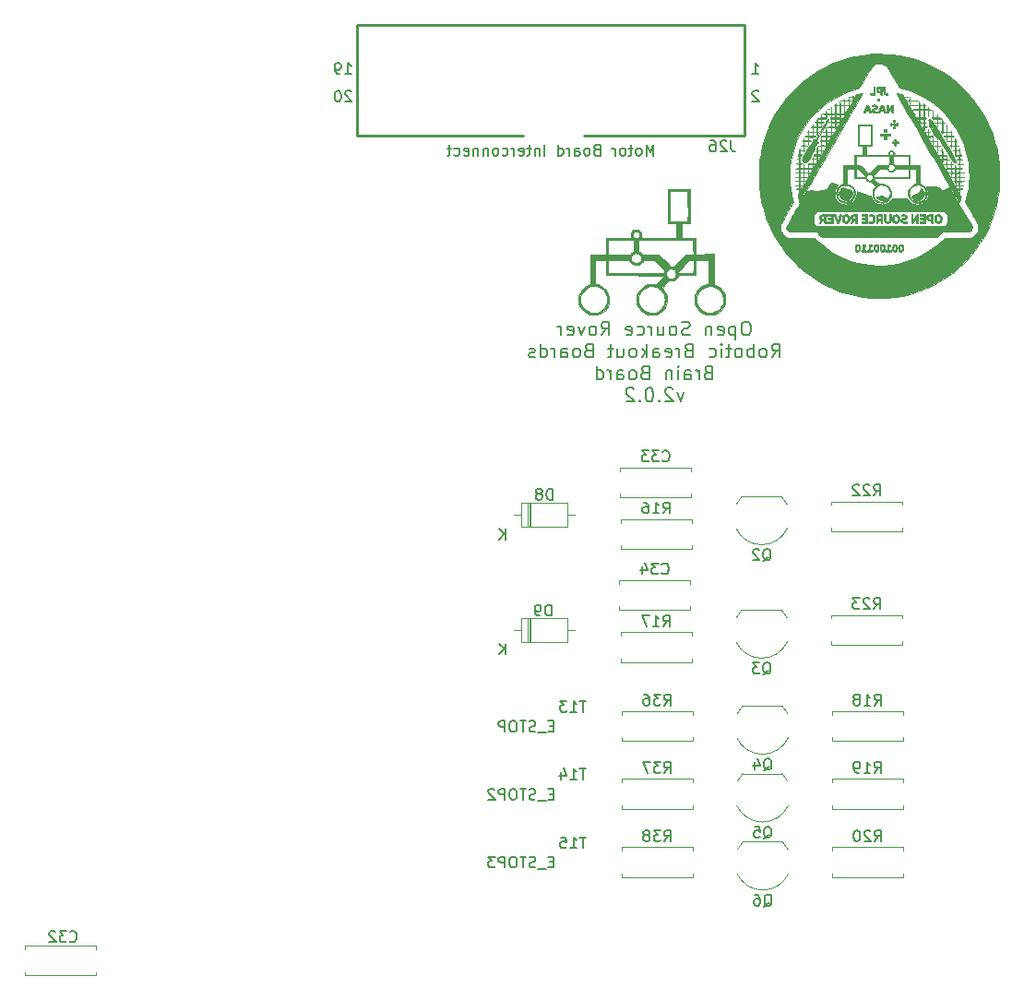
<source format=gbo>
G04 #@! TF.GenerationSoftware,KiCad,Pcbnew,(5.1.10-1-10_14)*
G04 #@! TF.CreationDate,2023-04-30T23:51:26-07:00*
G04 #@! TF.ProjectId,Control_Boards,436f6e74-726f-46c5-9f42-6f617264732e,rev?*
G04 #@! TF.SameCoordinates,Original*
G04 #@! TF.FileFunction,Legend,Bot*
G04 #@! TF.FilePolarity,Positive*
%FSLAX46Y46*%
G04 Gerber Fmt 4.6, Leading zero omitted, Abs format (unit mm)*
G04 Created by KiCad (PCBNEW (5.1.10-1-10_14)) date 2023-04-30 23:51:26*
%MOMM*%
%LPD*%
G01*
G04 APERTURE LIST*
%ADD10C,0.150000*%
%ADD11C,0.120000*%
%ADD12C,0.010000*%
%ADD13C,0.250000*%
G04 APERTURE END LIST*
D10*
X115728380Y150388628D02*
X115395047Y150388628D01*
X115252190Y149864819D02*
X115728380Y149864819D01*
X115728380Y150864819D01*
X115252190Y150864819D01*
X115061714Y149769580D02*
X114299809Y149769580D01*
X114109333Y149912438D02*
X113966476Y149864819D01*
X113728380Y149864819D01*
X113633142Y149912438D01*
X113585523Y149960057D01*
X113537904Y150055295D01*
X113537904Y150150533D01*
X113585523Y150245771D01*
X113633142Y150293390D01*
X113728380Y150341009D01*
X113918857Y150388628D01*
X114014095Y150436247D01*
X114061714Y150483866D01*
X114109333Y150579104D01*
X114109333Y150674342D01*
X114061714Y150769580D01*
X114014095Y150817200D01*
X113918857Y150864819D01*
X113680761Y150864819D01*
X113537904Y150817200D01*
X113252190Y150864819D02*
X112680761Y150864819D01*
X112966476Y149864819D02*
X112966476Y150864819D01*
X112156952Y150864819D02*
X111966476Y150864819D01*
X111871238Y150817200D01*
X111776000Y150721961D01*
X111728380Y150531485D01*
X111728380Y150198152D01*
X111776000Y150007676D01*
X111871238Y149912438D01*
X111966476Y149864819D01*
X112156952Y149864819D01*
X112252190Y149912438D01*
X112347428Y150007676D01*
X112395047Y150198152D01*
X112395047Y150531485D01*
X112347428Y150721961D01*
X112252190Y150817200D01*
X112156952Y150864819D01*
X111299809Y149864819D02*
X111299809Y150864819D01*
X110918857Y150864819D01*
X110823619Y150817200D01*
X110776000Y150769580D01*
X110728380Y150674342D01*
X110728380Y150531485D01*
X110776000Y150436247D01*
X110823619Y150388628D01*
X110918857Y150341009D01*
X111299809Y150341009D01*
X110395047Y150864819D02*
X109776000Y150864819D01*
X110109333Y150483866D01*
X109966476Y150483866D01*
X109871238Y150436247D01*
X109823619Y150388628D01*
X109776000Y150293390D01*
X109776000Y150055295D01*
X109823619Y149960057D01*
X109871238Y149912438D01*
X109966476Y149864819D01*
X110252190Y149864819D01*
X110347428Y149912438D01*
X110395047Y149960057D01*
X115728380Y156617978D02*
X115395047Y156617978D01*
X115252190Y156094169D02*
X115728380Y156094169D01*
X115728380Y157094169D01*
X115252190Y157094169D01*
X115061714Y155998930D02*
X114299809Y155998930D01*
X114109333Y156141788D02*
X113966476Y156094169D01*
X113728380Y156094169D01*
X113633142Y156141788D01*
X113585523Y156189407D01*
X113537904Y156284645D01*
X113537904Y156379883D01*
X113585523Y156475121D01*
X113633142Y156522740D01*
X113728380Y156570359D01*
X113918857Y156617978D01*
X114014095Y156665597D01*
X114061714Y156713216D01*
X114109333Y156808454D01*
X114109333Y156903692D01*
X114061714Y156998930D01*
X114014095Y157046550D01*
X113918857Y157094169D01*
X113680761Y157094169D01*
X113537904Y157046550D01*
X113252190Y157094169D02*
X112680761Y157094169D01*
X112966476Y156094169D02*
X112966476Y157094169D01*
X112156952Y157094169D02*
X111966476Y157094169D01*
X111871238Y157046550D01*
X111776000Y156951311D01*
X111728380Y156760835D01*
X111728380Y156427502D01*
X111776000Y156237026D01*
X111871238Y156141788D01*
X111966476Y156094169D01*
X112156952Y156094169D01*
X112252190Y156141788D01*
X112347428Y156237026D01*
X112395047Y156427502D01*
X112395047Y156760835D01*
X112347428Y156951311D01*
X112252190Y157046550D01*
X112156952Y157094169D01*
X111299809Y156094169D02*
X111299809Y157094169D01*
X110918857Y157094169D01*
X110823619Y157046550D01*
X110776000Y156998930D01*
X110728380Y156903692D01*
X110728380Y156760835D01*
X110776000Y156665597D01*
X110823619Y156617978D01*
X110918857Y156570359D01*
X111299809Y156570359D01*
X110347428Y156998930D02*
X110299809Y157046550D01*
X110204571Y157094169D01*
X109966476Y157094169D01*
X109871238Y157046550D01*
X109823619Y156998930D01*
X109776000Y156903692D01*
X109776000Y156808454D01*
X109823619Y156665597D01*
X110395047Y156094169D01*
X109776000Y156094169D01*
X115728380Y162847328D02*
X115395047Y162847328D01*
X115252190Y162323519D02*
X115728380Y162323519D01*
X115728380Y163323519D01*
X115252190Y163323519D01*
X115061713Y162228280D02*
X114299809Y162228280D01*
X114109332Y162371138D02*
X113966475Y162323519D01*
X113728380Y162323519D01*
X113633142Y162371138D01*
X113585523Y162418757D01*
X113537904Y162513995D01*
X113537904Y162609233D01*
X113585523Y162704471D01*
X113633142Y162752090D01*
X113728380Y162799709D01*
X113918856Y162847328D01*
X114014094Y162894947D01*
X114061713Y162942566D01*
X114109332Y163037804D01*
X114109332Y163133042D01*
X114061713Y163228280D01*
X114014094Y163275900D01*
X113918856Y163323519D01*
X113680761Y163323519D01*
X113537904Y163275900D01*
X113252190Y163323519D02*
X112680761Y163323519D01*
X112966475Y162323519D02*
X112966475Y163323519D01*
X112156951Y163323519D02*
X111966475Y163323519D01*
X111871237Y163275900D01*
X111775999Y163180661D01*
X111728380Y162990185D01*
X111728380Y162656852D01*
X111775999Y162466376D01*
X111871237Y162371138D01*
X111966475Y162323519D01*
X112156951Y162323519D01*
X112252190Y162371138D01*
X112347428Y162466376D01*
X112395047Y162656852D01*
X112395047Y162990185D01*
X112347428Y163180661D01*
X112252190Y163275900D01*
X112156951Y163323519D01*
X111299809Y162323519D02*
X111299809Y163323519D01*
X110918856Y163323519D01*
X110823618Y163275900D01*
X110775999Y163228280D01*
X110728380Y163133042D01*
X110728380Y162990185D01*
X110775999Y162894947D01*
X110823618Y162847328D01*
X110918856Y162799709D01*
X111299809Y162799709D01*
X124949361Y215219019D02*
X124949361Y216219019D01*
X124616028Y215504733D01*
X124282695Y216219019D01*
X124282695Y215219019D01*
X123663647Y215219019D02*
X123758885Y215266638D01*
X123806504Y215314257D01*
X123854123Y215409495D01*
X123854123Y215695209D01*
X123806504Y215790447D01*
X123758885Y215838066D01*
X123663647Y215885685D01*
X123520790Y215885685D01*
X123425552Y215838066D01*
X123377933Y215790447D01*
X123330314Y215695209D01*
X123330314Y215409495D01*
X123377933Y215314257D01*
X123425552Y215266638D01*
X123520790Y215219019D01*
X123663647Y215219019D01*
X123044600Y215885685D02*
X122663647Y215885685D01*
X122901742Y216219019D02*
X122901742Y215361876D01*
X122854123Y215266638D01*
X122758885Y215219019D01*
X122663647Y215219019D01*
X122187457Y215219019D02*
X122282695Y215266638D01*
X122330314Y215314257D01*
X122377933Y215409495D01*
X122377933Y215695209D01*
X122330314Y215790447D01*
X122282695Y215838066D01*
X122187457Y215885685D01*
X122044600Y215885685D01*
X121949361Y215838066D01*
X121901742Y215790447D01*
X121854123Y215695209D01*
X121854123Y215409495D01*
X121901742Y215314257D01*
X121949361Y215266638D01*
X122044600Y215219019D01*
X122187457Y215219019D01*
X121425552Y215219019D02*
X121425552Y215885685D01*
X121425552Y215695209D02*
X121377933Y215790447D01*
X121330314Y215838066D01*
X121235076Y215885685D01*
X121139838Y215885685D01*
X119711266Y215742828D02*
X119568409Y215695209D01*
X119520790Y215647590D01*
X119473171Y215552352D01*
X119473171Y215409495D01*
X119520790Y215314257D01*
X119568409Y215266638D01*
X119663647Y215219019D01*
X120044600Y215219019D01*
X120044600Y216219019D01*
X119711266Y216219019D01*
X119616028Y216171400D01*
X119568409Y216123780D01*
X119520790Y216028542D01*
X119520790Y215933304D01*
X119568409Y215838066D01*
X119616028Y215790447D01*
X119711266Y215742828D01*
X120044600Y215742828D01*
X118901742Y215219019D02*
X118996980Y215266638D01*
X119044600Y215314257D01*
X119092219Y215409495D01*
X119092219Y215695209D01*
X119044600Y215790447D01*
X118996980Y215838066D01*
X118901742Y215885685D01*
X118758885Y215885685D01*
X118663647Y215838066D01*
X118616028Y215790447D01*
X118568409Y215695209D01*
X118568409Y215409495D01*
X118616028Y215314257D01*
X118663647Y215266638D01*
X118758885Y215219019D01*
X118901742Y215219019D01*
X117711266Y215219019D02*
X117711266Y215742828D01*
X117758885Y215838066D01*
X117854123Y215885685D01*
X118044600Y215885685D01*
X118139838Y215838066D01*
X117711266Y215266638D02*
X117806504Y215219019D01*
X118044600Y215219019D01*
X118139838Y215266638D01*
X118187457Y215361876D01*
X118187457Y215457114D01*
X118139838Y215552352D01*
X118044600Y215599971D01*
X117806504Y215599971D01*
X117711266Y215647590D01*
X117235076Y215219019D02*
X117235076Y215885685D01*
X117235076Y215695209D02*
X117187457Y215790447D01*
X117139838Y215838066D01*
X117044600Y215885685D01*
X116949361Y215885685D01*
X116187457Y215219019D02*
X116187457Y216219019D01*
X116187457Y215266638D02*
X116282695Y215219019D01*
X116473171Y215219019D01*
X116568409Y215266638D01*
X116616028Y215314257D01*
X116663647Y215409495D01*
X116663647Y215695209D01*
X116616028Y215790447D01*
X116568409Y215838066D01*
X116473171Y215885685D01*
X116282695Y215885685D01*
X116187457Y215838066D01*
X114949361Y215219019D02*
X114949361Y216219019D01*
X114473171Y215885685D02*
X114473171Y215219019D01*
X114473171Y215790447D02*
X114425552Y215838066D01*
X114330314Y215885685D01*
X114187457Y215885685D01*
X114092219Y215838066D01*
X114044600Y215742828D01*
X114044600Y215219019D01*
X113711266Y215885685D02*
X113330314Y215885685D01*
X113568409Y216219019D02*
X113568409Y215361876D01*
X113520790Y215266638D01*
X113425552Y215219019D01*
X113330314Y215219019D01*
X112616028Y215266638D02*
X112711266Y215219019D01*
X112901742Y215219019D01*
X112996980Y215266638D01*
X113044600Y215361876D01*
X113044600Y215742828D01*
X112996980Y215838066D01*
X112901742Y215885685D01*
X112711266Y215885685D01*
X112616028Y215838066D01*
X112568409Y215742828D01*
X112568409Y215647590D01*
X113044600Y215552352D01*
X112139838Y215219019D02*
X112139838Y215885685D01*
X112139838Y215695209D02*
X112092219Y215790447D01*
X112044600Y215838066D01*
X111949361Y215885685D01*
X111854123Y215885685D01*
X111092219Y215266638D02*
X111187457Y215219019D01*
X111377933Y215219019D01*
X111473171Y215266638D01*
X111520790Y215314257D01*
X111568409Y215409495D01*
X111568409Y215695209D01*
X111520790Y215790447D01*
X111473171Y215838066D01*
X111377933Y215885685D01*
X111187457Y215885685D01*
X111092219Y215838066D01*
X110520790Y215219019D02*
X110616028Y215266638D01*
X110663647Y215314257D01*
X110711266Y215409495D01*
X110711266Y215695209D01*
X110663647Y215790447D01*
X110616028Y215838066D01*
X110520790Y215885685D01*
X110377933Y215885685D01*
X110282695Y215838066D01*
X110235076Y215790447D01*
X110187457Y215695209D01*
X110187457Y215409495D01*
X110235076Y215314257D01*
X110282695Y215266638D01*
X110377933Y215219019D01*
X110520790Y215219019D01*
X109758885Y215885685D02*
X109758885Y215219019D01*
X109758885Y215790447D02*
X109711266Y215838066D01*
X109616028Y215885685D01*
X109473171Y215885685D01*
X109377933Y215838066D01*
X109330314Y215742828D01*
X109330314Y215219019D01*
X108854123Y215885685D02*
X108854123Y215219019D01*
X108854123Y215790447D02*
X108806504Y215838066D01*
X108711266Y215885685D01*
X108568409Y215885685D01*
X108473171Y215838066D01*
X108425552Y215742828D01*
X108425552Y215219019D01*
X107568409Y215266638D02*
X107663647Y215219019D01*
X107854123Y215219019D01*
X107949361Y215266638D01*
X107996980Y215361876D01*
X107996980Y215742828D01*
X107949361Y215838066D01*
X107854123Y215885685D01*
X107663647Y215885685D01*
X107568409Y215838066D01*
X107520790Y215742828D01*
X107520790Y215647590D01*
X107996980Y215552352D01*
X106663647Y215266638D02*
X106758885Y215219019D01*
X106949361Y215219019D01*
X107044600Y215266638D01*
X107092219Y215314257D01*
X107139838Y215409495D01*
X107139838Y215695209D01*
X107092219Y215790447D01*
X107044600Y215838066D01*
X106949361Y215885685D01*
X106758885Y215885685D01*
X106663647Y215838066D01*
X106377933Y215885685D02*
X105996980Y215885685D01*
X106235076Y216219019D02*
X106235076Y215361876D01*
X106187457Y215266638D01*
X106092219Y215219019D01*
X105996980Y215219019D01*
X133556104Y199962423D02*
X133318009Y199962423D01*
X133198961Y199902900D01*
X133079914Y199783852D01*
X133020390Y199545757D01*
X133020390Y199129090D01*
X133079914Y198890995D01*
X133198961Y198771947D01*
X133318009Y198712423D01*
X133556104Y198712423D01*
X133675152Y198771947D01*
X133794200Y198890995D01*
X133853723Y199129090D01*
X133853723Y199545757D01*
X133794200Y199783852D01*
X133675152Y199902900D01*
X133556104Y199962423D01*
X132484676Y199545757D02*
X132484676Y198295757D01*
X132484676Y199486233D02*
X132365628Y199545757D01*
X132127533Y199545757D01*
X132008485Y199486233D01*
X131948961Y199426709D01*
X131889438Y199307661D01*
X131889438Y198950519D01*
X131948961Y198831471D01*
X132008485Y198771947D01*
X132127533Y198712423D01*
X132365628Y198712423D01*
X132484676Y198771947D01*
X130877533Y198771947D02*
X130996580Y198712423D01*
X131234676Y198712423D01*
X131353723Y198771947D01*
X131413247Y198890995D01*
X131413247Y199367185D01*
X131353723Y199486233D01*
X131234676Y199545757D01*
X130996580Y199545757D01*
X130877533Y199486233D01*
X130818009Y199367185D01*
X130818009Y199248138D01*
X131413247Y199129090D01*
X130282295Y199545757D02*
X130282295Y198712423D01*
X130282295Y199426709D02*
X130222771Y199486233D01*
X130103723Y199545757D01*
X129925152Y199545757D01*
X129806104Y199486233D01*
X129746580Y199367185D01*
X129746580Y198712423D01*
X128258485Y198771947D02*
X128079914Y198712423D01*
X127782295Y198712423D01*
X127663247Y198771947D01*
X127603723Y198831471D01*
X127544200Y198950519D01*
X127544200Y199069566D01*
X127603723Y199188614D01*
X127663247Y199248138D01*
X127782295Y199307661D01*
X128020390Y199367185D01*
X128139438Y199426709D01*
X128198961Y199486233D01*
X128258485Y199605280D01*
X128258485Y199724328D01*
X128198961Y199843376D01*
X128139438Y199902900D01*
X128020390Y199962423D01*
X127722771Y199962423D01*
X127544200Y199902900D01*
X126829914Y198712423D02*
X126948961Y198771947D01*
X127008485Y198831471D01*
X127068009Y198950519D01*
X127068009Y199307661D01*
X127008485Y199426709D01*
X126948961Y199486233D01*
X126829914Y199545757D01*
X126651342Y199545757D01*
X126532295Y199486233D01*
X126472771Y199426709D01*
X126413247Y199307661D01*
X126413247Y198950519D01*
X126472771Y198831471D01*
X126532295Y198771947D01*
X126651342Y198712423D01*
X126829914Y198712423D01*
X125341819Y199545757D02*
X125341819Y198712423D01*
X125877533Y199545757D02*
X125877533Y198890995D01*
X125818009Y198771947D01*
X125698961Y198712423D01*
X125520390Y198712423D01*
X125401342Y198771947D01*
X125341819Y198831471D01*
X124746580Y198712423D02*
X124746580Y199545757D01*
X124746580Y199307661D02*
X124687057Y199426709D01*
X124627533Y199486233D01*
X124508485Y199545757D01*
X124389438Y199545757D01*
X123437057Y198771947D02*
X123556104Y198712423D01*
X123794200Y198712423D01*
X123913247Y198771947D01*
X123972771Y198831471D01*
X124032295Y198950519D01*
X124032295Y199307661D01*
X123972771Y199426709D01*
X123913247Y199486233D01*
X123794200Y199545757D01*
X123556104Y199545757D01*
X123437057Y199486233D01*
X122425152Y198771947D02*
X122544200Y198712423D01*
X122782295Y198712423D01*
X122901342Y198771947D01*
X122960866Y198890995D01*
X122960866Y199367185D01*
X122901342Y199486233D01*
X122782295Y199545757D01*
X122544200Y199545757D01*
X122425152Y199486233D01*
X122365628Y199367185D01*
X122365628Y199248138D01*
X122960866Y199129090D01*
X120163247Y198712423D02*
X120579914Y199307661D01*
X120877533Y198712423D02*
X120877533Y199962423D01*
X120401342Y199962423D01*
X120282295Y199902900D01*
X120222771Y199843376D01*
X120163247Y199724328D01*
X120163247Y199545757D01*
X120222771Y199426709D01*
X120282295Y199367185D01*
X120401342Y199307661D01*
X120877533Y199307661D01*
X119448961Y198712423D02*
X119568009Y198771947D01*
X119627533Y198831471D01*
X119687057Y198950519D01*
X119687057Y199307661D01*
X119627533Y199426709D01*
X119568009Y199486233D01*
X119448961Y199545757D01*
X119270390Y199545757D01*
X119151342Y199486233D01*
X119091819Y199426709D01*
X119032295Y199307661D01*
X119032295Y198950519D01*
X119091819Y198831471D01*
X119151342Y198771947D01*
X119270390Y198712423D01*
X119448961Y198712423D01*
X118615628Y199545757D02*
X118318009Y198712423D01*
X118020390Y199545757D01*
X117068009Y198771947D02*
X117187057Y198712423D01*
X117425152Y198712423D01*
X117544200Y198771947D01*
X117603723Y198890995D01*
X117603723Y199367185D01*
X117544200Y199486233D01*
X117425152Y199545757D01*
X117187057Y199545757D01*
X117068009Y199486233D01*
X117008485Y199367185D01*
X117008485Y199248138D01*
X117603723Y199129090D01*
X116472771Y198712423D02*
X116472771Y199545757D01*
X116472771Y199307661D02*
X116413247Y199426709D01*
X116353723Y199486233D01*
X116234676Y199545757D01*
X116115628Y199545757D01*
X135818009Y196687423D02*
X136234676Y197282661D01*
X136532295Y196687423D02*
X136532295Y197937423D01*
X136056104Y197937423D01*
X135937057Y197877900D01*
X135877533Y197818376D01*
X135818009Y197699328D01*
X135818009Y197520757D01*
X135877533Y197401709D01*
X135937057Y197342185D01*
X136056104Y197282661D01*
X136532295Y197282661D01*
X135103723Y196687423D02*
X135222771Y196746947D01*
X135282295Y196806471D01*
X135341819Y196925519D01*
X135341819Y197282661D01*
X135282295Y197401709D01*
X135222771Y197461233D01*
X135103723Y197520757D01*
X134925152Y197520757D01*
X134806104Y197461233D01*
X134746580Y197401709D01*
X134687057Y197282661D01*
X134687057Y196925519D01*
X134746580Y196806471D01*
X134806104Y196746947D01*
X134925152Y196687423D01*
X135103723Y196687423D01*
X134151342Y196687423D02*
X134151342Y197937423D01*
X134151342Y197461233D02*
X134032295Y197520757D01*
X133794200Y197520757D01*
X133675152Y197461233D01*
X133615628Y197401709D01*
X133556104Y197282661D01*
X133556104Y196925519D01*
X133615628Y196806471D01*
X133675152Y196746947D01*
X133794200Y196687423D01*
X134032295Y196687423D01*
X134151342Y196746947D01*
X132841819Y196687423D02*
X132960866Y196746947D01*
X133020390Y196806471D01*
X133079914Y196925519D01*
X133079914Y197282661D01*
X133020390Y197401709D01*
X132960866Y197461233D01*
X132841819Y197520757D01*
X132663247Y197520757D01*
X132544200Y197461233D01*
X132484676Y197401709D01*
X132425152Y197282661D01*
X132425152Y196925519D01*
X132484676Y196806471D01*
X132544200Y196746947D01*
X132663247Y196687423D01*
X132841819Y196687423D01*
X132068009Y197520757D02*
X131591819Y197520757D01*
X131889438Y197937423D02*
X131889438Y196865995D01*
X131829914Y196746947D01*
X131710866Y196687423D01*
X131591819Y196687423D01*
X131175152Y196687423D02*
X131175152Y197520757D01*
X131175152Y197937423D02*
X131234676Y197877900D01*
X131175152Y197818376D01*
X131115628Y197877900D01*
X131175152Y197937423D01*
X131175152Y197818376D01*
X130044200Y196746947D02*
X130163247Y196687423D01*
X130401342Y196687423D01*
X130520390Y196746947D01*
X130579914Y196806471D01*
X130639438Y196925519D01*
X130639438Y197282661D01*
X130579914Y197401709D01*
X130520390Y197461233D01*
X130401342Y197520757D01*
X130163247Y197520757D01*
X130044200Y197461233D01*
X128139438Y197342185D02*
X127960866Y197282661D01*
X127901342Y197223138D01*
X127841819Y197104090D01*
X127841819Y196925519D01*
X127901342Y196806471D01*
X127960866Y196746947D01*
X128079914Y196687423D01*
X128556104Y196687423D01*
X128556104Y197937423D01*
X128139438Y197937423D01*
X128020390Y197877900D01*
X127960866Y197818376D01*
X127901342Y197699328D01*
X127901342Y197580280D01*
X127960866Y197461233D01*
X128020390Y197401709D01*
X128139438Y197342185D01*
X128556104Y197342185D01*
X127306104Y196687423D02*
X127306104Y197520757D01*
X127306104Y197282661D02*
X127246580Y197401709D01*
X127187057Y197461233D01*
X127068009Y197520757D01*
X126948961Y197520757D01*
X126056104Y196746947D02*
X126175152Y196687423D01*
X126413247Y196687423D01*
X126532295Y196746947D01*
X126591819Y196865995D01*
X126591819Y197342185D01*
X126532295Y197461233D01*
X126413247Y197520757D01*
X126175152Y197520757D01*
X126056104Y197461233D01*
X125996580Y197342185D01*
X125996580Y197223138D01*
X126591819Y197104090D01*
X124925152Y196687423D02*
X124925152Y197342185D01*
X124984676Y197461233D01*
X125103723Y197520757D01*
X125341819Y197520757D01*
X125460866Y197461233D01*
X124925152Y196746947D02*
X125044200Y196687423D01*
X125341819Y196687423D01*
X125460866Y196746947D01*
X125520390Y196865995D01*
X125520390Y196985042D01*
X125460866Y197104090D01*
X125341819Y197163614D01*
X125044200Y197163614D01*
X124925152Y197223138D01*
X124329914Y196687423D02*
X124329914Y197937423D01*
X124210866Y197163614D02*
X123853723Y196687423D01*
X123853723Y197520757D02*
X124329914Y197044566D01*
X123139438Y196687423D02*
X123258485Y196746947D01*
X123318009Y196806471D01*
X123377533Y196925519D01*
X123377533Y197282661D01*
X123318009Y197401709D01*
X123258485Y197461233D01*
X123139438Y197520757D01*
X122960866Y197520757D01*
X122841819Y197461233D01*
X122782295Y197401709D01*
X122722771Y197282661D01*
X122722771Y196925519D01*
X122782295Y196806471D01*
X122841819Y196746947D01*
X122960866Y196687423D01*
X123139438Y196687423D01*
X121651342Y197520757D02*
X121651342Y196687423D01*
X122187057Y197520757D02*
X122187057Y196865995D01*
X122127533Y196746947D01*
X122008485Y196687423D01*
X121829914Y196687423D01*
X121710866Y196746947D01*
X121651342Y196806471D01*
X121234676Y197520757D02*
X120758485Y197520757D01*
X121056104Y197937423D02*
X121056104Y196865995D01*
X120996580Y196746947D01*
X120877533Y196687423D01*
X120758485Y196687423D01*
X118972771Y197342185D02*
X118794200Y197282661D01*
X118734676Y197223138D01*
X118675152Y197104090D01*
X118675152Y196925519D01*
X118734676Y196806471D01*
X118794200Y196746947D01*
X118913247Y196687423D01*
X119389438Y196687423D01*
X119389438Y197937423D01*
X118972771Y197937423D01*
X118853723Y197877900D01*
X118794200Y197818376D01*
X118734676Y197699328D01*
X118734676Y197580280D01*
X118794200Y197461233D01*
X118853723Y197401709D01*
X118972771Y197342185D01*
X119389438Y197342185D01*
X117960866Y196687423D02*
X118079914Y196746947D01*
X118139438Y196806471D01*
X118198961Y196925519D01*
X118198961Y197282661D01*
X118139438Y197401709D01*
X118079914Y197461233D01*
X117960866Y197520757D01*
X117782295Y197520757D01*
X117663247Y197461233D01*
X117603723Y197401709D01*
X117544200Y197282661D01*
X117544200Y196925519D01*
X117603723Y196806471D01*
X117663247Y196746947D01*
X117782295Y196687423D01*
X117960866Y196687423D01*
X116472771Y196687423D02*
X116472771Y197342185D01*
X116532295Y197461233D01*
X116651342Y197520757D01*
X116889438Y197520757D01*
X117008485Y197461233D01*
X116472771Y196746947D02*
X116591819Y196687423D01*
X116889438Y196687423D01*
X117008485Y196746947D01*
X117068009Y196865995D01*
X117068009Y196985042D01*
X117008485Y197104090D01*
X116889438Y197163614D01*
X116591819Y197163614D01*
X116472771Y197223138D01*
X115877533Y196687423D02*
X115877533Y197520757D01*
X115877533Y197282661D02*
X115818009Y197401709D01*
X115758485Y197461233D01*
X115639438Y197520757D01*
X115520390Y197520757D01*
X114568009Y196687423D02*
X114568009Y197937423D01*
X114568009Y196746947D02*
X114687057Y196687423D01*
X114925152Y196687423D01*
X115044200Y196746947D01*
X115103723Y196806471D01*
X115163247Y196925519D01*
X115163247Y197282661D01*
X115103723Y197401709D01*
X115044200Y197461233D01*
X114925152Y197520757D01*
X114687057Y197520757D01*
X114568009Y197461233D01*
X114032295Y196746947D02*
X113913247Y196687423D01*
X113675152Y196687423D01*
X113556104Y196746947D01*
X113496580Y196865995D01*
X113496580Y196925519D01*
X113556104Y197044566D01*
X113675152Y197104090D01*
X113853723Y197104090D01*
X113972771Y197163614D01*
X114032295Y197282661D01*
X114032295Y197342185D01*
X113972771Y197461233D01*
X113853723Y197520757D01*
X113675152Y197520757D01*
X113556104Y197461233D01*
X129954914Y195317185D02*
X129776342Y195257661D01*
X129716819Y195198138D01*
X129657295Y195079090D01*
X129657295Y194900519D01*
X129716819Y194781471D01*
X129776342Y194721947D01*
X129895390Y194662423D01*
X130371580Y194662423D01*
X130371580Y195912423D01*
X129954914Y195912423D01*
X129835866Y195852900D01*
X129776342Y195793376D01*
X129716819Y195674328D01*
X129716819Y195555280D01*
X129776342Y195436233D01*
X129835866Y195376709D01*
X129954914Y195317185D01*
X130371580Y195317185D01*
X129121580Y194662423D02*
X129121580Y195495757D01*
X129121580Y195257661D02*
X129062057Y195376709D01*
X129002533Y195436233D01*
X128883485Y195495757D01*
X128764438Y195495757D01*
X127812057Y194662423D02*
X127812057Y195317185D01*
X127871580Y195436233D01*
X127990628Y195495757D01*
X128228723Y195495757D01*
X128347771Y195436233D01*
X127812057Y194721947D02*
X127931104Y194662423D01*
X128228723Y194662423D01*
X128347771Y194721947D01*
X128407295Y194840995D01*
X128407295Y194960042D01*
X128347771Y195079090D01*
X128228723Y195138614D01*
X127931104Y195138614D01*
X127812057Y195198138D01*
X127216819Y194662423D02*
X127216819Y195495757D01*
X127216819Y195912423D02*
X127276342Y195852900D01*
X127216819Y195793376D01*
X127157295Y195852900D01*
X127216819Y195912423D01*
X127216819Y195793376D01*
X126621580Y195495757D02*
X126621580Y194662423D01*
X126621580Y195376709D02*
X126562057Y195436233D01*
X126443009Y195495757D01*
X126264438Y195495757D01*
X126145390Y195436233D01*
X126085866Y195317185D01*
X126085866Y194662423D01*
X124121580Y195317185D02*
X123943009Y195257661D01*
X123883485Y195198138D01*
X123823961Y195079090D01*
X123823961Y194900519D01*
X123883485Y194781471D01*
X123943009Y194721947D01*
X124062057Y194662423D01*
X124538247Y194662423D01*
X124538247Y195912423D01*
X124121580Y195912423D01*
X124002533Y195852900D01*
X123943009Y195793376D01*
X123883485Y195674328D01*
X123883485Y195555280D01*
X123943009Y195436233D01*
X124002533Y195376709D01*
X124121580Y195317185D01*
X124538247Y195317185D01*
X123109676Y194662423D02*
X123228723Y194721947D01*
X123288247Y194781471D01*
X123347771Y194900519D01*
X123347771Y195257661D01*
X123288247Y195376709D01*
X123228723Y195436233D01*
X123109676Y195495757D01*
X122931104Y195495757D01*
X122812057Y195436233D01*
X122752533Y195376709D01*
X122693009Y195257661D01*
X122693009Y194900519D01*
X122752533Y194781471D01*
X122812057Y194721947D01*
X122931104Y194662423D01*
X123109676Y194662423D01*
X121621580Y194662423D02*
X121621580Y195317185D01*
X121681104Y195436233D01*
X121800152Y195495757D01*
X122038247Y195495757D01*
X122157295Y195436233D01*
X121621580Y194721947D02*
X121740628Y194662423D01*
X122038247Y194662423D01*
X122157295Y194721947D01*
X122216819Y194840995D01*
X122216819Y194960042D01*
X122157295Y195079090D01*
X122038247Y195138614D01*
X121740628Y195138614D01*
X121621580Y195198138D01*
X121026342Y194662423D02*
X121026342Y195495757D01*
X121026342Y195257661D02*
X120966819Y195376709D01*
X120907295Y195436233D01*
X120788247Y195495757D01*
X120669200Y195495757D01*
X119716819Y194662423D02*
X119716819Y195912423D01*
X119716819Y194721947D02*
X119835866Y194662423D01*
X120073961Y194662423D01*
X120193009Y194721947D01*
X120252533Y194781471D01*
X120312057Y194900519D01*
X120312057Y195257661D01*
X120252533Y195376709D01*
X120193009Y195436233D01*
X120073961Y195495757D01*
X119835866Y195495757D01*
X119716819Y195436233D01*
X127722771Y193470757D02*
X127425152Y192637423D01*
X127127533Y193470757D01*
X126710866Y193768376D02*
X126651342Y193827900D01*
X126532295Y193887423D01*
X126234676Y193887423D01*
X126115628Y193827900D01*
X126056104Y193768376D01*
X125996580Y193649328D01*
X125996580Y193530280D01*
X126056104Y193351709D01*
X126770390Y192637423D01*
X125996580Y192637423D01*
X125460866Y192756471D02*
X125401342Y192696947D01*
X125460866Y192637423D01*
X125520390Y192696947D01*
X125460866Y192756471D01*
X125460866Y192637423D01*
X124627533Y193887423D02*
X124508485Y193887423D01*
X124389438Y193827900D01*
X124329914Y193768376D01*
X124270390Y193649328D01*
X124210866Y193411233D01*
X124210866Y193113614D01*
X124270390Y192875519D01*
X124329914Y192756471D01*
X124389438Y192696947D01*
X124508485Y192637423D01*
X124627533Y192637423D01*
X124746580Y192696947D01*
X124806104Y192756471D01*
X124865628Y192875519D01*
X124925152Y193113614D01*
X124925152Y193411233D01*
X124865628Y193649328D01*
X124806104Y193768376D01*
X124746580Y193827900D01*
X124627533Y193887423D01*
X123675152Y192756471D02*
X123615628Y192696947D01*
X123675152Y192637423D01*
X123734676Y192696947D01*
X123675152Y192756471D01*
X123675152Y192637423D01*
X123139438Y193768376D02*
X123079914Y193827900D01*
X122960866Y193887423D01*
X122663247Y193887423D01*
X122544200Y193827900D01*
X122484676Y193768376D01*
X122425152Y193649328D01*
X122425152Y193530280D01*
X122484676Y193351709D01*
X123198961Y192637423D01*
X122425152Y192637423D01*
D11*
X133171883Y152243400D02*
X136771883Y152243400D01*
X137296067Y151516195D02*
G75*
G03*
X136771883Y152243400I-2324184J-1122795D01*
G01*
X137328283Y149294593D02*
G75*
G02*
X134971883Y147793400I-2356400J1098807D01*
G01*
X132615483Y149294593D02*
G75*
G03*
X134971883Y147793400I2356400J1098807D01*
G01*
X132647699Y151516195D02*
G75*
G02*
X133171883Y152243400I2324184J-1122795D01*
G01*
X133150200Y158491800D02*
X136750200Y158491800D01*
X137274384Y157764595D02*
G75*
G03*
X136750200Y158491800I-2324184J-1122795D01*
G01*
X137306600Y155542993D02*
G75*
G02*
X134950200Y154041800I-2356400J1098807D01*
G01*
X132593800Y155542993D02*
G75*
G03*
X134950200Y154041800I2356400J1098807D01*
G01*
X132626016Y157764595D02*
G75*
G02*
X133150200Y158491800I2324184J-1122795D01*
G01*
X133150200Y164714800D02*
X136750200Y164714800D01*
X137274384Y163987595D02*
G75*
G03*
X136750200Y164714800I-2324184J-1122795D01*
G01*
X137306600Y161765993D02*
G75*
G02*
X134950200Y160264800I-2356400J1098807D01*
G01*
X132593800Y161765993D02*
G75*
G03*
X134950200Y160264800I2356400J1098807D01*
G01*
X132626016Y163987595D02*
G75*
G02*
X133150200Y164714800I2324184J-1122795D01*
G01*
X133074000Y173528600D02*
X136674000Y173528600D01*
X137198184Y172801395D02*
G75*
G03*
X136674000Y173528600I-2324184J-1122795D01*
G01*
X137230400Y170579793D02*
G75*
G02*
X134874000Y169078600I-2356400J1098807D01*
G01*
X132517600Y170579793D02*
G75*
G03*
X134874000Y169078600I2356400J1098807D01*
G01*
X132549816Y172801395D02*
G75*
G02*
X133074000Y173528600I2324184J-1122795D01*
G01*
X133074000Y183942600D02*
X136674000Y183942600D01*
X137198184Y183215395D02*
G75*
G03*
X136674000Y183942600I-2324184J-1122795D01*
G01*
X137230400Y180993793D02*
G75*
G02*
X134874000Y179492600I-2356400J1098807D01*
G01*
X132517600Y180993793D02*
G75*
G03*
X134874000Y179492600I2356400J1098807D01*
G01*
X132549816Y183215395D02*
G75*
G02*
X133074000Y183942600I2324184J-1122795D01*
G01*
D12*
G36*
X126276100Y209029300D02*
G01*
X126663450Y209022289D01*
X127050800Y209015277D01*
X127050800Y207670400D01*
X125422483Y207670400D01*
X125094610Y207670458D01*
X124813943Y207670698D01*
X124576885Y207671219D01*
X124379844Y207672121D01*
X124219224Y207673503D01*
X124091430Y207675465D01*
X123992868Y207678105D01*
X123919943Y207681523D01*
X123869060Y207685819D01*
X123836624Y207691092D01*
X123819041Y207697441D01*
X123812717Y207704966D01*
X123814056Y207713766D01*
X123814532Y207714850D01*
X123827013Y207763301D01*
X123838403Y207843094D01*
X123844697Y207915352D01*
X123844217Y207948347D01*
X123650827Y207948347D01*
X123633367Y207836715D01*
X123601443Y207756931D01*
X123564023Y207709293D01*
X123503837Y207676528D01*
X123455486Y207658834D01*
X123335348Y207640148D01*
X123226620Y207670890D01*
X123132850Y207746523D01*
X123083054Y207817870D01*
X123064199Y207898955D01*
X123063000Y207936306D01*
X123076580Y208064430D01*
X123120118Y208152966D01*
X123197811Y208206114D01*
X123313857Y208228069D01*
X123355895Y208229200D01*
X123472400Y208206907D01*
X123564859Y208146346D01*
X123626569Y208057000D01*
X123650827Y207948347D01*
X123844217Y207948347D01*
X123842872Y208040766D01*
X123815168Y208144014D01*
X123754947Y208240932D01*
X123669197Y208334137D01*
X123568948Y208432400D01*
X123352380Y208432400D01*
X123242785Y208430839D01*
X123168991Y208423942D01*
X123116037Y208408389D01*
X123068965Y208380860D01*
X123046933Y208364610D01*
X122944284Y208261719D01*
X122884228Y208139023D01*
X122863959Y207989728D01*
X122865968Y207926603D01*
X122874728Y207833159D01*
X122886210Y207755768D01*
X122896617Y207715111D01*
X122898726Y207704661D01*
X122892321Y207695948D01*
X122873155Y207688781D01*
X122836981Y207682968D01*
X122779551Y207678321D01*
X122696618Y207674649D01*
X122583934Y207671760D01*
X122437254Y207669465D01*
X122252328Y207667573D01*
X122024910Y207665893D01*
X121763868Y207664311D01*
X120611900Y207657700D01*
X120605167Y206898347D01*
X120598433Y206138994D01*
X119868567Y206149047D01*
X119138700Y206159100D01*
X119132134Y204768450D01*
X119130613Y204466411D01*
X119129046Y204211260D01*
X119127295Y203999085D01*
X119125222Y203825973D01*
X119122690Y203688014D01*
X119119562Y203581295D01*
X119115699Y203501905D01*
X119110964Y203445931D01*
X119105219Y203409461D01*
X119098328Y203388583D01*
X119090152Y203379387D01*
X119083228Y203377800D01*
X119023721Y203363682D01*
X118935524Y203325786D01*
X118830596Y203270798D01*
X118720900Y203205405D01*
X118618394Y203136294D01*
X118538606Y203073319D01*
X118402893Y202934234D01*
X118276181Y202768829D01*
X118170816Y202594879D01*
X118106217Y202450700D01*
X118060145Y202270286D01*
X118038574Y202065323D01*
X118042414Y201856256D01*
X118071363Y201668525D01*
X118156061Y201419140D01*
X118281895Y201195340D01*
X118444188Y201000761D01*
X118638265Y200839033D01*
X118859448Y200713791D01*
X119103063Y200628667D01*
X119364433Y200587295D01*
X119467536Y200583800D01*
X119738426Y200605805D01*
X119985789Y200672473D01*
X120212026Y200784781D01*
X120419540Y200943709D01*
X120470169Y200992233D01*
X120641406Y201195618D01*
X120765734Y201417256D01*
X120844048Y201659347D01*
X120877245Y201924088D01*
X120878600Y201993500D01*
X120677391Y201993500D01*
X120655030Y201739041D01*
X120587923Y201508625D01*
X120476033Y201302176D01*
X120319321Y201119617D01*
X120198239Y201017346D01*
X120007037Y200903343D01*
X119791328Y200825539D01*
X119562891Y200785714D01*
X119333505Y200785646D01*
X119114950Y200827115D01*
X119060031Y200845404D01*
X118890406Y200918102D01*
X118749484Y201005075D01*
X118615166Y201120374D01*
X118592600Y201142600D01*
X118435348Y201333151D01*
X118323108Y201541438D01*
X118255838Y201761736D01*
X118233491Y201988318D01*
X118256025Y202215459D01*
X118323395Y202437434D01*
X118435557Y202648515D01*
X118592466Y202842977D01*
X118605853Y202856548D01*
X118798858Y203016767D01*
X119008906Y203132241D01*
X119230270Y203202926D01*
X119457225Y203228779D01*
X119684045Y203209755D01*
X119905004Y203145810D01*
X120114376Y203036899D01*
X120306435Y202882979D01*
X120319801Y202869801D01*
X120477039Y202683390D01*
X120587418Y202483169D01*
X120653344Y202263241D01*
X120677222Y202017710D01*
X120677391Y201993500D01*
X120878600Y201993500D01*
X120856655Y202263792D01*
X120789905Y202511239D01*
X120676984Y202739110D01*
X120516524Y202950675D01*
X120448146Y203022200D01*
X120252049Y203187631D01*
X120040751Y203307913D01*
X119804796Y203388375D01*
X119792750Y203391312D01*
X119608600Y203435469D01*
X119608600Y205587600D01*
X120598371Y205587600D01*
X120605136Y204908150D01*
X120611900Y204228700D01*
X123265854Y204216000D01*
X123695059Y204213882D01*
X124076243Y204211836D01*
X124412183Y204209811D01*
X124705659Y204207753D01*
X124959448Y204205610D01*
X125176330Y204203328D01*
X125359082Y204200854D01*
X125510483Y204198135D01*
X125633311Y204195118D01*
X125730345Y204191750D01*
X125804362Y204187979D01*
X125858143Y204183750D01*
X125894464Y204179011D01*
X125916104Y204173710D01*
X125925842Y204167792D01*
X125927034Y204165200D01*
X125911918Y204136390D01*
X125865361Y204077933D01*
X125792430Y203995509D01*
X125698192Y203894795D01*
X125587716Y203781468D01*
X125557558Y203751238D01*
X125180856Y203375375D01*
X125068078Y203401367D01*
X124932160Y203420904D01*
X124770675Y203426560D01*
X124606713Y203418717D01*
X124463362Y203397759D01*
X124434793Y203390874D01*
X124191838Y203300666D01*
X123968966Y203167578D01*
X123772069Y202997506D01*
X123607041Y202796347D01*
X123479774Y202569999D01*
X123405274Y202360649D01*
X123380727Y202221348D01*
X123370051Y202054068D01*
X123373208Y201879690D01*
X123390159Y201719094D01*
X123406622Y201639229D01*
X123495001Y201393814D01*
X123621848Y201176387D01*
X123781853Y200989167D01*
X123969704Y200834371D01*
X124180092Y200714218D01*
X124407705Y200630927D01*
X124647233Y200586716D01*
X124893366Y200583804D01*
X125140792Y200624410D01*
X125384201Y200710751D01*
X125494446Y200767051D01*
X125625023Y200856753D01*
X125760860Y200976848D01*
X125886132Y201111508D01*
X125985013Y201244910D01*
X126003950Y201276555D01*
X126112318Y201518386D01*
X126173977Y201771833D01*
X126187401Y201993500D01*
X125985991Y201993500D01*
X125963630Y201739041D01*
X125896523Y201508625D01*
X125784633Y201302176D01*
X125627921Y201119617D01*
X125506839Y201017346D01*
X125314005Y200902445D01*
X125096755Y200824521D01*
X124866704Y200785311D01*
X124635467Y200786550D01*
X124414658Y200829974D01*
X124364991Y200846688D01*
X124144721Y200954006D01*
X123951304Y201103306D01*
X123788895Y201291123D01*
X123737176Y201370211D01*
X123643391Y201560126D01*
X123589337Y201759177D01*
X123571048Y201982282D01*
X123571000Y201995435D01*
X123593299Y202239206D01*
X123656846Y202461229D01*
X123756614Y202659367D01*
X123887577Y202831485D01*
X124044711Y202975446D01*
X124222990Y203089115D01*
X124417388Y203170356D01*
X124622879Y203217033D01*
X124834437Y203227011D01*
X125047037Y203198153D01*
X125255653Y203128324D01*
X125455260Y203015387D01*
X125628401Y202869801D01*
X125785639Y202683390D01*
X125896018Y202483169D01*
X125961944Y202263241D01*
X125985822Y202017710D01*
X125985991Y201993500D01*
X126187401Y201993500D01*
X126189628Y202030263D01*
X126159972Y202287039D01*
X126085707Y202535527D01*
X125967534Y202769092D01*
X125826523Y202958440D01*
X125722111Y203077059D01*
X126036825Y203392530D01*
X126351538Y203708000D01*
X126542419Y203708558D01*
X126701152Y203718769D01*
X126819965Y203749114D01*
X126834900Y203755524D01*
X126931683Y203816609D01*
X127029630Y203905917D01*
X127114028Y204007630D01*
X127170163Y204105929D01*
X127176290Y204122523D01*
X127206900Y204215272D01*
X128765300Y204228700D01*
X128766597Y204358970D01*
X127003629Y204358970D01*
X126981826Y204204501D01*
X126920284Y204077206D01*
X126824803Y203981748D01*
X126701182Y203922788D01*
X126555221Y203904988D01*
X126453900Y203917111D01*
X126370939Y203942550D01*
X126299040Y203977562D01*
X126290370Y203983460D01*
X126199987Y204066578D01*
X126145250Y204164162D01*
X126118771Y204290762D01*
X126115787Y204327290D01*
X126120237Y204479095D01*
X126158160Y204598513D01*
X126206883Y204660500D01*
X125957869Y204660500D01*
X125929793Y204558900D01*
X125909897Y204486986D01*
X125895147Y204433815D01*
X125892809Y204425428D01*
X125882069Y204420056D01*
X125851372Y204415341D01*
X125798213Y204411257D01*
X125720091Y204407779D01*
X125614502Y204404883D01*
X125478942Y204402545D01*
X125310909Y204400738D01*
X125107899Y204399438D01*
X124867410Y204398620D01*
X124586938Y204398260D01*
X124263979Y204398332D01*
X123896032Y204398812D01*
X123480592Y204399674D01*
X123336801Y204400028D01*
X120789700Y204406500D01*
X120776064Y205587600D01*
X122702573Y205587600D01*
X122767228Y205477275D01*
X122871705Y205345136D01*
X123010757Y205237925D01*
X123100295Y205192600D01*
X123204451Y205166188D01*
X123335010Y205156730D01*
X123470642Y205163800D01*
X123590015Y205186967D01*
X123634500Y205203324D01*
X123711983Y205251195D01*
X123797348Y205322737D01*
X123877156Y205404480D01*
X123937967Y205482951D01*
X123963527Y205533103D01*
X123970915Y205551341D01*
X123984342Y205564976D01*
X124010470Y205574679D01*
X124055962Y205581117D01*
X124127479Y205584959D01*
X124231685Y205586874D01*
X124375240Y205587531D01*
X124506420Y205587600D01*
X125032015Y205587600D01*
X125957869Y204660500D01*
X126206883Y204660500D01*
X126233739Y204694666D01*
X126310993Y204752826D01*
X126446582Y204812647D01*
X126582853Y204826771D01*
X126712067Y204799598D01*
X126826486Y204735530D01*
X126918371Y204638967D01*
X126979984Y204514309D01*
X127003585Y204365956D01*
X127003629Y204358970D01*
X128766597Y204358970D01*
X128778830Y205587600D01*
X128600200Y205587600D01*
X128600200Y205007634D01*
X128599472Y204840852D01*
X128597429Y204691308D01*
X128594287Y204566405D01*
X128590261Y204473545D01*
X128585566Y204420132D01*
X128582861Y204410328D01*
X128553811Y204405956D01*
X128480791Y204402492D01*
X128370626Y204400040D01*
X128230140Y204398703D01*
X128066156Y204398588D01*
X127890711Y204399744D01*
X127215900Y204406500D01*
X127207473Y204480394D01*
X127208028Y204505052D01*
X127217704Y204533672D01*
X127240258Y204570627D01*
X127279449Y204620286D01*
X127339034Y204687021D01*
X127422771Y204775202D01*
X127534419Y204889199D01*
X127677735Y205033385D01*
X127715241Y205070944D01*
X128231436Y205587600D01*
X128600200Y205587600D01*
X128778830Y205587600D01*
X129997200Y205587600D01*
X129997200Y203438764D01*
X129838450Y203406600D01*
X129597410Y203332608D01*
X129372505Y203214619D01*
X129169830Y203058434D01*
X128995482Y202869854D01*
X128855558Y202654679D01*
X128756154Y202418712D01*
X128739274Y202360649D01*
X128714727Y202221348D01*
X128704051Y202054068D01*
X128707208Y201879690D01*
X128724159Y201719094D01*
X128740622Y201639229D01*
X128830361Y201392628D01*
X128962777Y201169093D01*
X129133076Y200973602D01*
X129336463Y200811132D01*
X129568146Y200686661D01*
X129706972Y200635870D01*
X129874781Y200600357D01*
X130068613Y200585249D01*
X130267948Y200590589D01*
X130452269Y200616423D01*
X130522681Y200634102D01*
X130766358Y200731868D01*
X130987230Y200871999D01*
X131180012Y201049175D01*
X131339421Y201258079D01*
X131460172Y201493392D01*
X131505645Y201623461D01*
X131531738Y201754917D01*
X131544547Y201915505D01*
X131544210Y202033542D01*
X131343262Y202033542D01*
X131339470Y201865717D01*
X131319867Y201715385D01*
X131306137Y201660020D01*
X131212821Y201435151D01*
X131077107Y201234534D01*
X130903450Y201062789D01*
X130696307Y200924538D01*
X130520370Y200845134D01*
X130355546Y200803221D01*
X130165332Y200785150D01*
X129969175Y200790885D01*
X129786523Y200820389D01*
X129698991Y200846688D01*
X129478721Y200954006D01*
X129285304Y201103306D01*
X129122895Y201291123D01*
X129071176Y201370211D01*
X128977391Y201560126D01*
X128923337Y201759177D01*
X128905048Y201982282D01*
X128905001Y201995435D01*
X128927952Y202242082D01*
X128993559Y202467869D01*
X129096948Y202669876D01*
X129233246Y202845181D01*
X129397582Y202990862D01*
X129585081Y203103998D01*
X129790871Y203181667D01*
X130010080Y203220948D01*
X130237835Y203218920D01*
X130469263Y203172659D01*
X130699491Y203079246D01*
X130706537Y203075575D01*
X130868111Y202966899D01*
X131020384Y202820165D01*
X131153070Y202648107D01*
X131255881Y202463458D01*
X131303717Y202336400D01*
X131331319Y202197543D01*
X131343262Y202033542D01*
X131544210Y202033542D01*
X131544062Y202085320D01*
X131530271Y202244458D01*
X131506053Y202363540D01*
X131408264Y202610974D01*
X131269063Y202837112D01*
X131094190Y203034998D01*
X130889386Y203197677D01*
X130752824Y203276343D01*
X130658180Y203321834D01*
X130578338Y203356773D01*
X130525816Y203375823D01*
X130514959Y203377800D01*
X130507213Y203384412D01*
X130500655Y203406690D01*
X130495192Y203448303D01*
X130490732Y203512918D01*
X130487182Y203604203D01*
X130484450Y203725824D01*
X130482444Y203881451D01*
X130481071Y204074749D01*
X130480238Y204309387D01*
X130479854Y204589031D01*
X130479800Y204773072D01*
X130479800Y206142239D01*
X128601052Y206142239D01*
X128282853Y206150670D01*
X127964654Y206159100D01*
X127387732Y205581698D01*
X126810809Y205004296D01*
X126670455Y205019267D01*
X126530100Y205034239D01*
X125970675Y205591805D01*
X125786352Y205775516D01*
X123802960Y205775516D01*
X123776567Y205639592D01*
X123714061Y205524241D01*
X123622180Y205434234D01*
X123507660Y205374342D01*
X123377239Y205349334D01*
X123237653Y205363980D01*
X123095640Y205423051D01*
X123084160Y205429972D01*
X122981028Y205521463D01*
X122914432Y205639554D01*
X122886590Y205773394D01*
X122899716Y205912129D01*
X122956025Y206044907D01*
X122957975Y206048008D01*
X123050607Y206156310D01*
X123166471Y206221806D01*
X123311134Y206247405D01*
X123340705Y206248000D01*
X123500790Y206228467D01*
X123628484Y206170330D01*
X123722816Y206074290D01*
X123782818Y205941042D01*
X123786502Y205927245D01*
X123802960Y205775516D01*
X125786352Y205775516D01*
X125411249Y206149371D01*
X124674752Y206147197D01*
X123938255Y206145024D01*
X123839924Y206245723D01*
X123770126Y206309104D01*
X123700677Y206359555D01*
X123668997Y206376493D01*
X123596400Y206406564D01*
X123596400Y206427356D01*
X123114826Y206427356D01*
X123013845Y206375839D01*
X122930489Y206320360D01*
X122853822Y206249281D01*
X122841882Y206235154D01*
X122770900Y206145986D01*
X120789700Y206159100D01*
X120789700Y207479900D01*
X123101100Y207479900D01*
X123114826Y206427356D01*
X123596400Y206427356D01*
X123596400Y207492849D01*
X126091950Y207486375D01*
X128587500Y207479900D01*
X128594276Y206811070D01*
X128601052Y206142239D01*
X130479800Y206142239D01*
X130479800Y206168344D01*
X128790700Y206159100D01*
X128765300Y207657700D01*
X127546100Y207683100D01*
X127546100Y209003900D01*
X128257300Y209029300D01*
X128257300Y209890449D01*
X128087719Y209890449D01*
X128087315Y209690999D01*
X128086473Y209520878D01*
X128085212Y209384880D01*
X128083551Y209287804D01*
X128081511Y209234445D01*
X128080412Y209225793D01*
X128066344Y209216572D01*
X128029112Y209209410D01*
X127964351Y209204172D01*
X127867692Y209200724D01*
X127734771Y209198928D01*
X127561219Y209198651D01*
X127342671Y209199757D01*
X127261010Y209200393D01*
X126453900Y209207100D01*
X126453900Y211975700D01*
X128079500Y211975700D01*
X128086102Y210616800D01*
X128087132Y210358146D01*
X128087664Y210114430D01*
X128087719Y209890449D01*
X128257300Y209890449D01*
X128257300Y212153500D01*
X126276100Y212153500D01*
X126276100Y209029300D01*
G37*
X126276100Y209029300D02*
X126663450Y209022289D01*
X127050800Y209015277D01*
X127050800Y207670400D01*
X125422483Y207670400D01*
X125094610Y207670458D01*
X124813943Y207670698D01*
X124576885Y207671219D01*
X124379844Y207672121D01*
X124219224Y207673503D01*
X124091430Y207675465D01*
X123992868Y207678105D01*
X123919943Y207681523D01*
X123869060Y207685819D01*
X123836624Y207691092D01*
X123819041Y207697441D01*
X123812717Y207704966D01*
X123814056Y207713766D01*
X123814532Y207714850D01*
X123827013Y207763301D01*
X123838403Y207843094D01*
X123844697Y207915352D01*
X123844217Y207948347D01*
X123650827Y207948347D01*
X123633367Y207836715D01*
X123601443Y207756931D01*
X123564023Y207709293D01*
X123503837Y207676528D01*
X123455486Y207658834D01*
X123335348Y207640148D01*
X123226620Y207670890D01*
X123132850Y207746523D01*
X123083054Y207817870D01*
X123064199Y207898955D01*
X123063000Y207936306D01*
X123076580Y208064430D01*
X123120118Y208152966D01*
X123197811Y208206114D01*
X123313857Y208228069D01*
X123355895Y208229200D01*
X123472400Y208206907D01*
X123564859Y208146346D01*
X123626569Y208057000D01*
X123650827Y207948347D01*
X123844217Y207948347D01*
X123842872Y208040766D01*
X123815168Y208144014D01*
X123754947Y208240932D01*
X123669197Y208334137D01*
X123568948Y208432400D01*
X123352380Y208432400D01*
X123242785Y208430839D01*
X123168991Y208423942D01*
X123116037Y208408389D01*
X123068965Y208380860D01*
X123046933Y208364610D01*
X122944284Y208261719D01*
X122884228Y208139023D01*
X122863959Y207989728D01*
X122865968Y207926603D01*
X122874728Y207833159D01*
X122886210Y207755768D01*
X122896617Y207715111D01*
X122898726Y207704661D01*
X122892321Y207695948D01*
X122873155Y207688781D01*
X122836981Y207682968D01*
X122779551Y207678321D01*
X122696618Y207674649D01*
X122583934Y207671760D01*
X122437254Y207669465D01*
X122252328Y207667573D01*
X122024910Y207665893D01*
X121763868Y207664311D01*
X120611900Y207657700D01*
X120605167Y206898347D01*
X120598433Y206138994D01*
X119868567Y206149047D01*
X119138700Y206159100D01*
X119132134Y204768450D01*
X119130613Y204466411D01*
X119129046Y204211260D01*
X119127295Y203999085D01*
X119125222Y203825973D01*
X119122690Y203688014D01*
X119119562Y203581295D01*
X119115699Y203501905D01*
X119110964Y203445931D01*
X119105219Y203409461D01*
X119098328Y203388583D01*
X119090152Y203379387D01*
X119083228Y203377800D01*
X119023721Y203363682D01*
X118935524Y203325786D01*
X118830596Y203270798D01*
X118720900Y203205405D01*
X118618394Y203136294D01*
X118538606Y203073319D01*
X118402893Y202934234D01*
X118276181Y202768829D01*
X118170816Y202594879D01*
X118106217Y202450700D01*
X118060145Y202270286D01*
X118038574Y202065323D01*
X118042414Y201856256D01*
X118071363Y201668525D01*
X118156061Y201419140D01*
X118281895Y201195340D01*
X118444188Y201000761D01*
X118638265Y200839033D01*
X118859448Y200713791D01*
X119103063Y200628667D01*
X119364433Y200587295D01*
X119467536Y200583800D01*
X119738426Y200605805D01*
X119985789Y200672473D01*
X120212026Y200784781D01*
X120419540Y200943709D01*
X120470169Y200992233D01*
X120641406Y201195618D01*
X120765734Y201417256D01*
X120844048Y201659347D01*
X120877245Y201924088D01*
X120878600Y201993500D01*
X120677391Y201993500D01*
X120655030Y201739041D01*
X120587923Y201508625D01*
X120476033Y201302176D01*
X120319321Y201119617D01*
X120198239Y201017346D01*
X120007037Y200903343D01*
X119791328Y200825539D01*
X119562891Y200785714D01*
X119333505Y200785646D01*
X119114950Y200827115D01*
X119060031Y200845404D01*
X118890406Y200918102D01*
X118749484Y201005075D01*
X118615166Y201120374D01*
X118592600Y201142600D01*
X118435348Y201333151D01*
X118323108Y201541438D01*
X118255838Y201761736D01*
X118233491Y201988318D01*
X118256025Y202215459D01*
X118323395Y202437434D01*
X118435557Y202648515D01*
X118592466Y202842977D01*
X118605853Y202856548D01*
X118798858Y203016767D01*
X119008906Y203132241D01*
X119230270Y203202926D01*
X119457225Y203228779D01*
X119684045Y203209755D01*
X119905004Y203145810D01*
X120114376Y203036899D01*
X120306435Y202882979D01*
X120319801Y202869801D01*
X120477039Y202683390D01*
X120587418Y202483169D01*
X120653344Y202263241D01*
X120677222Y202017710D01*
X120677391Y201993500D01*
X120878600Y201993500D01*
X120856655Y202263792D01*
X120789905Y202511239D01*
X120676984Y202739110D01*
X120516524Y202950675D01*
X120448146Y203022200D01*
X120252049Y203187631D01*
X120040751Y203307913D01*
X119804796Y203388375D01*
X119792750Y203391312D01*
X119608600Y203435469D01*
X119608600Y205587600D01*
X120598371Y205587600D01*
X120605136Y204908150D01*
X120611900Y204228700D01*
X123265854Y204216000D01*
X123695059Y204213882D01*
X124076243Y204211836D01*
X124412183Y204209811D01*
X124705659Y204207753D01*
X124959448Y204205610D01*
X125176330Y204203328D01*
X125359082Y204200854D01*
X125510483Y204198135D01*
X125633311Y204195118D01*
X125730345Y204191750D01*
X125804362Y204187979D01*
X125858143Y204183750D01*
X125894464Y204179011D01*
X125916104Y204173710D01*
X125925842Y204167792D01*
X125927034Y204165200D01*
X125911918Y204136390D01*
X125865361Y204077933D01*
X125792430Y203995509D01*
X125698192Y203894795D01*
X125587716Y203781468D01*
X125557558Y203751238D01*
X125180856Y203375375D01*
X125068078Y203401367D01*
X124932160Y203420904D01*
X124770675Y203426560D01*
X124606713Y203418717D01*
X124463362Y203397759D01*
X124434793Y203390874D01*
X124191838Y203300666D01*
X123968966Y203167578D01*
X123772069Y202997506D01*
X123607041Y202796347D01*
X123479774Y202569999D01*
X123405274Y202360649D01*
X123380727Y202221348D01*
X123370051Y202054068D01*
X123373208Y201879690D01*
X123390159Y201719094D01*
X123406622Y201639229D01*
X123495001Y201393814D01*
X123621848Y201176387D01*
X123781853Y200989167D01*
X123969704Y200834371D01*
X124180092Y200714218D01*
X124407705Y200630927D01*
X124647233Y200586716D01*
X124893366Y200583804D01*
X125140792Y200624410D01*
X125384201Y200710751D01*
X125494446Y200767051D01*
X125625023Y200856753D01*
X125760860Y200976848D01*
X125886132Y201111508D01*
X125985013Y201244910D01*
X126003950Y201276555D01*
X126112318Y201518386D01*
X126173977Y201771833D01*
X126187401Y201993500D01*
X125985991Y201993500D01*
X125963630Y201739041D01*
X125896523Y201508625D01*
X125784633Y201302176D01*
X125627921Y201119617D01*
X125506839Y201017346D01*
X125314005Y200902445D01*
X125096755Y200824521D01*
X124866704Y200785311D01*
X124635467Y200786550D01*
X124414658Y200829974D01*
X124364991Y200846688D01*
X124144721Y200954006D01*
X123951304Y201103306D01*
X123788895Y201291123D01*
X123737176Y201370211D01*
X123643391Y201560126D01*
X123589337Y201759177D01*
X123571048Y201982282D01*
X123571000Y201995435D01*
X123593299Y202239206D01*
X123656846Y202461229D01*
X123756614Y202659367D01*
X123887577Y202831485D01*
X124044711Y202975446D01*
X124222990Y203089115D01*
X124417388Y203170356D01*
X124622879Y203217033D01*
X124834437Y203227011D01*
X125047037Y203198153D01*
X125255653Y203128324D01*
X125455260Y203015387D01*
X125628401Y202869801D01*
X125785639Y202683390D01*
X125896018Y202483169D01*
X125961944Y202263241D01*
X125985822Y202017710D01*
X125985991Y201993500D01*
X126187401Y201993500D01*
X126189628Y202030263D01*
X126159972Y202287039D01*
X126085707Y202535527D01*
X125967534Y202769092D01*
X125826523Y202958440D01*
X125722111Y203077059D01*
X126036825Y203392530D01*
X126351538Y203708000D01*
X126542419Y203708558D01*
X126701152Y203718769D01*
X126819965Y203749114D01*
X126834900Y203755524D01*
X126931683Y203816609D01*
X127029630Y203905917D01*
X127114028Y204007630D01*
X127170163Y204105929D01*
X127176290Y204122523D01*
X127206900Y204215272D01*
X128765300Y204228700D01*
X128766597Y204358970D01*
X127003629Y204358970D01*
X126981826Y204204501D01*
X126920284Y204077206D01*
X126824803Y203981748D01*
X126701182Y203922788D01*
X126555221Y203904988D01*
X126453900Y203917111D01*
X126370939Y203942550D01*
X126299040Y203977562D01*
X126290370Y203983460D01*
X126199987Y204066578D01*
X126145250Y204164162D01*
X126118771Y204290762D01*
X126115787Y204327290D01*
X126120237Y204479095D01*
X126158160Y204598513D01*
X126206883Y204660500D01*
X125957869Y204660500D01*
X125929793Y204558900D01*
X125909897Y204486986D01*
X125895147Y204433815D01*
X125892809Y204425428D01*
X125882069Y204420056D01*
X125851372Y204415341D01*
X125798213Y204411257D01*
X125720091Y204407779D01*
X125614502Y204404883D01*
X125478942Y204402545D01*
X125310909Y204400738D01*
X125107899Y204399438D01*
X124867410Y204398620D01*
X124586938Y204398260D01*
X124263979Y204398332D01*
X123896032Y204398812D01*
X123480592Y204399674D01*
X123336801Y204400028D01*
X120789700Y204406500D01*
X120776064Y205587600D01*
X122702573Y205587600D01*
X122767228Y205477275D01*
X122871705Y205345136D01*
X123010757Y205237925D01*
X123100295Y205192600D01*
X123204451Y205166188D01*
X123335010Y205156730D01*
X123470642Y205163800D01*
X123590015Y205186967D01*
X123634500Y205203324D01*
X123711983Y205251195D01*
X123797348Y205322737D01*
X123877156Y205404480D01*
X123937967Y205482951D01*
X123963527Y205533103D01*
X123970915Y205551341D01*
X123984342Y205564976D01*
X124010470Y205574679D01*
X124055962Y205581117D01*
X124127479Y205584959D01*
X124231685Y205586874D01*
X124375240Y205587531D01*
X124506420Y205587600D01*
X125032015Y205587600D01*
X125957869Y204660500D01*
X126206883Y204660500D01*
X126233739Y204694666D01*
X126310993Y204752826D01*
X126446582Y204812647D01*
X126582853Y204826771D01*
X126712067Y204799598D01*
X126826486Y204735530D01*
X126918371Y204638967D01*
X126979984Y204514309D01*
X127003585Y204365956D01*
X127003629Y204358970D01*
X128766597Y204358970D01*
X128778830Y205587600D01*
X128600200Y205587600D01*
X128600200Y205007634D01*
X128599472Y204840852D01*
X128597429Y204691308D01*
X128594287Y204566405D01*
X128590261Y204473545D01*
X128585566Y204420132D01*
X128582861Y204410328D01*
X128553811Y204405956D01*
X128480791Y204402492D01*
X128370626Y204400040D01*
X128230140Y204398703D01*
X128066156Y204398588D01*
X127890711Y204399744D01*
X127215900Y204406500D01*
X127207473Y204480394D01*
X127208028Y204505052D01*
X127217704Y204533672D01*
X127240258Y204570627D01*
X127279449Y204620286D01*
X127339034Y204687021D01*
X127422771Y204775202D01*
X127534419Y204889199D01*
X127677735Y205033385D01*
X127715241Y205070944D01*
X128231436Y205587600D01*
X128600200Y205587600D01*
X128778830Y205587600D01*
X129997200Y205587600D01*
X129997200Y203438764D01*
X129838450Y203406600D01*
X129597410Y203332608D01*
X129372505Y203214619D01*
X129169830Y203058434D01*
X128995482Y202869854D01*
X128855558Y202654679D01*
X128756154Y202418712D01*
X128739274Y202360649D01*
X128714727Y202221348D01*
X128704051Y202054068D01*
X128707208Y201879690D01*
X128724159Y201719094D01*
X128740622Y201639229D01*
X128830361Y201392628D01*
X128962777Y201169093D01*
X129133076Y200973602D01*
X129336463Y200811132D01*
X129568146Y200686661D01*
X129706972Y200635870D01*
X129874781Y200600357D01*
X130068613Y200585249D01*
X130267948Y200590589D01*
X130452269Y200616423D01*
X130522681Y200634102D01*
X130766358Y200731868D01*
X130987230Y200871999D01*
X131180012Y201049175D01*
X131339421Y201258079D01*
X131460172Y201493392D01*
X131505645Y201623461D01*
X131531738Y201754917D01*
X131544547Y201915505D01*
X131544210Y202033542D01*
X131343262Y202033542D01*
X131339470Y201865717D01*
X131319867Y201715385D01*
X131306137Y201660020D01*
X131212821Y201435151D01*
X131077107Y201234534D01*
X130903450Y201062789D01*
X130696307Y200924538D01*
X130520370Y200845134D01*
X130355546Y200803221D01*
X130165332Y200785150D01*
X129969175Y200790885D01*
X129786523Y200820389D01*
X129698991Y200846688D01*
X129478721Y200954006D01*
X129285304Y201103306D01*
X129122895Y201291123D01*
X129071176Y201370211D01*
X128977391Y201560126D01*
X128923337Y201759177D01*
X128905048Y201982282D01*
X128905001Y201995435D01*
X128927952Y202242082D01*
X128993559Y202467869D01*
X129096948Y202669876D01*
X129233246Y202845181D01*
X129397582Y202990862D01*
X129585081Y203103998D01*
X129790871Y203181667D01*
X130010080Y203220948D01*
X130237835Y203218920D01*
X130469263Y203172659D01*
X130699491Y203079246D01*
X130706537Y203075575D01*
X130868111Y202966899D01*
X131020384Y202820165D01*
X131153070Y202648107D01*
X131255881Y202463458D01*
X131303717Y202336400D01*
X131331319Y202197543D01*
X131343262Y202033542D01*
X131544210Y202033542D01*
X131544062Y202085320D01*
X131530271Y202244458D01*
X131506053Y202363540D01*
X131408264Y202610974D01*
X131269063Y202837112D01*
X131094190Y203034998D01*
X130889386Y203197677D01*
X130752824Y203276343D01*
X130658180Y203321834D01*
X130578338Y203356773D01*
X130525816Y203375823D01*
X130514959Y203377800D01*
X130507213Y203384412D01*
X130500655Y203406690D01*
X130495192Y203448303D01*
X130490732Y203512918D01*
X130487182Y203604203D01*
X130484450Y203725824D01*
X130482444Y203881451D01*
X130481071Y204074749D01*
X130480238Y204309387D01*
X130479854Y204589031D01*
X130479800Y204773072D01*
X130479800Y206142239D01*
X128601052Y206142239D01*
X128282853Y206150670D01*
X127964654Y206159100D01*
X127387732Y205581698D01*
X126810809Y205004296D01*
X126670455Y205019267D01*
X126530100Y205034239D01*
X125970675Y205591805D01*
X125786352Y205775516D01*
X123802960Y205775516D01*
X123776567Y205639592D01*
X123714061Y205524241D01*
X123622180Y205434234D01*
X123507660Y205374342D01*
X123377239Y205349334D01*
X123237653Y205363980D01*
X123095640Y205423051D01*
X123084160Y205429972D01*
X122981028Y205521463D01*
X122914432Y205639554D01*
X122886590Y205773394D01*
X122899716Y205912129D01*
X122956025Y206044907D01*
X122957975Y206048008D01*
X123050607Y206156310D01*
X123166471Y206221806D01*
X123311134Y206247405D01*
X123340705Y206248000D01*
X123500790Y206228467D01*
X123628484Y206170330D01*
X123722816Y206074290D01*
X123782818Y205941042D01*
X123786502Y205927245D01*
X123802960Y205775516D01*
X125786352Y205775516D01*
X125411249Y206149371D01*
X124674752Y206147197D01*
X123938255Y206145024D01*
X123839924Y206245723D01*
X123770126Y206309104D01*
X123700677Y206359555D01*
X123668997Y206376493D01*
X123596400Y206406564D01*
X123596400Y206427356D01*
X123114826Y206427356D01*
X123013845Y206375839D01*
X122930489Y206320360D01*
X122853822Y206249281D01*
X122841882Y206235154D01*
X122770900Y206145986D01*
X120789700Y206159100D01*
X120789700Y207479900D01*
X123101100Y207479900D01*
X123114826Y206427356D01*
X123596400Y206427356D01*
X123596400Y207492849D01*
X126091950Y207486375D01*
X128587500Y207479900D01*
X128594276Y206811070D01*
X128601052Y206142239D01*
X130479800Y206142239D01*
X130479800Y206168344D01*
X128790700Y206159100D01*
X128765300Y207657700D01*
X127546100Y207683100D01*
X127546100Y209003900D01*
X128257300Y209029300D01*
X128257300Y209890449D01*
X128087719Y209890449D01*
X128087315Y209690999D01*
X128086473Y209520878D01*
X128085212Y209384880D01*
X128083551Y209287804D01*
X128081511Y209234445D01*
X128080412Y209225793D01*
X128066344Y209216572D01*
X128029112Y209209410D01*
X127964351Y209204172D01*
X127867692Y209200724D01*
X127734771Y209198928D01*
X127561219Y209198651D01*
X127342671Y209199757D01*
X127261010Y209200393D01*
X126453900Y209207100D01*
X126453900Y211975700D01*
X128079500Y211975700D01*
X128086102Y210616800D01*
X128087132Y210358146D01*
X128087664Y210114430D01*
X128087719Y209890449D01*
X128257300Y209890449D01*
X128257300Y212153500D01*
X126276100Y212153500D01*
X126276100Y209029300D01*
G36*
X145096913Y224537060D02*
G01*
X144512598Y224494655D01*
X144106900Y224445201D01*
X143377366Y224314245D01*
X142661831Y224135159D01*
X141962406Y223909201D01*
X141281199Y223637629D01*
X140620319Y223321702D01*
X139981876Y222962677D01*
X139367978Y222561812D01*
X138780734Y222120367D01*
X138222254Y221639599D01*
X137694646Y221120767D01*
X137200019Y220565128D01*
X136840967Y220110336D01*
X136416113Y219500530D01*
X136032511Y218862575D01*
X135691543Y218199802D01*
X135394592Y217515541D01*
X135143038Y216813122D01*
X134938264Y216095877D01*
X134781651Y215367136D01*
X134722487Y215003957D01*
X134687067Y214748665D01*
X134659592Y214518607D01*
X134639180Y214300736D01*
X134624949Y214082002D01*
X134616015Y213849355D01*
X134611498Y213589749D01*
X134610470Y213347300D01*
X134612042Y213054804D01*
X134617342Y212800040D01*
X134627245Y212570023D01*
X134642626Y212351764D01*
X134664362Y212132278D01*
X134693327Y211898578D01*
X134721759Y211696300D01*
X134855600Y210954517D01*
X135038132Y210225978D01*
X135268545Y209512526D01*
X135546026Y208816001D01*
X135869766Y208138245D01*
X136238950Y207481099D01*
X136652770Y206846405D01*
X137110411Y206236004D01*
X137149779Y206187183D01*
X137281573Y206031990D01*
X137443954Y205852524D01*
X137628935Y205656718D01*
X137828530Y205452505D01*
X138034753Y205247819D01*
X138239617Y205050593D01*
X138435137Y204868761D01*
X138613325Y204710256D01*
X138758381Y204589223D01*
X139370121Y204132733D01*
X140002397Y203722002D01*
X140653734Y203357502D01*
X141322658Y203039705D01*
X142007695Y202769084D01*
X142707370Y202546112D01*
X143420209Y202371260D01*
X144144737Y202245001D01*
X144879481Y202167807D01*
X145622965Y202140152D01*
X146339390Y202160395D01*
X147053665Y202228434D01*
X147765054Y202345890D01*
X148469934Y202511385D01*
X149164682Y202723541D01*
X149845674Y202980980D01*
X150509285Y203282325D01*
X151151893Y203626197D01*
X151769873Y204011219D01*
X152359601Y204436013D01*
X152393412Y204462271D01*
X152965873Y204940633D01*
X153502939Y205454393D01*
X154003286Y206001270D01*
X154465587Y206578979D01*
X154888516Y207185236D01*
X155270748Y207817758D01*
X155610956Y208474262D01*
X155688664Y208651794D01*
X154749992Y208651794D01*
X154743058Y208483491D01*
X154713574Y208322554D01*
X154687179Y208241900D01*
X154605622Y208091804D01*
X154487454Y207947723D01*
X154346290Y207823298D01*
X154195743Y207732170D01*
X154165300Y207718978D01*
X154012900Y207657700D01*
X151630418Y207642636D01*
X151399259Y207424553D01*
X150903028Y206987927D01*
X150389484Y206598608D01*
X149856474Y206255419D01*
X149301842Y205957180D01*
X148723436Y205702714D01*
X148119099Y205490842D01*
X147603164Y205348181D01*
X147428602Y205309168D01*
X147220631Y205268694D01*
X146995903Y205229515D01*
X146771075Y205194391D01*
X146562801Y205166079D01*
X146392900Y205147781D01*
X146292842Y205142011D01*
X146152813Y205137975D01*
X145983473Y205135609D01*
X145795482Y205134851D01*
X145599497Y205135635D01*
X145406178Y205137900D01*
X145226185Y205141581D01*
X145070175Y205146615D01*
X144948808Y205152937D01*
X144903342Y205156672D01*
X144249527Y205246609D01*
X143614216Y205383805D01*
X142998133Y205567929D01*
X142402002Y205798653D01*
X141826548Y206075647D01*
X141272494Y206398584D01*
X140740564Y206767133D01*
X140231482Y207180966D01*
X140013085Y207379024D01*
X139729269Y207645000D01*
X138576971Y207645000D01*
X138281143Y207645232D01*
X138031275Y207646246D01*
X137822532Y207648521D01*
X137650074Y207652536D01*
X137509063Y207658770D01*
X137394663Y207667701D01*
X137302035Y207679809D01*
X137226341Y207695573D01*
X137162743Y207715470D01*
X137106405Y207739981D01*
X137052487Y207769583D01*
X137002204Y207800864D01*
X136857518Y207913788D01*
X136740950Y208052584D01*
X136643177Y208227387D01*
X136601834Y208323443D01*
X136578572Y208404789D01*
X136568742Y208494121D01*
X136567507Y208596890D01*
X136573631Y208715047D01*
X136588042Y208824101D01*
X136607683Y208902300D01*
X136628194Y208945176D01*
X136671458Y209026959D01*
X136734681Y209142647D01*
X136815072Y209287240D01*
X136909836Y209455735D01*
X137016180Y209643130D01*
X137131310Y209844424D01*
X137216365Y209992189D01*
X137786738Y210980478D01*
X137727927Y211182767D01*
X137613214Y211645698D01*
X137527308Y212140752D01*
X137470733Y212657852D01*
X137444014Y213186924D01*
X137447675Y213717889D01*
X137482240Y214240674D01*
X137543909Y214718900D01*
X137670279Y215341405D01*
X137843354Y215946954D01*
X138061265Y216533457D01*
X138322141Y217098826D01*
X138624112Y217640970D01*
X138965308Y218157800D01*
X139343858Y218647227D01*
X139757892Y219107162D01*
X140205540Y219535516D01*
X140684932Y219930198D01*
X141194197Y220289119D01*
X141731466Y220610191D01*
X142294867Y220891324D01*
X142882530Y221130428D01*
X143445850Y221312297D01*
X143572999Y221349299D01*
X143682226Y221382814D01*
X143764402Y221409907D01*
X143810393Y221427644D01*
X143816620Y221431470D01*
X143832301Y221456826D01*
X143870469Y221521530D01*
X143928379Y221620840D01*
X144003284Y221750015D01*
X144092435Y221904314D01*
X144193088Y222078996D01*
X144302493Y222269320D01*
X144349717Y222351600D01*
X144512232Y222632635D01*
X144651829Y222869173D01*
X144768903Y223061853D01*
X144863851Y223211312D01*
X144937067Y223318189D01*
X144988947Y223383122D01*
X144989298Y223383497D01*
X145147365Y223516467D01*
X145328254Y223608368D01*
X145523927Y223658486D01*
X145726344Y223666102D01*
X145927469Y223630500D01*
X146119261Y223550964D01*
X146211994Y223492467D01*
X146251760Y223463444D01*
X146287530Y223434764D01*
X146321982Y223402365D01*
X146357795Y223362188D01*
X146397647Y223310172D01*
X146444218Y223242257D01*
X146500187Y223154383D01*
X146568232Y223042489D01*
X146651032Y222902515D01*
X146751267Y222730401D01*
X146871615Y222522086D01*
X147004602Y222291153D01*
X147503403Y221424500D01*
X147824452Y221338892D01*
X148428460Y221151858D01*
X149013504Y220918916D01*
X149577220Y220642168D01*
X150117244Y220323715D01*
X150631214Y219965660D01*
X151116767Y219570104D01*
X151571539Y219139150D01*
X151993168Y218674901D01*
X152379290Y218179457D01*
X152727543Y217654921D01*
X153035563Y217103396D01*
X153300988Y216526982D01*
X153339020Y216433400D01*
X153554095Y215827249D01*
X153719568Y215210644D01*
X153835521Y214583120D01*
X153902034Y213944215D01*
X153919188Y213293463D01*
X153915926Y213133971D01*
X153901365Y212790286D01*
X153877700Y212479547D01*
X153842657Y212185599D01*
X153793961Y211892289D01*
X153729339Y211583461D01*
X153653667Y211270969D01*
X153564840Y210921838D01*
X154104144Y209988269D01*
X154221101Y209785240D01*
X154331797Y209591992D01*
X154433255Y209413800D01*
X154522500Y209255940D01*
X154596554Y209123687D01*
X154652441Y209022317D01*
X154687185Y208957104D01*
X154695384Y208940400D01*
X154734170Y208809939D01*
X154749992Y208651794D01*
X155688664Y208651794D01*
X155907816Y209152464D01*
X156160000Y209850080D01*
X156366184Y210564828D01*
X156525041Y211294422D01*
X156590222Y211690644D01*
X156627706Y211962384D01*
X156656460Y212209666D01*
X156677445Y212446527D01*
X156691624Y212687004D01*
X156699956Y212945133D01*
X156703402Y213234950D01*
X156703632Y213347300D01*
X156701679Y213651635D01*
X156695179Y213919334D01*
X156683171Y214164431D01*
X156664695Y214400965D01*
X156638789Y214642972D01*
X156604493Y214904488D01*
X156590222Y215003957D01*
X156456367Y215745856D01*
X156273883Y216473997D01*
X156043460Y217186805D01*
X155765787Y217882705D01*
X155441553Y218560120D01*
X155071447Y219217475D01*
X154656159Y219853194D01*
X154206961Y220452495D01*
X154056052Y220633252D01*
X153875714Y220836487D01*
X153675592Y221052216D01*
X153465332Y221270456D01*
X153254580Y221481223D01*
X153052981Y221674533D01*
X152870182Y221840402D01*
X152844500Y221862712D01*
X152256500Y222337055D01*
X151643132Y222767717D01*
X151005831Y223154021D01*
X150346030Y223495292D01*
X149665164Y223790854D01*
X148964667Y224040032D01*
X148245973Y224242151D01*
X147510517Y224396534D01*
X147440541Y224408573D01*
X146881747Y224485102D01*
X146295521Y224532129D01*
X145695899Y224549500D01*
X145096913Y224537060D01*
G37*
X145096913Y224537060D02*
X144512598Y224494655D01*
X144106900Y224445201D01*
X143377366Y224314245D01*
X142661831Y224135159D01*
X141962406Y223909201D01*
X141281199Y223637629D01*
X140620319Y223321702D01*
X139981876Y222962677D01*
X139367978Y222561812D01*
X138780734Y222120367D01*
X138222254Y221639599D01*
X137694646Y221120767D01*
X137200019Y220565128D01*
X136840967Y220110336D01*
X136416113Y219500530D01*
X136032511Y218862575D01*
X135691543Y218199802D01*
X135394592Y217515541D01*
X135143038Y216813122D01*
X134938264Y216095877D01*
X134781651Y215367136D01*
X134722487Y215003957D01*
X134687067Y214748665D01*
X134659592Y214518607D01*
X134639180Y214300736D01*
X134624949Y214082002D01*
X134616015Y213849355D01*
X134611498Y213589749D01*
X134610470Y213347300D01*
X134612042Y213054804D01*
X134617342Y212800040D01*
X134627245Y212570023D01*
X134642626Y212351764D01*
X134664362Y212132278D01*
X134693327Y211898578D01*
X134721759Y211696300D01*
X134855600Y210954517D01*
X135038132Y210225978D01*
X135268545Y209512526D01*
X135546026Y208816001D01*
X135869766Y208138245D01*
X136238950Y207481099D01*
X136652770Y206846405D01*
X137110411Y206236004D01*
X137149779Y206187183D01*
X137281573Y206031990D01*
X137443954Y205852524D01*
X137628935Y205656718D01*
X137828530Y205452505D01*
X138034753Y205247819D01*
X138239617Y205050593D01*
X138435137Y204868761D01*
X138613325Y204710256D01*
X138758381Y204589223D01*
X139370121Y204132733D01*
X140002397Y203722002D01*
X140653734Y203357502D01*
X141322658Y203039705D01*
X142007695Y202769084D01*
X142707370Y202546112D01*
X143420209Y202371260D01*
X144144737Y202245001D01*
X144879481Y202167807D01*
X145622965Y202140152D01*
X146339390Y202160395D01*
X147053665Y202228434D01*
X147765054Y202345890D01*
X148469934Y202511385D01*
X149164682Y202723541D01*
X149845674Y202980980D01*
X150509285Y203282325D01*
X151151893Y203626197D01*
X151769873Y204011219D01*
X152359601Y204436013D01*
X152393412Y204462271D01*
X152965873Y204940633D01*
X153502939Y205454393D01*
X154003286Y206001270D01*
X154465587Y206578979D01*
X154888516Y207185236D01*
X155270748Y207817758D01*
X155610956Y208474262D01*
X155688664Y208651794D01*
X154749992Y208651794D01*
X154743058Y208483491D01*
X154713574Y208322554D01*
X154687179Y208241900D01*
X154605622Y208091804D01*
X154487454Y207947723D01*
X154346290Y207823298D01*
X154195743Y207732170D01*
X154165300Y207718978D01*
X154012900Y207657700D01*
X151630418Y207642636D01*
X151399259Y207424553D01*
X150903028Y206987927D01*
X150389484Y206598608D01*
X149856474Y206255419D01*
X149301842Y205957180D01*
X148723436Y205702714D01*
X148119099Y205490842D01*
X147603164Y205348181D01*
X147428602Y205309168D01*
X147220631Y205268694D01*
X146995903Y205229515D01*
X146771075Y205194391D01*
X146562801Y205166079D01*
X146392900Y205147781D01*
X146292842Y205142011D01*
X146152813Y205137975D01*
X145983473Y205135609D01*
X145795482Y205134851D01*
X145599497Y205135635D01*
X145406178Y205137900D01*
X145226185Y205141581D01*
X145070175Y205146615D01*
X144948808Y205152937D01*
X144903342Y205156672D01*
X144249527Y205246609D01*
X143614216Y205383805D01*
X142998133Y205567929D01*
X142402002Y205798653D01*
X141826548Y206075647D01*
X141272494Y206398584D01*
X140740564Y206767133D01*
X140231482Y207180966D01*
X140013085Y207379024D01*
X139729269Y207645000D01*
X138576971Y207645000D01*
X138281143Y207645232D01*
X138031275Y207646246D01*
X137822532Y207648521D01*
X137650074Y207652536D01*
X137509063Y207658770D01*
X137394663Y207667701D01*
X137302035Y207679809D01*
X137226341Y207695573D01*
X137162743Y207715470D01*
X137106405Y207739981D01*
X137052487Y207769583D01*
X137002204Y207800864D01*
X136857518Y207913788D01*
X136740950Y208052584D01*
X136643177Y208227387D01*
X136601834Y208323443D01*
X136578572Y208404789D01*
X136568742Y208494121D01*
X136567507Y208596890D01*
X136573631Y208715047D01*
X136588042Y208824101D01*
X136607683Y208902300D01*
X136628194Y208945176D01*
X136671458Y209026959D01*
X136734681Y209142647D01*
X136815072Y209287240D01*
X136909836Y209455735D01*
X137016180Y209643130D01*
X137131310Y209844424D01*
X137216365Y209992189D01*
X137786738Y210980478D01*
X137727927Y211182767D01*
X137613214Y211645698D01*
X137527308Y212140752D01*
X137470733Y212657852D01*
X137444014Y213186924D01*
X137447675Y213717889D01*
X137482240Y214240674D01*
X137543909Y214718900D01*
X137670279Y215341405D01*
X137843354Y215946954D01*
X138061265Y216533457D01*
X138322141Y217098826D01*
X138624112Y217640970D01*
X138965308Y218157800D01*
X139343858Y218647227D01*
X139757892Y219107162D01*
X140205540Y219535516D01*
X140684932Y219930198D01*
X141194197Y220289119D01*
X141731466Y220610191D01*
X142294867Y220891324D01*
X142882530Y221130428D01*
X143445850Y221312297D01*
X143572999Y221349299D01*
X143682226Y221382814D01*
X143764402Y221409907D01*
X143810393Y221427644D01*
X143816620Y221431470D01*
X143832301Y221456826D01*
X143870469Y221521530D01*
X143928379Y221620840D01*
X144003284Y221750015D01*
X144092435Y221904314D01*
X144193088Y222078996D01*
X144302493Y222269320D01*
X144349717Y222351600D01*
X144512232Y222632635D01*
X144651829Y222869173D01*
X144768903Y223061853D01*
X144863851Y223211312D01*
X144937067Y223318189D01*
X144988947Y223383122D01*
X144989298Y223383497D01*
X145147365Y223516467D01*
X145328254Y223608368D01*
X145523927Y223658486D01*
X145726344Y223666102D01*
X145927469Y223630500D01*
X146119261Y223550964D01*
X146211994Y223492467D01*
X146251760Y223463444D01*
X146287530Y223434764D01*
X146321982Y223402365D01*
X146357795Y223362188D01*
X146397647Y223310172D01*
X146444218Y223242257D01*
X146500187Y223154383D01*
X146568232Y223042489D01*
X146651032Y222902515D01*
X146751267Y222730401D01*
X146871615Y222522086D01*
X147004602Y222291153D01*
X147503403Y221424500D01*
X147824452Y221338892D01*
X148428460Y221151858D01*
X149013504Y220918916D01*
X149577220Y220642168D01*
X150117244Y220323715D01*
X150631214Y219965660D01*
X151116767Y219570104D01*
X151571539Y219139150D01*
X151993168Y218674901D01*
X152379290Y218179457D01*
X152727543Y217654921D01*
X153035563Y217103396D01*
X153300988Y216526982D01*
X153339020Y216433400D01*
X153554095Y215827249D01*
X153719568Y215210644D01*
X153835521Y214583120D01*
X153902034Y213944215D01*
X153919188Y213293463D01*
X153915926Y213133971D01*
X153901365Y212790286D01*
X153877700Y212479547D01*
X153842657Y212185599D01*
X153793961Y211892289D01*
X153729339Y211583461D01*
X153653667Y211270969D01*
X153564840Y210921838D01*
X154104144Y209988269D01*
X154221101Y209785240D01*
X154331797Y209591992D01*
X154433255Y209413800D01*
X154522500Y209255940D01*
X154596554Y209123687D01*
X154652441Y209022317D01*
X154687185Y208957104D01*
X154695384Y208940400D01*
X154734170Y208809939D01*
X154749992Y208651794D01*
X155688664Y208651794D01*
X155907816Y209152464D01*
X156160000Y209850080D01*
X156366184Y210564828D01*
X156525041Y211294422D01*
X156590222Y211690644D01*
X156627706Y211962384D01*
X156656460Y212209666D01*
X156677445Y212446527D01*
X156691624Y212687004D01*
X156699956Y212945133D01*
X156703402Y213234950D01*
X156703632Y213347300D01*
X156701679Y213651635D01*
X156695179Y213919334D01*
X156683171Y214164431D01*
X156664695Y214400965D01*
X156638789Y214642972D01*
X156604493Y214904488D01*
X156590222Y215003957D01*
X156456367Y215745856D01*
X156273883Y216473997D01*
X156043460Y217186805D01*
X155765787Y217882705D01*
X155441553Y218560120D01*
X155071447Y219217475D01*
X154656159Y219853194D01*
X154206961Y220452495D01*
X154056052Y220633252D01*
X153875714Y220836487D01*
X153675592Y221052216D01*
X153465332Y221270456D01*
X153254580Y221481223D01*
X153052981Y221674533D01*
X152870182Y221840402D01*
X152844500Y221862712D01*
X152256500Y222337055D01*
X151643132Y222767717D01*
X151005831Y223154021D01*
X150346030Y223495292D01*
X149665164Y223790854D01*
X148964667Y224040032D01*
X148245973Y224242151D01*
X147510517Y224396534D01*
X147440541Y224408573D01*
X146881747Y224485102D01*
X146295521Y224532129D01*
X145695899Y224549500D01*
X145096913Y224537060D01*
G36*
X147528824Y207064277D02*
G01*
X147453573Y206999653D01*
X147406285Y206894044D01*
X147395943Y206843202D01*
X147389404Y206728446D01*
X147400815Y206612920D01*
X147427191Y206513429D01*
X147465548Y206446777D01*
X147466492Y206445820D01*
X147531385Y206406703D01*
X147615657Y206385646D01*
X147691836Y206388956D01*
X147701000Y206391996D01*
X147789280Y206452405D01*
X147847799Y206550269D01*
X147874753Y206680625D01*
X147873390Y206714171D01*
X147746308Y206714171D01*
X147731735Y206623838D01*
X147704684Y206555959D01*
X147686765Y206535837D01*
X147635024Y206506051D01*
X147595806Y206513565D01*
X147563115Y206541915D01*
X147540533Y206590342D01*
X147526826Y206669782D01*
X147522436Y206762090D01*
X147527805Y206849120D01*
X147543377Y206912725D01*
X147553681Y206928720D01*
X147614589Y206959844D01*
X147677783Y206948677D01*
X147724889Y206899339D01*
X147729259Y206889350D01*
X147746212Y206808746D01*
X147746308Y206714171D01*
X147873390Y206714171D01*
X147868336Y206838513D01*
X147866950Y206848090D01*
X147830943Y206967160D01*
X147765443Y207046004D01*
X147671819Y207083243D01*
X147630383Y207086200D01*
X147528824Y207064277D01*
G37*
X147528824Y207064277D02*
X147453573Y206999653D01*
X147406285Y206894044D01*
X147395943Y206843202D01*
X147389404Y206728446D01*
X147400815Y206612920D01*
X147427191Y206513429D01*
X147465548Y206446777D01*
X147466492Y206445820D01*
X147531385Y206406703D01*
X147615657Y206385646D01*
X147691836Y206388956D01*
X147701000Y206391996D01*
X147789280Y206452405D01*
X147847799Y206550269D01*
X147874753Y206680625D01*
X147873390Y206714171D01*
X147746308Y206714171D01*
X147731735Y206623838D01*
X147704684Y206555959D01*
X147686765Y206535837D01*
X147635024Y206506051D01*
X147595806Y206513565D01*
X147563115Y206541915D01*
X147540533Y206590342D01*
X147526826Y206669782D01*
X147522436Y206762090D01*
X147527805Y206849120D01*
X147543377Y206912725D01*
X147553681Y206928720D01*
X147614589Y206959844D01*
X147677783Y206948677D01*
X147724889Y206899339D01*
X147729259Y206889350D01*
X147746212Y206808746D01*
X147746308Y206714171D01*
X147873390Y206714171D01*
X147868336Y206838513D01*
X147866950Y206848090D01*
X147830943Y206967160D01*
X147765443Y207046004D01*
X147671819Y207083243D01*
X147630383Y207086200D01*
X147528824Y207064277D01*
G36*
X146961842Y207063664D02*
G01*
X146886895Y207000929D01*
X146836852Y206903535D01*
X146814971Y206777828D01*
X146824506Y206630155D01*
X146824603Y206629576D01*
X146862799Y206518195D01*
X146929509Y206436321D01*
X147015818Y206390070D01*
X147112810Y206385555D01*
X147159770Y206399683D01*
X147235813Y206455275D01*
X147283324Y206547834D01*
X147303650Y206680411D01*
X147304649Y206727773D01*
X147304323Y206731860D01*
X147166778Y206731860D01*
X147163421Y206640971D01*
X147147925Y206568284D01*
X147125937Y206534354D01*
X147083741Y206508226D01*
X147066000Y206502000D01*
X147035100Y206515330D01*
X147006064Y206534354D01*
X146980226Y206579713D01*
X146967049Y206657096D01*
X146965891Y206749502D01*
X146976107Y206839929D01*
X146997055Y206911373D01*
X147021550Y206943719D01*
X147076457Y206958022D01*
X147110450Y206943719D01*
X147139649Y206900236D01*
X147158640Y206823949D01*
X147166778Y206731860D01*
X147304323Y206731860D01*
X147292703Y206877308D01*
X147256307Y206984263D01*
X147193373Y207051676D01*
X147101810Y207082583D01*
X147058438Y207085393D01*
X146961842Y207063664D01*
G37*
X146961842Y207063664D02*
X146886895Y207000929D01*
X146836852Y206903535D01*
X146814971Y206777828D01*
X146824506Y206630155D01*
X146824603Y206629576D01*
X146862799Y206518195D01*
X146929509Y206436321D01*
X147015818Y206390070D01*
X147112810Y206385555D01*
X147159770Y206399683D01*
X147235813Y206455275D01*
X147283324Y206547834D01*
X147303650Y206680411D01*
X147304649Y206727773D01*
X147304323Y206731860D01*
X147166778Y206731860D01*
X147163421Y206640971D01*
X147147925Y206568284D01*
X147125937Y206534354D01*
X147083741Y206508226D01*
X147066000Y206502000D01*
X147035100Y206515330D01*
X147006064Y206534354D01*
X146980226Y206579713D01*
X146967049Y206657096D01*
X146965891Y206749502D01*
X146976107Y206839929D01*
X146997055Y206911373D01*
X147021550Y206943719D01*
X147076457Y206958022D01*
X147110450Y206943719D01*
X147139649Y206900236D01*
X147158640Y206823949D01*
X147166778Y206731860D01*
X147304323Y206731860D01*
X147292703Y206877308D01*
X147256307Y206984263D01*
X147193373Y207051676D01*
X147101810Y207082583D01*
X147058438Y207085393D01*
X146961842Y207063664D01*
G36*
X145851147Y207068279D02*
G01*
X145778999Y207025443D01*
X145741847Y206988386D01*
X145719378Y206946628D01*
X145706860Y206885406D01*
X145699561Y206789956D01*
X145698795Y206775185D01*
X145702244Y206618361D01*
X145731233Y206503502D01*
X145786668Y206428145D01*
X145836971Y206399309D01*
X145929443Y206377598D01*
X146013206Y206394037D01*
X146053656Y206413517D01*
X146121350Y206478899D01*
X146162743Y206586053D01*
X146173623Y206698052D01*
X146047689Y206698052D01*
X146031793Y206605369D01*
X146010460Y206558452D01*
X145957810Y206509654D01*
X145902316Y206511413D01*
X145861315Y206541915D01*
X145837612Y206592267D01*
X145824041Y206673688D01*
X145821298Y206767327D01*
X145830082Y206854336D01*
X145847694Y206910070D01*
X145893771Y206952766D01*
X145952742Y206957795D01*
X146005431Y206926888D01*
X146025229Y206894047D01*
X146045822Y206801580D01*
X146047689Y206698052D01*
X146173623Y206698052D01*
X146176998Y206732794D01*
X146177000Y206735207D01*
X146164703Y206858688D01*
X146131098Y206964085D01*
X146081113Y207038450D01*
X146053821Y207058756D01*
X145954322Y207085245D01*
X145851147Y207068279D01*
G37*
X145851147Y207068279D02*
X145778999Y207025443D01*
X145741847Y206988386D01*
X145719378Y206946628D01*
X145706860Y206885406D01*
X145699561Y206789956D01*
X145698795Y206775185D01*
X145702244Y206618361D01*
X145731233Y206503502D01*
X145786668Y206428145D01*
X145836971Y206399309D01*
X145929443Y206377598D01*
X146013206Y206394037D01*
X146053656Y206413517D01*
X146121350Y206478899D01*
X146162743Y206586053D01*
X146173623Y206698052D01*
X146047689Y206698052D01*
X146031793Y206605369D01*
X146010460Y206558452D01*
X145957810Y206509654D01*
X145902316Y206511413D01*
X145861315Y206541915D01*
X145837612Y206592267D01*
X145824041Y206673688D01*
X145821298Y206767327D01*
X145830082Y206854336D01*
X145847694Y206910070D01*
X145893771Y206952766D01*
X145952742Y206957795D01*
X146005431Y206926888D01*
X146025229Y206894047D01*
X146045822Y206801580D01*
X146047689Y206698052D01*
X146173623Y206698052D01*
X146176998Y206732794D01*
X146177000Y206735207D01*
X146164703Y206858688D01*
X146131098Y206964085D01*
X146081113Y207038450D01*
X146053821Y207058756D01*
X145954322Y207085245D01*
X145851147Y207068279D01*
G36*
X145274358Y207076485D02*
G01*
X145213346Y207042100D01*
X145175765Y206987872D01*
X145136438Y206874796D01*
X145121240Y206747910D01*
X145129364Y206622779D01*
X145160006Y206514964D01*
X145203692Y206448020D01*
X145279522Y206402773D01*
X145374287Y206385520D01*
X145457970Y206399683D01*
X145529737Y206455501D01*
X145581269Y206546780D01*
X145609657Y206661228D01*
X145610812Y206723272D01*
X145475838Y206723272D01*
X145470385Y206627927D01*
X145454945Y206569810D01*
X145426828Y206536321D01*
X145384796Y206508238D01*
X145354567Y206507204D01*
X145311731Y206528294D01*
X145284787Y206550884D01*
X145269747Y206590764D01*
X145263469Y206660596D01*
X145262600Y206726414D01*
X145268423Y206841967D01*
X145287910Y206914654D01*
X145324091Y206951282D01*
X145366170Y206959200D01*
X145424513Y206938096D01*
X145460734Y206873833D01*
X145475497Y206764986D01*
X145475838Y206723272D01*
X145610812Y206723272D01*
X145611991Y206786550D01*
X145585361Y206910454D01*
X145581406Y206921216D01*
X145533837Y207015162D01*
X145473619Y207067074D01*
X145389436Y207085699D01*
X145367948Y207086200D01*
X145274358Y207076485D01*
G37*
X145274358Y207076485D02*
X145213346Y207042100D01*
X145175765Y206987872D01*
X145136438Y206874796D01*
X145121240Y206747910D01*
X145129364Y206622779D01*
X145160006Y206514964D01*
X145203692Y206448020D01*
X145279522Y206402773D01*
X145374287Y206385520D01*
X145457970Y206399683D01*
X145529737Y206455501D01*
X145581269Y206546780D01*
X145609657Y206661228D01*
X145610812Y206723272D01*
X145475838Y206723272D01*
X145470385Y206627927D01*
X145454945Y206569810D01*
X145426828Y206536321D01*
X145384796Y206508238D01*
X145354567Y206507204D01*
X145311731Y206528294D01*
X145284787Y206550884D01*
X145269747Y206590764D01*
X145263469Y206660596D01*
X145262600Y206726414D01*
X145268423Y206841967D01*
X145287910Y206914654D01*
X145324091Y206951282D01*
X145366170Y206959200D01*
X145424513Y206938096D01*
X145460734Y206873833D01*
X145475497Y206764986D01*
X145475838Y206723272D01*
X145610812Y206723272D01*
X145611991Y206786550D01*
X145585361Y206910454D01*
X145581406Y206921216D01*
X145533837Y207015162D01*
X145473619Y207067074D01*
X145389436Y207085699D01*
X145367948Y207086200D01*
X145274358Y207076485D01*
G36*
X143557605Y207060176D02*
G01*
X143511434Y207024226D01*
X143461222Y206940730D01*
X143431731Y206829642D01*
X143423251Y206706946D01*
X143436071Y206588624D01*
X143470481Y206490662D01*
X143501003Y206448909D01*
X143567916Y206407604D01*
X143653237Y206385557D01*
X143730240Y206389170D01*
X143738600Y206391996D01*
X143784895Y206419531D01*
X143832812Y206457885D01*
X143880452Y206531224D01*
X143907269Y206635065D01*
X143913435Y206753654D01*
X143910474Y206777980D01*
X143785251Y206777980D01*
X143781070Y206687189D01*
X143760680Y206602429D01*
X143725008Y206536874D01*
X143674981Y206503698D01*
X143659360Y206502000D01*
X143628370Y206518014D01*
X143600715Y206541915D01*
X143574588Y206592364D01*
X143562249Y206681510D01*
X143560800Y206742005D01*
X143567841Y206854016D01*
X143591327Y206922675D01*
X143634801Y206953762D01*
X143691251Y206954800D01*
X143741269Y206924960D01*
X143772293Y206861628D01*
X143785251Y206777980D01*
X143910474Y206777980D01*
X143899122Y206871234D01*
X143864501Y206972050D01*
X143826620Y207025890D01*
X143744381Y207076100D01*
X143648791Y207087497D01*
X143557605Y207060176D01*
G37*
X143557605Y207060176D02*
X143511434Y207024226D01*
X143461222Y206940730D01*
X143431731Y206829642D01*
X143423251Y206706946D01*
X143436071Y206588624D01*
X143470481Y206490662D01*
X143501003Y206448909D01*
X143567916Y206407604D01*
X143653237Y206385557D01*
X143730240Y206389170D01*
X143738600Y206391996D01*
X143784895Y206419531D01*
X143832812Y206457885D01*
X143880452Y206531224D01*
X143907269Y206635065D01*
X143913435Y206753654D01*
X143910474Y206777980D01*
X143785251Y206777980D01*
X143781070Y206687189D01*
X143760680Y206602429D01*
X143725008Y206536874D01*
X143674981Y206503698D01*
X143659360Y206502000D01*
X143628370Y206518014D01*
X143600715Y206541915D01*
X143574588Y206592364D01*
X143562249Y206681510D01*
X143560800Y206742005D01*
X143567841Y206854016D01*
X143591327Y206922675D01*
X143634801Y206953762D01*
X143691251Y206954800D01*
X143741269Y206924960D01*
X143772293Y206861628D01*
X143785251Y206777980D01*
X143910474Y206777980D01*
X143899122Y206871234D01*
X143864501Y206972050D01*
X143826620Y207025890D01*
X143744381Y207076100D01*
X143648791Y207087497D01*
X143557605Y207060176D01*
G36*
X146405600Y206530775D02*
G01*
X146335750Y206522738D01*
X146278315Y206501691D01*
X146257784Y206457550D01*
X146256216Y206431153D01*
X146266698Y206414465D01*
X146298375Y206405262D01*
X146360393Y206401320D01*
X146461898Y206400413D01*
X146492734Y206400400D01*
X146605009Y206400833D01*
X146675965Y206403783D01*
X146715083Y206411726D01*
X146731844Y206427141D01*
X146735728Y206452502D01*
X146735800Y206463900D01*
X146730255Y206504812D01*
X146704098Y206522996D01*
X146643048Y206527378D01*
X146634200Y206527400D01*
X146532600Y206527400D01*
X146532600Y206937837D01*
X146610892Y206920641D01*
X146664334Y206912676D01*
X146682588Y206927187D01*
X146680742Y206961363D01*
X146673092Y206992020D01*
X146653839Y207013960D01*
X146612405Y207032774D01*
X146538212Y207054052D01*
X146475450Y207069862D01*
X146405600Y207087168D01*
X146405600Y206530775D01*
G37*
X146405600Y206530775D02*
X146335750Y206522738D01*
X146278315Y206501691D01*
X146257784Y206457550D01*
X146256216Y206431153D01*
X146266698Y206414465D01*
X146298375Y206405262D01*
X146360393Y206401320D01*
X146461898Y206400413D01*
X146492734Y206400400D01*
X146605009Y206400833D01*
X146675965Y206403783D01*
X146715083Y206411726D01*
X146731844Y206427141D01*
X146735728Y206452502D01*
X146735800Y206463900D01*
X146730255Y206504812D01*
X146704098Y206522996D01*
X146643048Y206527378D01*
X146634200Y206527400D01*
X146532600Y206527400D01*
X146532600Y206937837D01*
X146610892Y206920641D01*
X146664334Y206912676D01*
X146682588Y206927187D01*
X146680742Y206961363D01*
X146673092Y206992020D01*
X146653839Y207013960D01*
X146612405Y207032774D01*
X146538212Y207054052D01*
X146475450Y207069862D01*
X146405600Y207087168D01*
X146405600Y206530775D01*
G36*
X144703800Y206530775D02*
G01*
X144633950Y206522738D01*
X144576515Y206501691D01*
X144555984Y206457550D01*
X144554416Y206431153D01*
X144564898Y206414465D01*
X144596575Y206405262D01*
X144658593Y206401320D01*
X144760098Y206400413D01*
X144790934Y206400400D01*
X144903209Y206400833D01*
X144974165Y206403783D01*
X145013283Y206411726D01*
X145030044Y206427141D01*
X145033928Y206452502D01*
X145034000Y206463900D01*
X145028455Y206504812D01*
X145002298Y206522996D01*
X144941248Y206527378D01*
X144932400Y206527400D01*
X144830800Y206527400D01*
X144830800Y206937837D01*
X144907000Y206921100D01*
X144960197Y206914011D01*
X144980422Y206931734D01*
X144983200Y206966707D01*
X144970747Y207015799D01*
X144924312Y207040476D01*
X144909964Y207043698D01*
X144829268Y207061073D01*
X144770264Y207075026D01*
X144703800Y207091708D01*
X144703800Y206530775D01*
G37*
X144703800Y206530775D02*
X144633950Y206522738D01*
X144576515Y206501691D01*
X144555984Y206457550D01*
X144554416Y206431153D01*
X144564898Y206414465D01*
X144596575Y206405262D01*
X144658593Y206401320D01*
X144760098Y206400413D01*
X144790934Y206400400D01*
X144903209Y206400833D01*
X144974165Y206403783D01*
X145013283Y206411726D01*
X145030044Y206427141D01*
X145033928Y206452502D01*
X145034000Y206463900D01*
X145028455Y206504812D01*
X145002298Y206522996D01*
X144941248Y206527378D01*
X144932400Y206527400D01*
X144830800Y206527400D01*
X144830800Y206937837D01*
X144907000Y206921100D01*
X144960197Y206914011D01*
X144980422Y206931734D01*
X144983200Y206966707D01*
X144970747Y207015799D01*
X144924312Y207040476D01*
X144909964Y207043698D01*
X144829268Y207061073D01*
X144770264Y207075026D01*
X144703800Y207091708D01*
X144703800Y206530775D01*
G36*
X144145000Y206527400D02*
G01*
X144068800Y206527400D01*
X144014342Y206520566D01*
X143994420Y206491514D01*
X143992600Y206463900D01*
X143994257Y206434569D01*
X144005548Y206416032D01*
X144035954Y206405813D01*
X144094957Y206401434D01*
X144192036Y206400419D01*
X144235667Y206400400D01*
X144347868Y206400913D01*
X144418415Y206403935D01*
X144456454Y206411690D01*
X144471131Y206426404D01*
X144471592Y206450300D01*
X144470617Y206457550D01*
X144454388Y206497512D01*
X144411020Y206516990D01*
X144367250Y206522584D01*
X144272000Y206530467D01*
X144272000Y206937837D01*
X144350292Y206920641D01*
X144403734Y206912676D01*
X144421988Y206927187D01*
X144420142Y206961363D01*
X144412492Y206992020D01*
X144393239Y207013960D01*
X144351805Y207032774D01*
X144277612Y207054052D01*
X144214850Y207069862D01*
X144145000Y207087168D01*
X144145000Y206527400D01*
G37*
X144145000Y206527400D02*
X144068800Y206527400D01*
X144014342Y206520566D01*
X143994420Y206491514D01*
X143992600Y206463900D01*
X143994257Y206434569D01*
X144005548Y206416032D01*
X144035954Y206405813D01*
X144094957Y206401434D01*
X144192036Y206400419D01*
X144235667Y206400400D01*
X144347868Y206400913D01*
X144418415Y206403935D01*
X144456454Y206411690D01*
X144471131Y206426404D01*
X144471592Y206450300D01*
X144470617Y206457550D01*
X144454388Y206497512D01*
X144411020Y206516990D01*
X144367250Y206522584D01*
X144272000Y206530467D01*
X144272000Y206937837D01*
X144350292Y206920641D01*
X144403734Y206912676D01*
X144421988Y206927187D01*
X144420142Y206961363D01*
X144412492Y206992020D01*
X144393239Y207013960D01*
X144351805Y207032774D01*
X144277612Y207054052D01*
X144214850Y207069862D01*
X144145000Y207087168D01*
X144145000Y206527400D01*
G36*
X140182600Y207937100D02*
G01*
X140397379Y207721200D01*
X150966022Y207721200D01*
X151180800Y207937100D01*
X151395579Y208153000D01*
X139967822Y208153000D01*
X140182600Y207937100D01*
G37*
X140182600Y207937100D02*
X140397379Y207721200D01*
X150966022Y207721200D01*
X151180800Y207937100D01*
X151395579Y208153000D01*
X139967822Y208153000D01*
X140182600Y207937100D01*
G36*
X141355967Y212710703D02*
G01*
X141319171Y212698073D01*
X141163274Y212618149D01*
X141041381Y212519157D01*
X140959747Y212407062D01*
X140930688Y212327596D01*
X140914744Y212259142D01*
X140903182Y212213025D01*
X140878585Y212178640D01*
X140821036Y212145342D01*
X140726385Y212111722D01*
X140590479Y212076370D01*
X140409169Y212037878D01*
X140357804Y212027895D01*
X140169646Y211994224D01*
X140019283Y211973703D01*
X139895554Y211965931D01*
X139787293Y211970506D01*
X139683339Y211987028D01*
X139622436Y212001454D01*
X139548602Y212018833D01*
X139487393Y212026272D01*
X139422760Y212023184D01*
X139338654Y212008987D01*
X139238596Y211987464D01*
X139136373Y211964166D01*
X139055002Y211944623D01*
X139005697Y211931580D01*
X138996250Y211928116D01*
X138982011Y211904809D01*
X138944933Y211841738D01*
X138887485Y211743183D01*
X138812135Y211613429D01*
X138721353Y211456757D01*
X138617607Y211277451D01*
X138503365Y211079793D01*
X138381096Y210868064D01*
X138253269Y210646549D01*
X138122352Y210419529D01*
X137990814Y210191287D01*
X137861123Y209966105D01*
X137735748Y209748266D01*
X137617158Y209542053D01*
X137507822Y209351748D01*
X137410207Y209181633D01*
X137326783Y209035992D01*
X137260018Y208919106D01*
X137212381Y208835259D01*
X137186340Y208788732D01*
X137183093Y208782662D01*
X137140706Y208650898D01*
X137144936Y208520790D01*
X137193173Y208402033D01*
X137282804Y208304323D01*
X137318518Y208279863D01*
X137326683Y208275167D01*
X137336363Y208270773D01*
X137349202Y208266669D01*
X137366844Y208262848D01*
X137390932Y208259298D01*
X137423109Y208256011D01*
X137465018Y208252977D01*
X137518303Y208250185D01*
X137584607Y208247628D01*
X137665573Y208245294D01*
X137762844Y208243174D01*
X137878064Y208241259D01*
X138012875Y208239539D01*
X138168922Y208238004D01*
X138347848Y208236645D01*
X138551295Y208235452D01*
X138780907Y208234415D01*
X139038327Y208233525D01*
X139325199Y208232771D01*
X139643165Y208232145D01*
X139993870Y208231637D01*
X140378956Y208231237D01*
X140800066Y208230935D01*
X141258844Y208230722D01*
X141756934Y208230588D01*
X142295977Y208230524D01*
X142877618Y208230520D01*
X143503500Y208230565D01*
X144175267Y208230651D01*
X144894560Y208230768D01*
X145656300Y208230905D01*
X146301201Y208231088D01*
X146933208Y208231394D01*
X147550421Y208231818D01*
X148150937Y208232354D01*
X148732854Y208232998D01*
X149294271Y208233744D01*
X149833286Y208234587D01*
X150347997Y208235522D01*
X150836502Y208236544D01*
X151296899Y208237648D01*
X151727287Y208238828D01*
X152125764Y208240079D01*
X152490428Y208241396D01*
X152819377Y208242774D01*
X153110710Y208244207D01*
X153362524Y208245691D01*
X153572918Y208247220D01*
X153739990Y208248789D01*
X153861838Y208250393D01*
X153936560Y208252027D01*
X153962100Y208253571D01*
X154011806Y208285301D01*
X154071986Y208337761D01*
X154086964Y208352999D01*
X154136487Y208418527D01*
X154162802Y208494810D01*
X154172471Y208569266D01*
X154183914Y208707256D01*
X153770794Y209423000D01*
X151917117Y209423000D01*
X151908850Y209224868D01*
X151882105Y209068352D01*
X151833965Y208946710D01*
X151761514Y208853200D01*
X151661834Y208781083D01*
X151632826Y208765857D01*
X151523700Y208711841D01*
X145769632Y208711821D01*
X140015564Y208711800D01*
X139902572Y208768950D01*
X139805772Y208835784D01*
X139721298Y208924800D01*
X139713040Y208936230D01*
X139680515Y208985644D01*
X139658406Y209030810D01*
X139644299Y209083470D01*
X139635782Y209155364D01*
X139630440Y209258235D01*
X139627355Y209353067D01*
X139625848Y209506530D01*
X139630633Y209635741D01*
X139641171Y209729936D01*
X139647550Y209757709D01*
X139697976Y209864106D01*
X139777903Y209968541D01*
X139870782Y210050867D01*
X139905710Y210071998D01*
X139918719Y210076121D01*
X139942436Y210079932D01*
X139978745Y210083442D01*
X140029528Y210086663D01*
X140096670Y210089608D01*
X140182054Y210092288D01*
X140287562Y210094715D01*
X140415078Y210096900D01*
X140566486Y210098856D01*
X140743668Y210100595D01*
X140948508Y210102127D01*
X141182890Y210103466D01*
X141448696Y210104623D01*
X141747810Y210105610D01*
X142082115Y210106438D01*
X142453495Y210107120D01*
X142863833Y210107667D01*
X143315011Y210108092D01*
X143808914Y210108405D01*
X144347425Y210108619D01*
X144932426Y210108746D01*
X145565802Y210108798D01*
X145757455Y210108800D01*
X146403299Y210108840D01*
X147000296Y210108922D01*
X147550400Y210108996D01*
X148055565Y210109008D01*
X148517744Y210108908D01*
X148938891Y210108643D01*
X149320958Y210108161D01*
X149665900Y210107410D01*
X149975670Y210106338D01*
X150252222Y210104892D01*
X150497508Y210103021D01*
X150713483Y210100673D01*
X150902100Y210097795D01*
X151065312Y210094336D01*
X151205073Y210090243D01*
X151323336Y210085464D01*
X151422056Y210079948D01*
X151503184Y210073641D01*
X151568676Y210066493D01*
X151620484Y210058451D01*
X151660561Y210049463D01*
X151690863Y210039477D01*
X151713340Y210028440D01*
X151729948Y210016301D01*
X151742640Y210003008D01*
X151753369Y209988508D01*
X151764089Y209972750D01*
X151776753Y209955682D01*
X151783062Y209948178D01*
X151840853Y209870079D01*
X151880231Y209783058D01*
X151904077Y209675841D01*
X151915266Y209537151D01*
X151917117Y209423000D01*
X153770794Y209423000D01*
X153137331Y210520493D01*
X152090747Y212333731D01*
X151832624Y212200018D01*
X151723189Y212146089D01*
X151624422Y212102409D01*
X151548238Y212073953D01*
X151510302Y212065453D01*
X151442945Y212077816D01*
X151365748Y212119927D01*
X151270545Y212196720D01*
X151227669Y212236286D01*
X151174446Y212282672D01*
X151125390Y212310262D01*
X151063280Y212325116D01*
X150970898Y212333293D01*
X150948269Y212334605D01*
X150820488Y212343954D01*
X150680622Y212357500D01*
X150583900Y212369085D01*
X150465509Y212383475D01*
X150339078Y212396150D01*
X150214623Y212406450D01*
X150102155Y212413712D01*
X150011688Y212417274D01*
X149953236Y212416473D01*
X149936200Y212411905D01*
X149949241Y212383630D01*
X149982047Y212330031D01*
X149998589Y212305122D01*
X150089804Y212141852D01*
X150142763Y211971394D01*
X150161248Y211779410D01*
X150159851Y211693716D01*
X150133962Y211481362D01*
X150072420Y211298574D01*
X149970152Y211134358D01*
X149835029Y210989574D01*
X149694524Y210875131D01*
X149554736Y210797867D01*
X149401398Y210752429D01*
X149220241Y210733465D01*
X149148800Y210732094D01*
X149028762Y210733467D01*
X148941548Y210740605D01*
X148869237Y210756937D01*
X148793905Y210785894D01*
X148741197Y210810094D01*
X148561545Y210911895D01*
X148419830Y211032503D01*
X148308135Y211175606D01*
X148228956Y211297799D01*
X147913813Y211315976D01*
X147723158Y211321659D01*
X147509586Y211319361D01*
X147300282Y211309505D01*
X147248934Y211305677D01*
X147117049Y211295221D01*
X147000251Y211286484D01*
X146909472Y211280247D01*
X146855648Y211277290D01*
X146849248Y211277155D01*
X146801185Y211253921D01*
X146744046Y211188288D01*
X146726841Y211162418D01*
X146603968Y211013064D01*
X146438480Y210883519D01*
X146289526Y210802099D01*
X146209003Y210767743D01*
X146136666Y210746772D01*
X146054975Y210736065D01*
X145946389Y210732502D01*
X145897600Y210732367D01*
X145762178Y210735711D01*
X145658852Y210747150D01*
X145569197Y210769476D01*
X145509372Y210791211D01*
X145343298Y210881504D01*
X145188015Y211011479D01*
X145054976Y211170026D01*
X144970201Y211314224D01*
X144882304Y211496969D01*
X144608902Y211579959D01*
X144468076Y211625126D01*
X144316996Y211677478D01*
X144179077Y211728754D01*
X144119600Y211752554D01*
X143999765Y211799979D01*
X143875138Y211845574D01*
X143768583Y211881055D01*
X143747931Y211887234D01*
X143592161Y211932310D01*
X143581641Y211712266D01*
X143547621Y211479045D01*
X143469979Y211270723D01*
X143350219Y211089629D01*
X143189844Y210938091D01*
X143011219Y210828505D01*
X142802845Y210752017D01*
X142590644Y210722971D01*
X142381046Y210739052D01*
X142180481Y210797949D01*
X141995379Y210897348D01*
X141832171Y211034937D01*
X141697286Y211208403D01*
X141635060Y211323474D01*
X141603733Y211396861D01*
X141583840Y211464484D01*
X141572846Y211541736D01*
X141568217Y211644015D01*
X141567415Y211734400D01*
X141568652Y211861623D01*
X141574568Y211953227D01*
X141587599Y212024343D01*
X141610182Y212090103D01*
X141632860Y212140800D01*
X141688362Y212242200D01*
X141756531Y212345401D01*
X141792829Y212392312D01*
X141840170Y212455397D01*
X141866010Y212503682D01*
X141866569Y212522952D01*
X141835579Y212540574D01*
X141769153Y212572313D01*
X141678769Y212612800D01*
X141623971Y212636439D01*
X141518295Y212680314D01*
X141446590Y212705660D01*
X141396574Y212714962D01*
X141355967Y212710703D01*
G37*
X141355967Y212710703D02*
X141319171Y212698073D01*
X141163274Y212618149D01*
X141041381Y212519157D01*
X140959747Y212407062D01*
X140930688Y212327596D01*
X140914744Y212259142D01*
X140903182Y212213025D01*
X140878585Y212178640D01*
X140821036Y212145342D01*
X140726385Y212111722D01*
X140590479Y212076370D01*
X140409169Y212037878D01*
X140357804Y212027895D01*
X140169646Y211994224D01*
X140019283Y211973703D01*
X139895554Y211965931D01*
X139787293Y211970506D01*
X139683339Y211987028D01*
X139622436Y212001454D01*
X139548602Y212018833D01*
X139487393Y212026272D01*
X139422760Y212023184D01*
X139338654Y212008987D01*
X139238596Y211987464D01*
X139136373Y211964166D01*
X139055002Y211944623D01*
X139005697Y211931580D01*
X138996250Y211928116D01*
X138982011Y211904809D01*
X138944933Y211841738D01*
X138887485Y211743183D01*
X138812135Y211613429D01*
X138721353Y211456757D01*
X138617607Y211277451D01*
X138503365Y211079793D01*
X138381096Y210868064D01*
X138253269Y210646549D01*
X138122352Y210419529D01*
X137990814Y210191287D01*
X137861123Y209966105D01*
X137735748Y209748266D01*
X137617158Y209542053D01*
X137507822Y209351748D01*
X137410207Y209181633D01*
X137326783Y209035992D01*
X137260018Y208919106D01*
X137212381Y208835259D01*
X137186340Y208788732D01*
X137183093Y208782662D01*
X137140706Y208650898D01*
X137144936Y208520790D01*
X137193173Y208402033D01*
X137282804Y208304323D01*
X137318518Y208279863D01*
X137326683Y208275167D01*
X137336363Y208270773D01*
X137349202Y208266669D01*
X137366844Y208262848D01*
X137390932Y208259298D01*
X137423109Y208256011D01*
X137465018Y208252977D01*
X137518303Y208250185D01*
X137584607Y208247628D01*
X137665573Y208245294D01*
X137762844Y208243174D01*
X137878064Y208241259D01*
X138012875Y208239539D01*
X138168922Y208238004D01*
X138347848Y208236645D01*
X138551295Y208235452D01*
X138780907Y208234415D01*
X139038327Y208233525D01*
X139325199Y208232771D01*
X139643165Y208232145D01*
X139993870Y208231637D01*
X140378956Y208231237D01*
X140800066Y208230935D01*
X141258844Y208230722D01*
X141756934Y208230588D01*
X142295977Y208230524D01*
X142877618Y208230520D01*
X143503500Y208230565D01*
X144175267Y208230651D01*
X144894560Y208230768D01*
X145656300Y208230905D01*
X146301201Y208231088D01*
X146933208Y208231394D01*
X147550421Y208231818D01*
X148150937Y208232354D01*
X148732854Y208232998D01*
X149294271Y208233744D01*
X149833286Y208234587D01*
X150347997Y208235522D01*
X150836502Y208236544D01*
X151296899Y208237648D01*
X151727287Y208238828D01*
X152125764Y208240079D01*
X152490428Y208241396D01*
X152819377Y208242774D01*
X153110710Y208244207D01*
X153362524Y208245691D01*
X153572918Y208247220D01*
X153739990Y208248789D01*
X153861838Y208250393D01*
X153936560Y208252027D01*
X153962100Y208253571D01*
X154011806Y208285301D01*
X154071986Y208337761D01*
X154086964Y208352999D01*
X154136487Y208418527D01*
X154162802Y208494810D01*
X154172471Y208569266D01*
X154183914Y208707256D01*
X153770794Y209423000D01*
X151917117Y209423000D01*
X151908850Y209224868D01*
X151882105Y209068352D01*
X151833965Y208946710D01*
X151761514Y208853200D01*
X151661834Y208781083D01*
X151632826Y208765857D01*
X151523700Y208711841D01*
X145769632Y208711821D01*
X140015564Y208711800D01*
X139902572Y208768950D01*
X139805772Y208835784D01*
X139721298Y208924800D01*
X139713040Y208936230D01*
X139680515Y208985644D01*
X139658406Y209030810D01*
X139644299Y209083470D01*
X139635782Y209155364D01*
X139630440Y209258235D01*
X139627355Y209353067D01*
X139625848Y209506530D01*
X139630633Y209635741D01*
X139641171Y209729936D01*
X139647550Y209757709D01*
X139697976Y209864106D01*
X139777903Y209968541D01*
X139870782Y210050867D01*
X139905710Y210071998D01*
X139918719Y210076121D01*
X139942436Y210079932D01*
X139978745Y210083442D01*
X140029528Y210086663D01*
X140096670Y210089608D01*
X140182054Y210092288D01*
X140287562Y210094715D01*
X140415078Y210096900D01*
X140566486Y210098856D01*
X140743668Y210100595D01*
X140948508Y210102127D01*
X141182890Y210103466D01*
X141448696Y210104623D01*
X141747810Y210105610D01*
X142082115Y210106438D01*
X142453495Y210107120D01*
X142863833Y210107667D01*
X143315011Y210108092D01*
X143808914Y210108405D01*
X144347425Y210108619D01*
X144932426Y210108746D01*
X145565802Y210108798D01*
X145757455Y210108800D01*
X146403299Y210108840D01*
X147000296Y210108922D01*
X147550400Y210108996D01*
X148055565Y210109008D01*
X148517744Y210108908D01*
X148938891Y210108643D01*
X149320958Y210108161D01*
X149665900Y210107410D01*
X149975670Y210106338D01*
X150252222Y210104892D01*
X150497508Y210103021D01*
X150713483Y210100673D01*
X150902100Y210097795D01*
X151065312Y210094336D01*
X151205073Y210090243D01*
X151323336Y210085464D01*
X151422056Y210079948D01*
X151503184Y210073641D01*
X151568676Y210066493D01*
X151620484Y210058451D01*
X151660561Y210049463D01*
X151690863Y210039477D01*
X151713340Y210028440D01*
X151729948Y210016301D01*
X151742640Y210003008D01*
X151753369Y209988508D01*
X151764089Y209972750D01*
X151776753Y209955682D01*
X151783062Y209948178D01*
X151840853Y209870079D01*
X151880231Y209783058D01*
X151904077Y209675841D01*
X151915266Y209537151D01*
X151917117Y209423000D01*
X153770794Y209423000D01*
X153137331Y210520493D01*
X152090747Y212333731D01*
X151832624Y212200018D01*
X151723189Y212146089D01*
X151624422Y212102409D01*
X151548238Y212073953D01*
X151510302Y212065453D01*
X151442945Y212077816D01*
X151365748Y212119927D01*
X151270545Y212196720D01*
X151227669Y212236286D01*
X151174446Y212282672D01*
X151125390Y212310262D01*
X151063280Y212325116D01*
X150970898Y212333293D01*
X150948269Y212334605D01*
X150820488Y212343954D01*
X150680622Y212357500D01*
X150583900Y212369085D01*
X150465509Y212383475D01*
X150339078Y212396150D01*
X150214623Y212406450D01*
X150102155Y212413712D01*
X150011688Y212417274D01*
X149953236Y212416473D01*
X149936200Y212411905D01*
X149949241Y212383630D01*
X149982047Y212330031D01*
X149998589Y212305122D01*
X150089804Y212141852D01*
X150142763Y211971394D01*
X150161248Y211779410D01*
X150159851Y211693716D01*
X150133962Y211481362D01*
X150072420Y211298574D01*
X149970152Y211134358D01*
X149835029Y210989574D01*
X149694524Y210875131D01*
X149554736Y210797867D01*
X149401398Y210752429D01*
X149220241Y210733465D01*
X149148800Y210732094D01*
X149028762Y210733467D01*
X148941548Y210740605D01*
X148869237Y210756937D01*
X148793905Y210785894D01*
X148741197Y210810094D01*
X148561545Y210911895D01*
X148419830Y211032503D01*
X148308135Y211175606D01*
X148228956Y211297799D01*
X147913813Y211315976D01*
X147723158Y211321659D01*
X147509586Y211319361D01*
X147300282Y211309505D01*
X147248934Y211305677D01*
X147117049Y211295221D01*
X147000251Y211286484D01*
X146909472Y211280247D01*
X146855648Y211277290D01*
X146849248Y211277155D01*
X146801185Y211253921D01*
X146744046Y211188288D01*
X146726841Y211162418D01*
X146603968Y211013064D01*
X146438480Y210883519D01*
X146289526Y210802099D01*
X146209003Y210767743D01*
X146136666Y210746772D01*
X146054975Y210736065D01*
X145946389Y210732502D01*
X145897600Y210732367D01*
X145762178Y210735711D01*
X145658852Y210747150D01*
X145569197Y210769476D01*
X145509372Y210791211D01*
X145343298Y210881504D01*
X145188015Y211011479D01*
X145054976Y211170026D01*
X144970201Y211314224D01*
X144882304Y211496969D01*
X144608902Y211579959D01*
X144468076Y211625126D01*
X144316996Y211677478D01*
X144179077Y211728754D01*
X144119600Y211752554D01*
X143999765Y211799979D01*
X143875138Y211845574D01*
X143768583Y211881055D01*
X143747931Y211887234D01*
X143592161Y211932310D01*
X143581641Y211712266D01*
X143547621Y211479045D01*
X143469979Y211270723D01*
X143350219Y211089629D01*
X143189844Y210938091D01*
X143011219Y210828505D01*
X142802845Y210752017D01*
X142590644Y210722971D01*
X142381046Y210739052D01*
X142180481Y210797949D01*
X141995379Y210897348D01*
X141832171Y211034937D01*
X141697286Y211208403D01*
X141635060Y211323474D01*
X141603733Y211396861D01*
X141583840Y211464484D01*
X141572846Y211541736D01*
X141568217Y211644015D01*
X141567415Y211734400D01*
X141568652Y211861623D01*
X141574568Y211953227D01*
X141587599Y212024343D01*
X141610182Y212090103D01*
X141632860Y212140800D01*
X141688362Y212242200D01*
X141756531Y212345401D01*
X141792829Y212392312D01*
X141840170Y212455397D01*
X141866010Y212503682D01*
X141866569Y212522952D01*
X141835579Y212540574D01*
X141769153Y212572313D01*
X141678769Y212612800D01*
X141623971Y212636439D01*
X141518295Y212680314D01*
X141446590Y212705660D01*
X141396574Y212714962D01*
X141355967Y212710703D01*
G36*
X143738600Y216103200D02*
G01*
X144170400Y216103200D01*
X144170400Y215265000D01*
X143408400Y215265000D01*
X143408400Y214325200D01*
X142341600Y214325200D01*
X142341600Y212608959D01*
X142189383Y212536669D01*
X142019299Y212428497D01*
X141875843Y212280916D01*
X141766314Y212101494D01*
X141763146Y212094646D01*
X141724947Y211998204D01*
X141705076Y211906381D01*
X141698872Y211794901D01*
X141698921Y211759997D01*
X141723634Y211543317D01*
X141791892Y211350503D01*
X141900876Y211185172D01*
X142047766Y211050944D01*
X142229743Y210951437D01*
X142362974Y210907733D01*
X142560403Y210881855D01*
X142752180Y210902182D01*
X142931979Y210964125D01*
X143093472Y211063092D01*
X143230333Y211194494D01*
X143336233Y211353740D01*
X143404847Y211536241D01*
X143427657Y211680138D01*
X143423261Y211789534D01*
X143329022Y211789534D01*
X143326620Y211695745D01*
X143291074Y211505128D01*
X143213947Y211336165D01*
X143101059Y211194070D01*
X142958229Y211084063D01*
X142791274Y211011359D01*
X142606015Y210981175D01*
X142530546Y210982026D01*
X142419690Y210997293D01*
X142305895Y211026223D01*
X142251146Y211046506D01*
X142102375Y211136274D01*
X141970571Y211261279D01*
X141870951Y211406424D01*
X141854762Y211439790D01*
X141808743Y211593897D01*
X141794948Y211765536D01*
X141813225Y211935285D01*
X141859733Y212076229D01*
X141960369Y212232834D01*
X142096101Y212368149D01*
X142219897Y212450461D01*
X142285544Y212480123D01*
X142355270Y212497872D01*
X142445088Y212506468D01*
X142557500Y212508665D01*
X142733460Y212498064D01*
X142876387Y212461662D01*
X142999932Y212393682D01*
X143117749Y212288351D01*
X143142985Y212261007D01*
X143246480Y212118764D01*
X143307341Y211965150D01*
X143329022Y211789534D01*
X143423261Y211789534D01*
X143419222Y211890021D01*
X143365800Y212084827D01*
X143271455Y212258598D01*
X143140255Y212405377D01*
X142976265Y212519208D01*
X142808484Y212587270D01*
X142671800Y212627005D01*
X142671800Y213995000D01*
X143408400Y213995000D01*
X143408400Y213131400D01*
X144386300Y213130090D01*
X144432314Y213030250D01*
X144507963Y212923032D01*
X144615984Y212852264D01*
X144749492Y212822154D01*
X144774021Y212821382D01*
X144827607Y212819400D01*
X144871319Y212809973D01*
X144915028Y212786929D01*
X144968605Y212744097D01*
X145041918Y212675303D01*
X145102653Y212615885D01*
X145311005Y212411006D01*
X145220441Y212310762D01*
X145125664Y212189443D01*
X145064586Y212066439D01*
X145031889Y211926620D01*
X145022253Y211754857D01*
X145022272Y211747100D01*
X145024862Y211628484D01*
X145033849Y211542322D01*
X145052854Y211470344D01*
X145085499Y211394280D01*
X145096747Y211371422D01*
X145208326Y211200644D01*
X145350591Y211064778D01*
X145516188Y210965560D01*
X145697757Y210904723D01*
X145887942Y210884004D01*
X146079386Y210905136D01*
X146264732Y210969855D01*
X146412840Y211061083D01*
X146543336Y211189859D01*
X146647149Y211350610D01*
X146718689Y211530190D01*
X146748420Y211693762D01*
X146652027Y211693762D01*
X146609625Y211503994D01*
X146528048Y211337538D01*
X146413762Y211198181D01*
X146273235Y211089712D01*
X146112934Y211015918D01*
X145939326Y210980588D01*
X145758878Y210987509D01*
X145578057Y211040470D01*
X145554700Y211051009D01*
X145388543Y211155657D01*
X145258538Y211293246D01*
X145168198Y211457790D01*
X145121036Y211643305D01*
X145116429Y211797900D01*
X145151098Y211997208D01*
X145228077Y212168407D01*
X145347281Y212311374D01*
X145508623Y212425983D01*
X145576468Y212460032D01*
X145661835Y212495728D01*
X145734228Y212514705D01*
X145814932Y212520447D01*
X145922269Y212516607D01*
X146043294Y212505253D01*
X146136179Y212483742D01*
X146223407Y212446135D01*
X146256102Y212428442D01*
X146404458Y212318643D01*
X146523264Y212177018D01*
X146607076Y212013669D01*
X146650447Y211838701D01*
X146652027Y211693762D01*
X146748420Y211693762D01*
X146752363Y211715452D01*
X146749188Y211851993D01*
X146702234Y212035739D01*
X146612822Y212211637D01*
X146489183Y212368480D01*
X146339547Y212495063D01*
X146232263Y212555796D01*
X146160329Y212583719D01*
X146081946Y212600822D01*
X145981702Y212609464D01*
X145865130Y212611929D01*
X145616760Y212613193D01*
X145388880Y212840017D01*
X145302426Y212928498D01*
X145231035Y213006184D01*
X145181643Y213065187D01*
X145161188Y213097623D01*
X145161000Y213099121D01*
X145170094Y213105801D01*
X145199452Y213111549D01*
X145252196Y213116426D01*
X145331443Y213120492D01*
X145440312Y213123810D01*
X145581923Y213126439D01*
X145759394Y213128440D01*
X145975844Y213129875D01*
X146234393Y213130805D01*
X146538159Y213131291D01*
X146812000Y213131400D01*
X148463000Y213131400D01*
X148463000Y213995000D01*
X148361400Y213995000D01*
X148361400Y213233000D01*
X145194924Y213233000D01*
X145192148Y213242047D01*
X145081835Y213242047D01*
X145069040Y213129665D01*
X145014859Y213029562D01*
X144923473Y212953007D01*
X144894300Y212938424D01*
X144820872Y212910999D01*
X144762071Y212907664D01*
X144692109Y212928526D01*
X144665441Y212939372D01*
X144579741Y212998180D01*
X144512861Y213086228D01*
X144477724Y213184766D01*
X144475295Y213215212D01*
X144487585Y213279383D01*
X144385569Y213279383D01*
X144384673Y213276018D01*
X144373601Y213260128D01*
X144349627Y213248660D01*
X144305506Y213240915D01*
X144233991Y213236193D01*
X144127839Y213233795D01*
X143979804Y213233022D01*
X143939083Y213233000D01*
X143510000Y213233000D01*
X143510000Y213995000D01*
X143618303Y213995000D01*
X143657522Y213993638D01*
X143692628Y213986341D01*
X143729973Y213968290D01*
X143775906Y213934669D01*
X143836780Y213880661D01*
X143918944Y213801449D01*
X144028750Y213692216D01*
X144063893Y213657018D01*
X144190812Y213528014D01*
X144283301Y213429475D01*
X144344498Y213357676D01*
X144377541Y213308888D01*
X144385569Y213279383D01*
X144487585Y213279383D01*
X144496504Y213325947D01*
X144553586Y213413044D01*
X144636236Y213473982D01*
X144734149Y213506244D01*
X144837020Y213507312D01*
X144934543Y213474666D01*
X145016414Y213405789D01*
X145049060Y213355437D01*
X145081835Y213242047D01*
X145192148Y213242047D01*
X145168481Y213319158D01*
X145142039Y213405316D01*
X145733263Y213995000D01*
X146050382Y213994022D01*
X146367500Y213993044D01*
X146418300Y213912420D01*
X146513502Y213804049D01*
X146633233Y213737003D01*
X146761201Y213715600D01*
X146896973Y213739805D01*
X147015437Y213809479D01*
X147104100Y213912420D01*
X147154900Y213993044D01*
X148361400Y213995000D01*
X148463000Y213995000D01*
X148463000Y213996613D01*
X148761450Y213989457D01*
X149059900Y213982300D01*
X149066659Y213305969D01*
X149073418Y212629637D01*
X148952359Y212599444D01*
X148764056Y212526965D01*
X148598306Y212411100D01*
X148460041Y212256109D01*
X148366082Y212093049D01*
X148318662Y211942517D01*
X148299042Y211769618D01*
X148308459Y211595285D01*
X148330595Y211491598D01*
X148406733Y211317689D01*
X148522375Y211166278D01*
X148669431Y211042106D01*
X148839808Y210949914D01*
X149025417Y210894444D01*
X149218165Y210880435D01*
X149346349Y210896412D01*
X149525563Y210958678D01*
X149692405Y211063892D01*
X149837312Y211204280D01*
X149950720Y211372067D01*
X149964223Y211398705D01*
X150005153Y211524068D01*
X150025544Y211676977D01*
X150025330Y211797900D01*
X149929972Y211797900D01*
X149918772Y211600678D01*
X149862112Y211420313D01*
X149764052Y211262327D01*
X149628652Y211132240D01*
X149459969Y211035573D01*
X149339300Y210994543D01*
X149224580Y210980846D01*
X149087103Y210988306D01*
X148949114Y211014514D01*
X148853820Y211047131D01*
X148689810Y211145114D01*
X148559941Y211274672D01*
X148466113Y211428120D01*
X148410226Y211597773D01*
X148394182Y211775947D01*
X148419881Y211954958D01*
X148489223Y212127120D01*
X148560294Y212233863D01*
X148694408Y212367894D01*
X148852029Y212458553D01*
X149037058Y212507792D01*
X149126060Y212516718D01*
X149235228Y212520449D01*
X149315602Y212514129D01*
X149388772Y212494199D01*
X149469933Y212460032D01*
X149646309Y212355584D01*
X149780578Y212222735D01*
X149872653Y212061609D01*
X149922449Y211872330D01*
X149929972Y211797900D01*
X150025330Y211797900D01*
X150025257Y211838454D01*
X150004152Y211989522D01*
X149969370Y212096370D01*
X149890771Y212227315D01*
X149782705Y212354579D01*
X149659319Y212464032D01*
X149534758Y212541546D01*
X149514818Y212550392D01*
X149377400Y212607348D01*
X149377400Y214051912D01*
X147059596Y214051912D01*
X147010842Y213946504D01*
X146942958Y213874477D01*
X146860624Y213832748D01*
X146757027Y213816850D01*
X146654675Y213827904D01*
X146588907Y213856842D01*
X146517978Y213932316D01*
X146469917Y214032787D01*
X146456495Y214114389D01*
X146479360Y214214224D01*
X146539598Y214308215D01*
X146625063Y214379185D01*
X146653807Y214393420D01*
X146766341Y214415301D01*
X146875744Y214390630D01*
X146970978Y214323035D01*
X147008022Y214276994D01*
X147058870Y214163402D01*
X147059596Y214051912D01*
X149377400Y214051912D01*
X149377400Y214298628D01*
X148475700Y214312500D01*
X148463355Y215163400D01*
X148361400Y215163400D01*
X148361400Y214299800D01*
X147129500Y214301818D01*
X147008850Y214412884D01*
X146888200Y214523951D01*
X146888200Y215163400D01*
X146608800Y215163400D01*
X146608800Y214504835D01*
X146392900Y214301071D01*
X145922648Y214300436D01*
X145452395Y214299800D01*
X145111326Y213958029D01*
X145001448Y213850063D01*
X144900646Y213755005D01*
X144815474Y213678722D01*
X144752484Y213627078D01*
X144718228Y213605940D01*
X144717979Y213605888D01*
X144669743Y213595949D01*
X144652672Y213592060D01*
X144631644Y213608157D01*
X144580427Y213655096D01*
X144504539Y213727588D01*
X144409502Y213820341D01*
X144300833Y213928067D01*
X144272000Y213956900D01*
X143904358Y214325200D01*
X143510000Y214325200D01*
X143510000Y215163400D01*
X146608800Y215163400D01*
X146888200Y215163400D01*
X148361400Y215163400D01*
X148463355Y215163400D01*
X148461880Y215265000D01*
X147017843Y215265000D01*
X147045232Y215343570D01*
X147060141Y215454882D01*
X147056214Y215469077D01*
X146932783Y215469077D01*
X146932518Y215387782D01*
X146895054Y215313944D01*
X146872075Y215292244D01*
X146812858Y215255522D01*
X146762371Y215239618D01*
X146761200Y215239600D01*
X146711458Y215254613D01*
X146652089Y215290869D01*
X146650326Y215292244D01*
X146597978Y215360254D01*
X146583875Y215440423D01*
X146603551Y215519130D01*
X146652539Y215582755D01*
X146726373Y215617678D01*
X146758003Y215620600D01*
X146840762Y215599195D01*
X146900610Y215544117D01*
X146932783Y215469077D01*
X147056214Y215469077D01*
X147031577Y215558131D01*
X146966839Y215643585D01*
X146873228Y215701513D01*
X146761200Y215722200D01*
X146646476Y215700453D01*
X146553513Y215641699D01*
X146489611Y215555668D01*
X146462068Y215452092D01*
X146477169Y215343570D01*
X146504558Y215265000D01*
X144475200Y215265000D01*
X144475200Y216103200D01*
X144957800Y216103200D01*
X144957800Y216204800D01*
X144856200Y216204800D01*
X143814134Y216204800D01*
X143827500Y217944700D01*
X144856200Y217958452D01*
X144856200Y216204800D01*
X144957800Y216204800D01*
X144957800Y218033600D01*
X143738600Y218033600D01*
X143738600Y216103200D01*
G37*
X143738600Y216103200D02*
X144170400Y216103200D01*
X144170400Y215265000D01*
X143408400Y215265000D01*
X143408400Y214325200D01*
X142341600Y214325200D01*
X142341600Y212608959D01*
X142189383Y212536669D01*
X142019299Y212428497D01*
X141875843Y212280916D01*
X141766314Y212101494D01*
X141763146Y212094646D01*
X141724947Y211998204D01*
X141705076Y211906381D01*
X141698872Y211794901D01*
X141698921Y211759997D01*
X141723634Y211543317D01*
X141791892Y211350503D01*
X141900876Y211185172D01*
X142047766Y211050944D01*
X142229743Y210951437D01*
X142362974Y210907733D01*
X142560403Y210881855D01*
X142752180Y210902182D01*
X142931979Y210964125D01*
X143093472Y211063092D01*
X143230333Y211194494D01*
X143336233Y211353740D01*
X143404847Y211536241D01*
X143427657Y211680138D01*
X143423261Y211789534D01*
X143329022Y211789534D01*
X143326620Y211695745D01*
X143291074Y211505128D01*
X143213947Y211336165D01*
X143101059Y211194070D01*
X142958229Y211084063D01*
X142791274Y211011359D01*
X142606015Y210981175D01*
X142530546Y210982026D01*
X142419690Y210997293D01*
X142305895Y211026223D01*
X142251146Y211046506D01*
X142102375Y211136274D01*
X141970571Y211261279D01*
X141870951Y211406424D01*
X141854762Y211439790D01*
X141808743Y211593897D01*
X141794948Y211765536D01*
X141813225Y211935285D01*
X141859733Y212076229D01*
X141960369Y212232834D01*
X142096101Y212368149D01*
X142219897Y212450461D01*
X142285544Y212480123D01*
X142355270Y212497872D01*
X142445088Y212506468D01*
X142557500Y212508665D01*
X142733460Y212498064D01*
X142876387Y212461662D01*
X142999932Y212393682D01*
X143117749Y212288351D01*
X143142985Y212261007D01*
X143246480Y212118764D01*
X143307341Y211965150D01*
X143329022Y211789534D01*
X143423261Y211789534D01*
X143419222Y211890021D01*
X143365800Y212084827D01*
X143271455Y212258598D01*
X143140255Y212405377D01*
X142976265Y212519208D01*
X142808484Y212587270D01*
X142671800Y212627005D01*
X142671800Y213995000D01*
X143408400Y213995000D01*
X143408400Y213131400D01*
X144386300Y213130090D01*
X144432314Y213030250D01*
X144507963Y212923032D01*
X144615984Y212852264D01*
X144749492Y212822154D01*
X144774021Y212821382D01*
X144827607Y212819400D01*
X144871319Y212809973D01*
X144915028Y212786929D01*
X144968605Y212744097D01*
X145041918Y212675303D01*
X145102653Y212615885D01*
X145311005Y212411006D01*
X145220441Y212310762D01*
X145125664Y212189443D01*
X145064586Y212066439D01*
X145031889Y211926620D01*
X145022253Y211754857D01*
X145022272Y211747100D01*
X145024862Y211628484D01*
X145033849Y211542322D01*
X145052854Y211470344D01*
X145085499Y211394280D01*
X145096747Y211371422D01*
X145208326Y211200644D01*
X145350591Y211064778D01*
X145516188Y210965560D01*
X145697757Y210904723D01*
X145887942Y210884004D01*
X146079386Y210905136D01*
X146264732Y210969855D01*
X146412840Y211061083D01*
X146543336Y211189859D01*
X146647149Y211350610D01*
X146718689Y211530190D01*
X146748420Y211693762D01*
X146652027Y211693762D01*
X146609625Y211503994D01*
X146528048Y211337538D01*
X146413762Y211198181D01*
X146273235Y211089712D01*
X146112934Y211015918D01*
X145939326Y210980588D01*
X145758878Y210987509D01*
X145578057Y211040470D01*
X145554700Y211051009D01*
X145388543Y211155657D01*
X145258538Y211293246D01*
X145168198Y211457790D01*
X145121036Y211643305D01*
X145116429Y211797900D01*
X145151098Y211997208D01*
X145228077Y212168407D01*
X145347281Y212311374D01*
X145508623Y212425983D01*
X145576468Y212460032D01*
X145661835Y212495728D01*
X145734228Y212514705D01*
X145814932Y212520447D01*
X145922269Y212516607D01*
X146043294Y212505253D01*
X146136179Y212483742D01*
X146223407Y212446135D01*
X146256102Y212428442D01*
X146404458Y212318643D01*
X146523264Y212177018D01*
X146607076Y212013669D01*
X146650447Y211838701D01*
X146652027Y211693762D01*
X146748420Y211693762D01*
X146752363Y211715452D01*
X146749188Y211851993D01*
X146702234Y212035739D01*
X146612822Y212211637D01*
X146489183Y212368480D01*
X146339547Y212495063D01*
X146232263Y212555796D01*
X146160329Y212583719D01*
X146081946Y212600822D01*
X145981702Y212609464D01*
X145865130Y212611929D01*
X145616760Y212613193D01*
X145388880Y212840017D01*
X145302426Y212928498D01*
X145231035Y213006184D01*
X145181643Y213065187D01*
X145161188Y213097623D01*
X145161000Y213099121D01*
X145170094Y213105801D01*
X145199452Y213111549D01*
X145252196Y213116426D01*
X145331443Y213120492D01*
X145440312Y213123810D01*
X145581923Y213126439D01*
X145759394Y213128440D01*
X145975844Y213129875D01*
X146234393Y213130805D01*
X146538159Y213131291D01*
X146812000Y213131400D01*
X148463000Y213131400D01*
X148463000Y213995000D01*
X148361400Y213995000D01*
X148361400Y213233000D01*
X145194924Y213233000D01*
X145192148Y213242047D01*
X145081835Y213242047D01*
X145069040Y213129665D01*
X145014859Y213029562D01*
X144923473Y212953007D01*
X144894300Y212938424D01*
X144820872Y212910999D01*
X144762071Y212907664D01*
X144692109Y212928526D01*
X144665441Y212939372D01*
X144579741Y212998180D01*
X144512861Y213086228D01*
X144477724Y213184766D01*
X144475295Y213215212D01*
X144487585Y213279383D01*
X144385569Y213279383D01*
X144384673Y213276018D01*
X144373601Y213260128D01*
X144349627Y213248660D01*
X144305506Y213240915D01*
X144233991Y213236193D01*
X144127839Y213233795D01*
X143979804Y213233022D01*
X143939083Y213233000D01*
X143510000Y213233000D01*
X143510000Y213995000D01*
X143618303Y213995000D01*
X143657522Y213993638D01*
X143692628Y213986341D01*
X143729973Y213968290D01*
X143775906Y213934669D01*
X143836780Y213880661D01*
X143918944Y213801449D01*
X144028750Y213692216D01*
X144063893Y213657018D01*
X144190812Y213528014D01*
X144283301Y213429475D01*
X144344498Y213357676D01*
X144377541Y213308888D01*
X144385569Y213279383D01*
X144487585Y213279383D01*
X144496504Y213325947D01*
X144553586Y213413044D01*
X144636236Y213473982D01*
X144734149Y213506244D01*
X144837020Y213507312D01*
X144934543Y213474666D01*
X145016414Y213405789D01*
X145049060Y213355437D01*
X145081835Y213242047D01*
X145192148Y213242047D01*
X145168481Y213319158D01*
X145142039Y213405316D01*
X145733263Y213995000D01*
X146050382Y213994022D01*
X146367500Y213993044D01*
X146418300Y213912420D01*
X146513502Y213804049D01*
X146633233Y213737003D01*
X146761201Y213715600D01*
X146896973Y213739805D01*
X147015437Y213809479D01*
X147104100Y213912420D01*
X147154900Y213993044D01*
X148361400Y213995000D01*
X148463000Y213995000D01*
X148463000Y213996613D01*
X148761450Y213989457D01*
X149059900Y213982300D01*
X149066659Y213305969D01*
X149073418Y212629637D01*
X148952359Y212599444D01*
X148764056Y212526965D01*
X148598306Y212411100D01*
X148460041Y212256109D01*
X148366082Y212093049D01*
X148318662Y211942517D01*
X148299042Y211769618D01*
X148308459Y211595285D01*
X148330595Y211491598D01*
X148406733Y211317689D01*
X148522375Y211166278D01*
X148669431Y211042106D01*
X148839808Y210949914D01*
X149025417Y210894444D01*
X149218165Y210880435D01*
X149346349Y210896412D01*
X149525563Y210958678D01*
X149692405Y211063892D01*
X149837312Y211204280D01*
X149950720Y211372067D01*
X149964223Y211398705D01*
X150005153Y211524068D01*
X150025544Y211676977D01*
X150025330Y211797900D01*
X149929972Y211797900D01*
X149918772Y211600678D01*
X149862112Y211420313D01*
X149764052Y211262327D01*
X149628652Y211132240D01*
X149459969Y211035573D01*
X149339300Y210994543D01*
X149224580Y210980846D01*
X149087103Y210988306D01*
X148949114Y211014514D01*
X148853820Y211047131D01*
X148689810Y211145114D01*
X148559941Y211274672D01*
X148466113Y211428120D01*
X148410226Y211597773D01*
X148394182Y211775947D01*
X148419881Y211954958D01*
X148489223Y212127120D01*
X148560294Y212233863D01*
X148694408Y212367894D01*
X148852029Y212458553D01*
X149037058Y212507792D01*
X149126060Y212516718D01*
X149235228Y212520449D01*
X149315602Y212514129D01*
X149388772Y212494199D01*
X149469933Y212460032D01*
X149646309Y212355584D01*
X149780578Y212222735D01*
X149872653Y212061609D01*
X149922449Y211872330D01*
X149929972Y211797900D01*
X150025330Y211797900D01*
X150025257Y211838454D01*
X150004152Y211989522D01*
X149969370Y212096370D01*
X149890771Y212227315D01*
X149782705Y212354579D01*
X149659319Y212464032D01*
X149534758Y212541546D01*
X149514818Y212550392D01*
X149377400Y212607348D01*
X149377400Y214051912D01*
X147059596Y214051912D01*
X147010842Y213946504D01*
X146942958Y213874477D01*
X146860624Y213832748D01*
X146757027Y213816850D01*
X146654675Y213827904D01*
X146588907Y213856842D01*
X146517978Y213932316D01*
X146469917Y214032787D01*
X146456495Y214114389D01*
X146479360Y214214224D01*
X146539598Y214308215D01*
X146625063Y214379185D01*
X146653807Y214393420D01*
X146766341Y214415301D01*
X146875744Y214390630D01*
X146970978Y214323035D01*
X147008022Y214276994D01*
X147058870Y214163402D01*
X147059596Y214051912D01*
X149377400Y214051912D01*
X149377400Y214298628D01*
X148475700Y214312500D01*
X148463355Y215163400D01*
X148361400Y215163400D01*
X148361400Y214299800D01*
X147129500Y214301818D01*
X147008850Y214412884D01*
X146888200Y214523951D01*
X146888200Y215163400D01*
X146608800Y215163400D01*
X146608800Y214504835D01*
X146392900Y214301071D01*
X145922648Y214300436D01*
X145452395Y214299800D01*
X145111326Y213958029D01*
X145001448Y213850063D01*
X144900646Y213755005D01*
X144815474Y213678722D01*
X144752484Y213627078D01*
X144718228Y213605940D01*
X144717979Y213605888D01*
X144669743Y213595949D01*
X144652672Y213592060D01*
X144631644Y213608157D01*
X144580427Y213655096D01*
X144504539Y213727588D01*
X144409502Y213820341D01*
X144300833Y213928067D01*
X144272000Y213956900D01*
X143904358Y214325200D01*
X143510000Y214325200D01*
X143510000Y215163400D01*
X146608800Y215163400D01*
X146888200Y215163400D01*
X148361400Y215163400D01*
X148463355Y215163400D01*
X148461880Y215265000D01*
X147017843Y215265000D01*
X147045232Y215343570D01*
X147060141Y215454882D01*
X147056214Y215469077D01*
X146932783Y215469077D01*
X146932518Y215387782D01*
X146895054Y215313944D01*
X146872075Y215292244D01*
X146812858Y215255522D01*
X146762371Y215239618D01*
X146761200Y215239600D01*
X146711458Y215254613D01*
X146652089Y215290869D01*
X146650326Y215292244D01*
X146597978Y215360254D01*
X146583875Y215440423D01*
X146603551Y215519130D01*
X146652539Y215582755D01*
X146726373Y215617678D01*
X146758003Y215620600D01*
X146840762Y215599195D01*
X146900610Y215544117D01*
X146932783Y215469077D01*
X147056214Y215469077D01*
X147031577Y215558131D01*
X146966839Y215643585D01*
X146873228Y215701513D01*
X146761200Y215722200D01*
X146646476Y215700453D01*
X146553513Y215641699D01*
X146489611Y215555668D01*
X146462068Y215452092D01*
X146477169Y215343570D01*
X146504558Y215265000D01*
X144475200Y215265000D01*
X144475200Y216103200D01*
X144957800Y216103200D01*
X144957800Y216204800D01*
X144856200Y216204800D01*
X143814134Y216204800D01*
X143827500Y217944700D01*
X144856200Y217958452D01*
X144856200Y216204800D01*
X144957800Y216204800D01*
X144957800Y218033600D01*
X143738600Y218033600D01*
X143738600Y216103200D01*
G36*
X147233993Y220925850D02*
G01*
X147267879Y220861116D01*
X147325450Y220755589D01*
X147405808Y220610844D01*
X147508054Y220428457D01*
X147631291Y220210006D01*
X147774619Y219957066D01*
X147937141Y219671214D01*
X148117957Y219354025D01*
X148316170Y219007076D01*
X148530880Y218631944D01*
X148761190Y218230204D01*
X149006201Y217803433D01*
X149265015Y217353208D01*
X149536732Y216881104D01*
X149820455Y216388697D01*
X150083615Y215932444D01*
X150352832Y215465959D01*
X150615409Y215011079D01*
X150870212Y214569765D01*
X151116108Y214143978D01*
X151351961Y213735678D01*
X151576638Y213346826D01*
X151789005Y212979383D01*
X151987928Y212635309D01*
X152172273Y212316564D01*
X152340906Y212025110D01*
X152492692Y211762906D01*
X152626499Y211531914D01*
X152741191Y211334095D01*
X152835634Y211171408D01*
X152908696Y211045814D01*
X152959241Y210959275D01*
X152986135Y210913750D01*
X152990406Y210906928D01*
X153003926Y210922760D01*
X153028018Y210978087D01*
X153058990Y211063649D01*
X153085685Y211145861D01*
X153118957Y211256552D01*
X153145796Y211352641D01*
X153162816Y211421610D01*
X153167075Y211446977D01*
X153154759Y211473124D01*
X153118170Y211541190D01*
X153058476Y211649129D01*
X152976847Y211794892D01*
X152874454Y211976431D01*
X152752467Y212191698D01*
X152612054Y212438644D01*
X152454387Y212715222D01*
X152280634Y213019383D01*
X152091967Y213349079D01*
X151889554Y213702263D01*
X151674566Y214076885D01*
X151448173Y214470898D01*
X151211544Y214882253D01*
X150965850Y215308903D01*
X150712260Y215748799D01*
X150478440Y216154000D01*
X147787636Y220814900D01*
X147522068Y220884713D01*
X147410506Y220912746D01*
X147315706Y220934165D01*
X147249276Y220946491D01*
X147224692Y220948213D01*
X147233993Y220925850D01*
G37*
X147233993Y220925850D02*
X147267879Y220861116D01*
X147325450Y220755589D01*
X147405808Y220610844D01*
X147508054Y220428457D01*
X147631291Y220210006D01*
X147774619Y219957066D01*
X147937141Y219671214D01*
X148117957Y219354025D01*
X148316170Y219007076D01*
X148530880Y218631944D01*
X148761190Y218230204D01*
X149006201Y217803433D01*
X149265015Y217353208D01*
X149536732Y216881104D01*
X149820455Y216388697D01*
X150083615Y215932444D01*
X150352832Y215465959D01*
X150615409Y215011079D01*
X150870212Y214569765D01*
X151116108Y214143978D01*
X151351961Y213735678D01*
X151576638Y213346826D01*
X151789005Y212979383D01*
X151987928Y212635309D01*
X152172273Y212316564D01*
X152340906Y212025110D01*
X152492692Y211762906D01*
X152626499Y211531914D01*
X152741191Y211334095D01*
X152835634Y211171408D01*
X152908696Y211045814D01*
X152959241Y210959275D01*
X152986135Y210913750D01*
X152990406Y210906928D01*
X153003926Y210922760D01*
X153028018Y210978087D01*
X153058990Y211063649D01*
X153085685Y211145861D01*
X153118957Y211256552D01*
X153145796Y211352641D01*
X153162816Y211421610D01*
X153167075Y211446977D01*
X153154759Y211473124D01*
X153118170Y211541190D01*
X153058476Y211649129D01*
X152976847Y211794892D01*
X152874454Y211976431D01*
X152752467Y212191698D01*
X152612054Y212438644D01*
X152454387Y212715222D01*
X152280634Y213019383D01*
X152091967Y213349079D01*
X151889554Y213702263D01*
X151674566Y214076885D01*
X151448173Y214470898D01*
X151211544Y214882253D01*
X150965850Y215308903D01*
X150712260Y215748799D01*
X150478440Y216154000D01*
X147787636Y220814900D01*
X147522068Y220884713D01*
X147410506Y220912746D01*
X147315706Y220934165D01*
X147249276Y220946491D01*
X147224692Y220948213D01*
X147233993Y220925850D01*
G36*
X144088351Y220939380D02*
G01*
X144025160Y220926470D01*
X143936552Y220906470D01*
X143834391Y220882261D01*
X143730543Y220856721D01*
X143636874Y220832729D01*
X143565249Y220813164D01*
X143527533Y220800907D01*
X143524748Y220799275D01*
X143520563Y220792566D01*
X143509267Y220773499D01*
X143490161Y220740860D01*
X143462541Y220693432D01*
X143425706Y220630001D01*
X143378955Y220549352D01*
X143321587Y220450268D01*
X143252899Y220331535D01*
X143172191Y220191938D01*
X143078760Y220030262D01*
X142971906Y219845290D01*
X142850926Y219635809D01*
X142715119Y219400602D01*
X142563784Y219138455D01*
X142396218Y218848152D01*
X142211721Y218528478D01*
X142009591Y218178218D01*
X141789127Y217796156D01*
X141549626Y217381078D01*
X141290387Y216931767D01*
X141010709Y216447010D01*
X140709891Y215925590D01*
X140387229Y215366293D01*
X140042025Y214767902D01*
X139673574Y214129204D01*
X139281177Y213448982D01*
X138864131Y212726022D01*
X138845781Y212694211D01*
X138717853Y212472018D01*
X138597936Y212262915D01*
X138488379Y212071057D01*
X138391534Y211900601D01*
X138309752Y211755702D01*
X138245383Y211640518D01*
X138200778Y211559203D01*
X138178287Y211515914D01*
X138176000Y211510041D01*
X138182742Y211475421D01*
X138200567Y211406130D01*
X138225874Y211314532D01*
X138255064Y211212990D01*
X138284536Y211113868D01*
X138310690Y211029530D01*
X138329924Y210972338D01*
X138337755Y210954579D01*
X138358089Y210964262D01*
X138387615Y211001947D01*
X138408077Y211036114D01*
X138452073Y211111207D01*
X138518224Y211224834D01*
X138605153Y211374603D01*
X138711481Y211558122D01*
X138835830Y211772999D01*
X138976823Y212016842D01*
X139133082Y212287259D01*
X139303228Y212581858D01*
X139485883Y212898247D01*
X139679670Y213234034D01*
X139883210Y213586828D01*
X140095125Y213954235D01*
X140314038Y214333865D01*
X140538570Y214723324D01*
X140767343Y215120222D01*
X140998979Y215522166D01*
X141232101Y215926765D01*
X141465330Y216331625D01*
X141697288Y216734356D01*
X141926598Y217132565D01*
X142151880Y217523860D01*
X142371758Y217905850D01*
X142584853Y218276142D01*
X142789787Y218632344D01*
X142985182Y218972065D01*
X143169660Y219292912D01*
X143341843Y219592493D01*
X143500354Y219868417D01*
X143643813Y220118292D01*
X143770843Y220339724D01*
X143880066Y220530323D01*
X143970104Y220687697D01*
X144039579Y220809453D01*
X144087114Y220893200D01*
X144111328Y220936545D01*
X144114259Y220942322D01*
X144088351Y220939380D01*
G37*
X144088351Y220939380D02*
X144025160Y220926470D01*
X143936552Y220906470D01*
X143834391Y220882261D01*
X143730543Y220856721D01*
X143636874Y220832729D01*
X143565249Y220813164D01*
X143527533Y220800907D01*
X143524748Y220799275D01*
X143520563Y220792566D01*
X143509267Y220773499D01*
X143490161Y220740860D01*
X143462541Y220693432D01*
X143425706Y220630001D01*
X143378955Y220549352D01*
X143321587Y220450268D01*
X143252899Y220331535D01*
X143172191Y220191938D01*
X143078760Y220030262D01*
X142971906Y219845290D01*
X142850926Y219635809D01*
X142715119Y219400602D01*
X142563784Y219138455D01*
X142396218Y218848152D01*
X142211721Y218528478D01*
X142009591Y218178218D01*
X141789127Y217796156D01*
X141549626Y217381078D01*
X141290387Y216931767D01*
X141010709Y216447010D01*
X140709891Y215925590D01*
X140387229Y215366293D01*
X140042025Y214767902D01*
X139673574Y214129204D01*
X139281177Y213448982D01*
X138864131Y212726022D01*
X138845781Y212694211D01*
X138717853Y212472018D01*
X138597936Y212262915D01*
X138488379Y212071057D01*
X138391534Y211900601D01*
X138309752Y211755702D01*
X138245383Y211640518D01*
X138200778Y211559203D01*
X138178287Y211515914D01*
X138176000Y211510041D01*
X138182742Y211475421D01*
X138200567Y211406130D01*
X138225874Y211314532D01*
X138255064Y211212990D01*
X138284536Y211113868D01*
X138310690Y211029530D01*
X138329924Y210972338D01*
X138337755Y210954579D01*
X138358089Y210964262D01*
X138387615Y211001947D01*
X138408077Y211036114D01*
X138452073Y211111207D01*
X138518224Y211224834D01*
X138605153Y211374603D01*
X138711481Y211558122D01*
X138835830Y211772999D01*
X138976823Y212016842D01*
X139133082Y212287259D01*
X139303228Y212581858D01*
X139485883Y212898247D01*
X139679670Y213234034D01*
X139883210Y213586828D01*
X140095125Y213954235D01*
X140314038Y214333865D01*
X140538570Y214723324D01*
X140767343Y215120222D01*
X140998979Y215522166D01*
X141232101Y215926765D01*
X141465330Y216331625D01*
X141697288Y216734356D01*
X141926598Y217132565D01*
X142151880Y217523860D01*
X142371758Y217905850D01*
X142584853Y218276142D01*
X142789787Y218632344D01*
X142985182Y218972065D01*
X143169660Y219292912D01*
X143341843Y219592493D01*
X143500354Y219868417D01*
X143643813Y220118292D01*
X143770843Y220339724D01*
X143880066Y220530323D01*
X143970104Y220687697D01*
X144039579Y220809453D01*
X144087114Y220893200D01*
X144111328Y220936545D01*
X144114259Y220942322D01*
X144088351Y220939380D01*
G36*
X150554781Y219330265D02*
G01*
X150550415Y219269927D01*
X150547311Y219176485D01*
X150545859Y219058786D01*
X150545800Y219028434D01*
X150543917Y218884294D01*
X150538506Y218777460D01*
X150529927Y218712615D01*
X150520185Y218694001D01*
X150511038Y218676643D01*
X150526295Y218643201D01*
X150548534Y218617724D01*
X150583854Y218602416D01*
X150643955Y218594815D01*
X150740536Y218592459D01*
X150767810Y218592401D01*
X150977600Y218592400D01*
X150977600Y218265121D01*
X150869650Y218255399D01*
X150761700Y218245676D01*
X150868490Y218241238D01*
X150975279Y218236800D01*
X150993051Y217893900D01*
X150998026Y218065350D01*
X151003000Y218236800D01*
X151381823Y218236800D01*
X151381823Y217824877D01*
X151380471Y217653175D01*
X151376221Y217528165D01*
X151368788Y217445804D01*
X151357883Y217402051D01*
X151351162Y217393466D01*
X151334099Y217376833D01*
X151352250Y217373589D01*
X151380053Y217352626D01*
X151384000Y217333431D01*
X151395965Y217280753D01*
X151415063Y217238181D01*
X151436173Y217205061D01*
X151447917Y217210338D01*
X151457684Y217259564D01*
X151459513Y217271600D01*
X151472900Y217360500D01*
X151803100Y217360500D01*
X151818122Y217017600D01*
X151689067Y217017600D01*
X151614157Y217016087D01*
X151580054Y217008232D01*
X151576784Y216989059D01*
X151587200Y216966800D01*
X151624293Y216930077D01*
X151691530Y216916475D01*
X151713882Y216916000D01*
X151813376Y216916000D01*
X151831412Y216598500D01*
X151841200Y216916000D01*
X152222200Y216916000D01*
X152222200Y216562537D01*
X152025350Y216553881D01*
X151828500Y216545224D01*
X152222200Y216535000D01*
X152222200Y216333567D01*
X152221185Y216232726D01*
X152216174Y216171712D01*
X152204218Y216139560D01*
X152182366Y216125309D01*
X152165050Y216121126D01*
X152124609Y216112535D01*
X152133524Y216108720D01*
X152163441Y216106660D01*
X152205415Y216091022D01*
X152225923Y216042272D01*
X152229226Y216020650D01*
X152239471Y215938100D01*
X152243536Y216020650D01*
X152247600Y216103200D01*
X152628600Y216103200D01*
X152628600Y215674321D01*
X152520650Y215664599D01*
X152412700Y215654876D01*
X152628600Y215646000D01*
X152628600Y215188800D01*
X152986736Y215188800D01*
X152971500Y214896700D01*
X152742900Y214866230D01*
X152984200Y214858600D01*
X152984200Y214667282D01*
X152982858Y214568631D01*
X152976695Y214508754D01*
X152962512Y214475648D01*
X152937108Y214457314D01*
X152927050Y214452992D01*
X152869900Y214430021D01*
X152927050Y214428411D01*
X152956172Y214424264D01*
X152973245Y214406701D01*
X152981467Y214364972D01*
X152984037Y214288330D01*
X152984200Y214236300D01*
X152984200Y214045800D01*
X152656536Y214045800D01*
X152638206Y214337900D01*
X152628600Y214045800D01*
X152247600Y214045800D01*
X152247600Y214426800D01*
X152222200Y214426800D01*
X152222200Y214045800D01*
X151841200Y214045800D01*
X151841200Y214426800D01*
X152222200Y214426800D01*
X152247600Y214426800D01*
X152355550Y214430405D01*
X152463500Y214434009D01*
X152361900Y214449455D01*
X152295226Y214464220D01*
X152262246Y214491498D01*
X152245924Y214546442D01*
X152244594Y214553800D01*
X152228888Y214642700D01*
X152222200Y214452200D01*
X151841200Y214452200D01*
X151841200Y214855680D01*
X151949150Y214865402D01*
X152057100Y214875125D01*
X151950478Y214879563D01*
X151843855Y214884000D01*
X151834526Y215017350D01*
X151825198Y215150700D01*
X151815800Y214884000D01*
X151460200Y214884000D01*
X151460200Y215188800D01*
X151626194Y215188800D01*
X151714488Y215189780D01*
X151761421Y215195018D01*
X151776425Y215207968D01*
X151768932Y215232080D01*
X151765000Y215239600D01*
X151738835Y215270074D01*
X151692989Y215285539D01*
X151613141Y215290334D01*
X151597274Y215290400D01*
X151456734Y215290400D01*
X151463060Y215499950D01*
X151462285Y215635997D01*
X151449839Y215728875D01*
X151433044Y215773000D01*
X151396700Y215836500D01*
X151388853Y215755448D01*
X151375804Y215697413D01*
X151340477Y215671769D01*
X151299953Y215664263D01*
X151218900Y215654130D01*
X151384000Y215646000D01*
X151384000Y215290400D01*
X151218900Y215290400D01*
X151134820Y215287549D01*
X151075355Y215280088D01*
X151053800Y215270081D01*
X151077372Y215225941D01*
X151144977Y215198203D01*
X151249380Y215188800D01*
X151384000Y215188800D01*
X151384000Y215038167D01*
X151382076Y214953225D01*
X151373284Y214906217D01*
X151353094Y214884333D01*
X151326850Y214876526D01*
X151269700Y214865519D01*
X151326850Y214862060D01*
X151366866Y214850335D01*
X151382366Y214811861D01*
X151384000Y214774555D01*
X151395189Y214699882D01*
X151421293Y214641205D01*
X151442828Y214617081D01*
X151454095Y214623292D01*
X151458523Y214667406D01*
X151459393Y214725250D01*
X151460200Y214858600D01*
X151817937Y214858600D01*
X151810519Y214661750D01*
X151803100Y214464900D01*
X151663400Y214449991D01*
X151523700Y214435081D01*
X151671478Y214430941D01*
X151819255Y214426800D01*
X151812678Y214198817D01*
X151811595Y214095711D01*
X151814257Y214012629D01*
X151820104Y213962094D01*
X151823651Y213953283D01*
X151838369Y213957914D01*
X151841200Y213978067D01*
X151848591Y214000022D01*
X151877408Y214012918D01*
X151937623Y214018971D01*
X152031700Y214020400D01*
X152222200Y214020400D01*
X152222200Y213690200D01*
X152095998Y213690200D01*
X152020681Y213687325D01*
X151986384Y213676521D01*
X151983539Y213654523D01*
X151984415Y213652100D01*
X152020388Y213624089D01*
X152101422Y213614051D01*
X152109550Y213614000D01*
X152220064Y213614000D01*
X152234900Y213220300D01*
X152628600Y213205464D01*
X152628600Y212880467D01*
X152533350Y212870504D01*
X152438100Y212860540D01*
X152532190Y212856270D01*
X152626279Y212852000D01*
X152644051Y212509100D01*
X152649026Y212681763D01*
X152654000Y212854425D01*
X152812750Y212846863D01*
X152971500Y212839300D01*
X152971500Y212483700D01*
X152666700Y212454140D01*
X152984200Y212445600D01*
X152984200Y212318600D01*
X152982514Y212243415D01*
X152972270Y212205922D01*
X152945690Y212193020D01*
X152908798Y212191600D01*
X152856050Y212184682D01*
X152845490Y212161116D01*
X152847445Y212154986D01*
X152881528Y212122149D01*
X152916498Y212110536D01*
X152955424Y212093083D01*
X152977299Y212046075D01*
X152985357Y212001100D01*
X153001826Y211921841D01*
X153024610Y211857045D01*
X153029035Y211848700D01*
X153045227Y211828274D01*
X153054479Y211840565D01*
X153058679Y211892227D01*
X153059628Y211956650D01*
X153060400Y212115400D01*
X153187400Y212115400D01*
X153267266Y212119479D01*
X153306274Y212133601D01*
X153314400Y212153500D01*
X153300805Y212177460D01*
X153253732Y212189162D01*
X153187400Y212191600D01*
X153060400Y212191600D01*
X153060400Y212443176D01*
X153377900Y212461212D01*
X153060400Y212471000D01*
X153060400Y212849679D01*
X153403300Y212867451D01*
X153231850Y212872426D01*
X153060400Y212877400D01*
X153060400Y213205375D01*
X153107141Y213207600D01*
X152984200Y213207600D01*
X152984200Y212877400D01*
X152654000Y212877400D01*
X152654000Y213207600D01*
X152984200Y213207600D01*
X153107141Y213207600D01*
X153428700Y213222907D01*
X153244550Y213227954D01*
X153141600Y213230775D01*
X152628600Y213230775D01*
X152444450Y213238238D01*
X152260300Y213245700D01*
X152260300Y213601300D01*
X152628600Y213616226D01*
X152628600Y213230775D01*
X153141600Y213230775D01*
X153060400Y213233000D01*
X153060400Y213346442D01*
X152982617Y213346442D01*
X152974274Y213281853D01*
X152946380Y213248040D01*
X152891120Y213235068D01*
X152807198Y213233000D01*
X152654000Y213233000D01*
X152654000Y213616425D01*
X152812750Y213608863D01*
X152971500Y213601300D01*
X152979223Y213451745D01*
X152982617Y213346442D01*
X153060400Y213346442D01*
X153060400Y213614000D01*
X153238200Y213614000D01*
X153334802Y213616241D01*
X153390090Y213624298D01*
X153413408Y213640173D01*
X153416000Y213652100D01*
X153405544Y213672801D01*
X153367946Y213684648D01*
X153318623Y213687975D01*
X152628600Y213687975D01*
X152444450Y213695438D01*
X152260300Y213702900D01*
X152260300Y214007700D01*
X152628600Y214022626D01*
X152628600Y213687975D01*
X153318623Y213687975D01*
X153293864Y213689645D01*
X153238200Y213690200D01*
X153060400Y213690200D01*
X153060400Y213786154D01*
X152982576Y213786154D01*
X152970577Y213728371D01*
X152934073Y213700115D01*
X152863763Y213690922D01*
X152807198Y213690200D01*
X152654000Y213690200D01*
X152654000Y214022825D01*
X152812750Y214015263D01*
X152971500Y214007700D01*
X152979370Y213883928D01*
X152982576Y213786154D01*
X153060400Y213786154D01*
X153060400Y214017334D01*
X153155650Y214027297D01*
X153250900Y214037261D01*
X153155650Y214041531D01*
X153060400Y214045800D01*
X153060400Y214424265D01*
X153352500Y214442595D01*
X153206450Y214447398D01*
X153060400Y214452200D01*
X153060400Y214855680D01*
X153168350Y214865402D01*
X153276300Y214875125D01*
X153168350Y214879563D01*
X153060400Y214884000D01*
X153060400Y215036400D01*
X153061687Y215120829D01*
X153068963Y215166408D01*
X153087350Y215185081D01*
X153121971Y215188792D01*
X153125763Y215188800D01*
X153172726Y215203352D01*
X153184069Y215235784D01*
X153161262Y215269266D01*
X153117291Y215285817D01*
X153088343Y215293622D01*
X153071334Y215314156D01*
X153063119Y215358494D01*
X153060552Y215437708D01*
X153060400Y215486070D01*
X153056043Y215597271D01*
X153050824Y215646000D01*
X152984200Y215646000D01*
X152984200Y215290400D01*
X152654000Y215290400D01*
X152654000Y215646000D01*
X152984200Y215646000D01*
X153050824Y215646000D01*
X153044620Y215703924D01*
X153028650Y215782754D01*
X152996900Y215887300D01*
X152971500Y215684100D01*
X152654000Y215668976D01*
X152654000Y216100546D01*
X152787350Y216109875D01*
X152920700Y216119203D01*
X152787350Y216123902D01*
X152654000Y216128600D01*
X152654000Y216329938D01*
X152655624Y216433010D01*
X152661954Y216495828D01*
X152675179Y216528874D01*
X152685110Y216535000D01*
X152628600Y216535000D01*
X152628600Y216126375D01*
X152444450Y216133838D01*
X152260300Y216141300D01*
X152245464Y216535000D01*
X152628600Y216535000D01*
X152685110Y216535000D01*
X152697486Y216542633D01*
X152698450Y216542892D01*
X152728421Y216552537D01*
X152709448Y216556762D01*
X152699984Y216557454D01*
X152666579Y216579194D01*
X152648594Y216642971D01*
X152647104Y216655650D01*
X152637140Y216750900D01*
X152628600Y216560400D01*
X152247600Y216560400D01*
X152247600Y216916000D01*
X152400894Y216916000D01*
X152484786Y216917123D01*
X152527511Y216923077D01*
X152538697Y216937739D01*
X152527967Y216964987D01*
X152527000Y216966800D01*
X152498563Y216998748D01*
X152448160Y217014040D01*
X152371975Y217017600D01*
X152244137Y217017600D01*
X152251032Y217219870D01*
X152252166Y217316885D01*
X152249846Y217373200D01*
X152222200Y217373200D01*
X152222200Y217017600D01*
X151841200Y217017600D01*
X151841200Y217373200D01*
X152222200Y217373200D01*
X152249846Y217373200D01*
X152249009Y217393491D01*
X152242234Y217436209D01*
X152240064Y217440004D01*
X152223657Y217438466D01*
X152222200Y217428234D01*
X152198289Y217410789D01*
X152125899Y217401009D01*
X152031700Y217398600D01*
X151841200Y217398600D01*
X151841200Y217733034D01*
X151840116Y217855042D01*
X151837145Y217954761D01*
X151832712Y218023384D01*
X151827240Y218052108D01*
X151825834Y218052100D01*
X151820198Y218022218D01*
X151815929Y217951763D01*
X151813414Y217850952D01*
X151813043Y217730004D01*
X151813134Y217717667D01*
X151815802Y217398600D01*
X151462135Y217398600D01*
X151462317Y217817700D01*
X151462498Y218236800D01*
X151569299Y218240405D01*
X151676100Y218244009D01*
X151574500Y218259455D01*
X151511431Y218271944D01*
X151480658Y218294539D01*
X151468553Y218343132D01*
X151464873Y218387302D01*
X151451681Y218469580D01*
X151428562Y218537647D01*
X151420423Y218551704D01*
X151401238Y218574661D01*
X151390281Y218569944D01*
X151385292Y218530189D01*
X151384012Y218448028D01*
X151384000Y218432952D01*
X151384000Y218262200D01*
X151003000Y218262200D01*
X151003000Y218592400D01*
X151180800Y218592400D01*
X151268435Y218595058D01*
X151331937Y218602051D01*
X151358460Y218611911D01*
X151358600Y218612721D01*
X151334903Y218656875D01*
X151265745Y218684347D01*
X151154034Y218693997D01*
X151151533Y218694001D01*
X151005425Y218694000D01*
X150987389Y219011500D01*
X150982495Y218852750D01*
X150977600Y218694000D01*
X150573619Y218694000D01*
X150573924Y219014220D01*
X150572973Y219136672D01*
X150570156Y219239849D01*
X150565895Y219313600D01*
X150560612Y219347773D01*
X150560015Y219348653D01*
X150554781Y219330265D01*
G37*
X150554781Y219330265D02*
X150550415Y219269927D01*
X150547311Y219176485D01*
X150545859Y219058786D01*
X150545800Y219028434D01*
X150543917Y218884294D01*
X150538506Y218777460D01*
X150529927Y218712615D01*
X150520185Y218694001D01*
X150511038Y218676643D01*
X150526295Y218643201D01*
X150548534Y218617724D01*
X150583854Y218602416D01*
X150643955Y218594815D01*
X150740536Y218592459D01*
X150767810Y218592401D01*
X150977600Y218592400D01*
X150977600Y218265121D01*
X150869650Y218255399D01*
X150761700Y218245676D01*
X150868490Y218241238D01*
X150975279Y218236800D01*
X150993051Y217893900D01*
X150998026Y218065350D01*
X151003000Y218236800D01*
X151381823Y218236800D01*
X151381823Y217824877D01*
X151380471Y217653175D01*
X151376221Y217528165D01*
X151368788Y217445804D01*
X151357883Y217402051D01*
X151351162Y217393466D01*
X151334099Y217376833D01*
X151352250Y217373589D01*
X151380053Y217352626D01*
X151384000Y217333431D01*
X151395965Y217280753D01*
X151415063Y217238181D01*
X151436173Y217205061D01*
X151447917Y217210338D01*
X151457684Y217259564D01*
X151459513Y217271600D01*
X151472900Y217360500D01*
X151803100Y217360500D01*
X151818122Y217017600D01*
X151689067Y217017600D01*
X151614157Y217016087D01*
X151580054Y217008232D01*
X151576784Y216989059D01*
X151587200Y216966800D01*
X151624293Y216930077D01*
X151691530Y216916475D01*
X151713882Y216916000D01*
X151813376Y216916000D01*
X151831412Y216598500D01*
X151841200Y216916000D01*
X152222200Y216916000D01*
X152222200Y216562537D01*
X152025350Y216553881D01*
X151828500Y216545224D01*
X152222200Y216535000D01*
X152222200Y216333567D01*
X152221185Y216232726D01*
X152216174Y216171712D01*
X152204218Y216139560D01*
X152182366Y216125309D01*
X152165050Y216121126D01*
X152124609Y216112535D01*
X152133524Y216108720D01*
X152163441Y216106660D01*
X152205415Y216091022D01*
X152225923Y216042272D01*
X152229226Y216020650D01*
X152239471Y215938100D01*
X152243536Y216020650D01*
X152247600Y216103200D01*
X152628600Y216103200D01*
X152628600Y215674321D01*
X152520650Y215664599D01*
X152412700Y215654876D01*
X152628600Y215646000D01*
X152628600Y215188800D01*
X152986736Y215188800D01*
X152971500Y214896700D01*
X152742900Y214866230D01*
X152984200Y214858600D01*
X152984200Y214667282D01*
X152982858Y214568631D01*
X152976695Y214508754D01*
X152962512Y214475648D01*
X152937108Y214457314D01*
X152927050Y214452992D01*
X152869900Y214430021D01*
X152927050Y214428411D01*
X152956172Y214424264D01*
X152973245Y214406701D01*
X152981467Y214364972D01*
X152984037Y214288330D01*
X152984200Y214236300D01*
X152984200Y214045800D01*
X152656536Y214045800D01*
X152638206Y214337900D01*
X152628600Y214045800D01*
X152247600Y214045800D01*
X152247600Y214426800D01*
X152222200Y214426800D01*
X152222200Y214045800D01*
X151841200Y214045800D01*
X151841200Y214426800D01*
X152222200Y214426800D01*
X152247600Y214426800D01*
X152355550Y214430405D01*
X152463500Y214434009D01*
X152361900Y214449455D01*
X152295226Y214464220D01*
X152262246Y214491498D01*
X152245924Y214546442D01*
X152244594Y214553800D01*
X152228888Y214642700D01*
X152222200Y214452200D01*
X151841200Y214452200D01*
X151841200Y214855680D01*
X151949150Y214865402D01*
X152057100Y214875125D01*
X151950478Y214879563D01*
X151843855Y214884000D01*
X151834526Y215017350D01*
X151825198Y215150700D01*
X151815800Y214884000D01*
X151460200Y214884000D01*
X151460200Y215188800D01*
X151626194Y215188800D01*
X151714488Y215189780D01*
X151761421Y215195018D01*
X151776425Y215207968D01*
X151768932Y215232080D01*
X151765000Y215239600D01*
X151738835Y215270074D01*
X151692989Y215285539D01*
X151613141Y215290334D01*
X151597274Y215290400D01*
X151456734Y215290400D01*
X151463060Y215499950D01*
X151462285Y215635997D01*
X151449839Y215728875D01*
X151433044Y215773000D01*
X151396700Y215836500D01*
X151388853Y215755448D01*
X151375804Y215697413D01*
X151340477Y215671769D01*
X151299953Y215664263D01*
X151218900Y215654130D01*
X151384000Y215646000D01*
X151384000Y215290400D01*
X151218900Y215290400D01*
X151134820Y215287549D01*
X151075355Y215280088D01*
X151053800Y215270081D01*
X151077372Y215225941D01*
X151144977Y215198203D01*
X151249380Y215188800D01*
X151384000Y215188800D01*
X151384000Y215038167D01*
X151382076Y214953225D01*
X151373284Y214906217D01*
X151353094Y214884333D01*
X151326850Y214876526D01*
X151269700Y214865519D01*
X151326850Y214862060D01*
X151366866Y214850335D01*
X151382366Y214811861D01*
X151384000Y214774555D01*
X151395189Y214699882D01*
X151421293Y214641205D01*
X151442828Y214617081D01*
X151454095Y214623292D01*
X151458523Y214667406D01*
X151459393Y214725250D01*
X151460200Y214858600D01*
X151817937Y214858600D01*
X151810519Y214661750D01*
X151803100Y214464900D01*
X151663400Y214449991D01*
X151523700Y214435081D01*
X151671478Y214430941D01*
X151819255Y214426800D01*
X151812678Y214198817D01*
X151811595Y214095711D01*
X151814257Y214012629D01*
X151820104Y213962094D01*
X151823651Y213953283D01*
X151838369Y213957914D01*
X151841200Y213978067D01*
X151848591Y214000022D01*
X151877408Y214012918D01*
X151937623Y214018971D01*
X152031700Y214020400D01*
X152222200Y214020400D01*
X152222200Y213690200D01*
X152095998Y213690200D01*
X152020681Y213687325D01*
X151986384Y213676521D01*
X151983539Y213654523D01*
X151984415Y213652100D01*
X152020388Y213624089D01*
X152101422Y213614051D01*
X152109550Y213614000D01*
X152220064Y213614000D01*
X152234900Y213220300D01*
X152628600Y213205464D01*
X152628600Y212880467D01*
X152533350Y212870504D01*
X152438100Y212860540D01*
X152532190Y212856270D01*
X152626279Y212852000D01*
X152644051Y212509100D01*
X152649026Y212681763D01*
X152654000Y212854425D01*
X152812750Y212846863D01*
X152971500Y212839300D01*
X152971500Y212483700D01*
X152666700Y212454140D01*
X152984200Y212445600D01*
X152984200Y212318600D01*
X152982514Y212243415D01*
X152972270Y212205922D01*
X152945690Y212193020D01*
X152908798Y212191600D01*
X152856050Y212184682D01*
X152845490Y212161116D01*
X152847445Y212154986D01*
X152881528Y212122149D01*
X152916498Y212110536D01*
X152955424Y212093083D01*
X152977299Y212046075D01*
X152985357Y212001100D01*
X153001826Y211921841D01*
X153024610Y211857045D01*
X153029035Y211848700D01*
X153045227Y211828274D01*
X153054479Y211840565D01*
X153058679Y211892227D01*
X153059628Y211956650D01*
X153060400Y212115400D01*
X153187400Y212115400D01*
X153267266Y212119479D01*
X153306274Y212133601D01*
X153314400Y212153500D01*
X153300805Y212177460D01*
X153253732Y212189162D01*
X153187400Y212191600D01*
X153060400Y212191600D01*
X153060400Y212443176D01*
X153377900Y212461212D01*
X153060400Y212471000D01*
X153060400Y212849679D01*
X153403300Y212867451D01*
X153231850Y212872426D01*
X153060400Y212877400D01*
X153060400Y213205375D01*
X153107141Y213207600D01*
X152984200Y213207600D01*
X152984200Y212877400D01*
X152654000Y212877400D01*
X152654000Y213207600D01*
X152984200Y213207600D01*
X153107141Y213207600D01*
X153428700Y213222907D01*
X153244550Y213227954D01*
X153141600Y213230775D01*
X152628600Y213230775D01*
X152444450Y213238238D01*
X152260300Y213245700D01*
X152260300Y213601300D01*
X152628600Y213616226D01*
X152628600Y213230775D01*
X153141600Y213230775D01*
X153060400Y213233000D01*
X153060400Y213346442D01*
X152982617Y213346442D01*
X152974274Y213281853D01*
X152946380Y213248040D01*
X152891120Y213235068D01*
X152807198Y213233000D01*
X152654000Y213233000D01*
X152654000Y213616425D01*
X152812750Y213608863D01*
X152971500Y213601300D01*
X152979223Y213451745D01*
X152982617Y213346442D01*
X153060400Y213346442D01*
X153060400Y213614000D01*
X153238200Y213614000D01*
X153334802Y213616241D01*
X153390090Y213624298D01*
X153413408Y213640173D01*
X153416000Y213652100D01*
X153405544Y213672801D01*
X153367946Y213684648D01*
X153318623Y213687975D01*
X152628600Y213687975D01*
X152444450Y213695438D01*
X152260300Y213702900D01*
X152260300Y214007700D01*
X152628600Y214022626D01*
X152628600Y213687975D01*
X153318623Y213687975D01*
X153293864Y213689645D01*
X153238200Y213690200D01*
X153060400Y213690200D01*
X153060400Y213786154D01*
X152982576Y213786154D01*
X152970577Y213728371D01*
X152934073Y213700115D01*
X152863763Y213690922D01*
X152807198Y213690200D01*
X152654000Y213690200D01*
X152654000Y214022825D01*
X152812750Y214015263D01*
X152971500Y214007700D01*
X152979370Y213883928D01*
X152982576Y213786154D01*
X153060400Y213786154D01*
X153060400Y214017334D01*
X153155650Y214027297D01*
X153250900Y214037261D01*
X153155650Y214041531D01*
X153060400Y214045800D01*
X153060400Y214424265D01*
X153352500Y214442595D01*
X153206450Y214447398D01*
X153060400Y214452200D01*
X153060400Y214855680D01*
X153168350Y214865402D01*
X153276300Y214875125D01*
X153168350Y214879563D01*
X153060400Y214884000D01*
X153060400Y215036400D01*
X153061687Y215120829D01*
X153068963Y215166408D01*
X153087350Y215185081D01*
X153121971Y215188792D01*
X153125763Y215188800D01*
X153172726Y215203352D01*
X153184069Y215235784D01*
X153161262Y215269266D01*
X153117291Y215285817D01*
X153088343Y215293622D01*
X153071334Y215314156D01*
X153063119Y215358494D01*
X153060552Y215437708D01*
X153060400Y215486070D01*
X153056043Y215597271D01*
X153050824Y215646000D01*
X152984200Y215646000D01*
X152984200Y215290400D01*
X152654000Y215290400D01*
X152654000Y215646000D01*
X152984200Y215646000D01*
X153050824Y215646000D01*
X153044620Y215703924D01*
X153028650Y215782754D01*
X152996900Y215887300D01*
X152971500Y215684100D01*
X152654000Y215668976D01*
X152654000Y216100546D01*
X152787350Y216109875D01*
X152920700Y216119203D01*
X152787350Y216123902D01*
X152654000Y216128600D01*
X152654000Y216329938D01*
X152655624Y216433010D01*
X152661954Y216495828D01*
X152675179Y216528874D01*
X152685110Y216535000D01*
X152628600Y216535000D01*
X152628600Y216126375D01*
X152444450Y216133838D01*
X152260300Y216141300D01*
X152245464Y216535000D01*
X152628600Y216535000D01*
X152685110Y216535000D01*
X152697486Y216542633D01*
X152698450Y216542892D01*
X152728421Y216552537D01*
X152709448Y216556762D01*
X152699984Y216557454D01*
X152666579Y216579194D01*
X152648594Y216642971D01*
X152647104Y216655650D01*
X152637140Y216750900D01*
X152628600Y216560400D01*
X152247600Y216560400D01*
X152247600Y216916000D01*
X152400894Y216916000D01*
X152484786Y216917123D01*
X152527511Y216923077D01*
X152538697Y216937739D01*
X152527967Y216964987D01*
X152527000Y216966800D01*
X152498563Y216998748D01*
X152448160Y217014040D01*
X152371975Y217017600D01*
X152244137Y217017600D01*
X152251032Y217219870D01*
X152252166Y217316885D01*
X152249846Y217373200D01*
X152222200Y217373200D01*
X152222200Y217017600D01*
X151841200Y217017600D01*
X151841200Y217373200D01*
X152222200Y217373200D01*
X152249846Y217373200D01*
X152249009Y217393491D01*
X152242234Y217436209D01*
X152240064Y217440004D01*
X152223657Y217438466D01*
X152222200Y217428234D01*
X152198289Y217410789D01*
X152125899Y217401009D01*
X152031700Y217398600D01*
X151841200Y217398600D01*
X151841200Y217733034D01*
X151840116Y217855042D01*
X151837145Y217954761D01*
X151832712Y218023384D01*
X151827240Y218052108D01*
X151825834Y218052100D01*
X151820198Y218022218D01*
X151815929Y217951763D01*
X151813414Y217850952D01*
X151813043Y217730004D01*
X151813134Y217717667D01*
X151815802Y217398600D01*
X151462135Y217398600D01*
X151462317Y217817700D01*
X151462498Y218236800D01*
X151569299Y218240405D01*
X151676100Y218244009D01*
X151574500Y218259455D01*
X151511431Y218271944D01*
X151480658Y218294539D01*
X151468553Y218343132D01*
X151464873Y218387302D01*
X151451681Y218469580D01*
X151428562Y218537647D01*
X151420423Y218551704D01*
X151401238Y218574661D01*
X151390281Y218569944D01*
X151385292Y218530189D01*
X151384012Y218448028D01*
X151384000Y218432952D01*
X151384000Y218262200D01*
X151003000Y218262200D01*
X151003000Y218592400D01*
X151180800Y218592400D01*
X151268435Y218595058D01*
X151331937Y218602051D01*
X151358460Y218611911D01*
X151358600Y218612721D01*
X151334903Y218656875D01*
X151265745Y218684347D01*
X151154034Y218693997D01*
X151151533Y218694001D01*
X151005425Y218694000D01*
X150987389Y219011500D01*
X150982495Y218852750D01*
X150977600Y218694000D01*
X150573619Y218694000D01*
X150573924Y219014220D01*
X150572973Y219136672D01*
X150570156Y219239849D01*
X150565895Y219313600D01*
X150560612Y219347773D01*
X150560015Y219348653D01*
X150554781Y219330265D01*
G36*
X142862300Y220306900D02*
G01*
X142652750Y220299523D01*
X142549243Y220296995D01*
X142486471Y220299570D01*
X142454477Y220309051D01*
X142443303Y220327241D01*
X142442428Y220337623D01*
X142439482Y220369166D01*
X142425860Y220355627D01*
X142415766Y220338650D01*
X142368430Y220303399D01*
X142308588Y220293300D01*
X142228172Y220280858D01*
X142163800Y220256100D01*
X142132743Y220236428D01*
X142131194Y220225449D01*
X142165922Y220220519D01*
X142243693Y220218996D01*
X142259050Y220218901D01*
X142417800Y220218000D01*
X142417800Y219862400D01*
X142064522Y219862400D01*
X142046750Y220205300D01*
X142036800Y219862400D01*
X141871700Y219862400D01*
X141782950Y219863514D01*
X141733517Y219869797D01*
X141711924Y219885664D01*
X141706696Y219915529D01*
X141706600Y219925900D01*
X141695817Y219977592D01*
X141670126Y219984762D01*
X141639517Y219947171D01*
X141631090Y219927715D01*
X141584909Y219871986D01*
X141536469Y219855321D01*
X141491333Y219847846D01*
X141492968Y219843989D01*
X141543324Y219840961D01*
X141546628Y219840806D01*
X141627956Y219837000D01*
X141628160Y219443300D01*
X141628363Y219049600D01*
X141249400Y219049600D01*
X141249400Y219371334D01*
X141248275Y219490752D01*
X141245198Y219587645D01*
X141240618Y219653059D01*
X141234986Y219678037D01*
X141234034Y219677700D01*
X141228286Y219647729D01*
X141223956Y219577422D01*
X141221460Y219477233D01*
X141221215Y219357615D01*
X141221228Y219355967D01*
X141223789Y219049601D01*
X140794625Y219049601D01*
X140785607Y219208351D01*
X140776589Y219367100D01*
X140771695Y219209463D01*
X140766800Y219051826D01*
X140398500Y219034294D01*
X140766800Y219024200D01*
X140766800Y218694000D01*
X140362936Y218694000D01*
X140344606Y218986100D01*
X140335000Y218694000D01*
X140200053Y218694000D01*
X140113057Y218689568D01*
X140055339Y218671333D01*
X140005781Y218631893D01*
X139996853Y218622761D01*
X139953384Y218566658D01*
X139933187Y218503653D01*
X139928600Y218420952D01*
X139928600Y218290384D01*
X139807950Y218280871D01*
X139687300Y218271357D01*
X139807950Y218266779D01*
X139928600Y218262200D01*
X139928600Y217855800D01*
X139575784Y217855800D01*
X139566271Y217976450D01*
X139556757Y218097100D01*
X139552179Y217977984D01*
X139547400Y217905632D01*
X139532817Y217869373D01*
X139497077Y217854527D01*
X139452350Y217848904D01*
X139357100Y217838940D01*
X139547600Y217830400D01*
X139547600Y217398600D01*
X139358788Y217398600D01*
X139262293Y217399383D01*
X139205228Y217404388D01*
X139176225Y217417596D01*
X139163912Y217442991D01*
X139159393Y217468450D01*
X139148812Y217538300D01*
X139145006Y217470313D01*
X139126106Y217411714D01*
X139096750Y217390709D01*
X139065446Y217381056D01*
X139083484Y217377076D01*
X139096750Y217376147D01*
X139120411Y217367425D01*
X139133958Y217338097D01*
X139140005Y217277537D01*
X139141200Y217195400D01*
X139141200Y217017600D01*
X139002394Y217017600D01*
X138916657Y217013929D01*
X138866973Y216999974D01*
X138838937Y216971327D01*
X138836400Y216966800D01*
X138825052Y216939619D01*
X138834023Y216924398D01*
X138872745Y216917685D01*
X138950650Y216916029D01*
X138975207Y216916000D01*
X139141200Y216916000D01*
X139141200Y216585800D01*
X138738019Y216585800D01*
X138727775Y216668350D01*
X138717530Y216750900D01*
X138713465Y216670213D01*
X138696122Y216601646D01*
X138664950Y216577909D01*
X138633646Y216568256D01*
X138651684Y216564276D01*
X138664950Y216563347D01*
X138687398Y216555398D01*
X138700826Y216528504D01*
X138707422Y216472585D01*
X138709373Y216377564D01*
X138709400Y216358528D01*
X138709400Y216156655D01*
X138576050Y216147326D01*
X138442700Y216137998D01*
X138709400Y216128600D01*
X138709400Y215696800D01*
X138382267Y215696800D01*
X138365455Y215887300D01*
X138321528Y215749340D01*
X138295345Y215638378D01*
X138279627Y215516312D01*
X138277600Y215466553D01*
X138275012Y215382176D01*
X138264474Y215335510D01*
X138241825Y215313608D01*
X138226800Y215308441D01*
X138185491Y215280647D01*
X138176000Y215254678D01*
X138197214Y215221080D01*
X138226800Y215214200D01*
X138255286Y215208584D01*
X138270615Y215183957D01*
X138276716Y215128653D01*
X138277600Y215063334D01*
X138277600Y214912467D01*
X138182350Y214902504D01*
X138087100Y214892540D01*
X138277600Y214884000D01*
X138277600Y214480255D01*
X138144250Y214470926D01*
X138010900Y214461598D01*
X138277600Y214452200D01*
X138277600Y214048225D01*
X137960100Y214030189D01*
X138118850Y214025295D01*
X138277600Y214020400D01*
X138277600Y213690200D01*
X138112500Y213690200D01*
X138019893Y213687657D01*
X137968422Y213678568D01*
X137948609Y213660747D01*
X137947400Y213652100D01*
X137958423Y213630730D01*
X137997807Y213618852D01*
X138075031Y213614279D01*
X138112500Y213614000D01*
X138277600Y213614000D01*
X138277600Y213260722D01*
X137934700Y213242950D01*
X138277600Y213233000D01*
X138277600Y212879825D01*
X137960100Y212861789D01*
X138118850Y212856895D01*
X138277600Y212852000D01*
X138277600Y212498936D01*
X137985500Y212480606D01*
X138277600Y212471000D01*
X138277600Y212191600D01*
X138163300Y212191600D01*
X138087964Y212186614D01*
X138053648Y212169660D01*
X138049000Y212153500D01*
X138064125Y212128256D01*
X138115434Y212116857D01*
X138161973Y212115400D01*
X138274946Y212115400D01*
X138290300Y211848700D01*
X138334750Y211929989D01*
X138365013Y211999348D01*
X138379075Y212059198D01*
X138379200Y212063339D01*
X138393624Y212105216D01*
X138414583Y212115400D01*
X138453795Y212135889D01*
X138464586Y212153500D01*
X138460456Y212184825D01*
X138429203Y212191600D01*
X138400165Y212197953D01*
X138385102Y212225030D01*
X138379667Y212284863D01*
X138379200Y212329973D01*
X138379200Y212468346D01*
X138512550Y212477675D01*
X138645900Y212487003D01*
X138512550Y212491702D01*
X138379200Y212496400D01*
X138379200Y212852000D01*
X138706617Y212852000D01*
X138716130Y212731350D01*
X138725644Y212610700D01*
X138730222Y212729663D01*
X138735879Y212802772D01*
X138751102Y212839829D01*
X138784357Y212855571D01*
X138804650Y212859208D01*
X138874500Y212869789D01*
X138804650Y212873595D01*
X138768083Y212877704D01*
X138747205Y212892607D01*
X138737620Y212929665D01*
X138734932Y213000241D01*
X138734800Y213054088D01*
X138734800Y213230775D01*
X138781541Y213233000D01*
X138709400Y213233000D01*
X138709400Y212877400D01*
X138379200Y212877400D01*
X138379200Y213233000D01*
X138709400Y213233000D01*
X138781541Y213233000D01*
X139103100Y213248307D01*
X138918950Y213253354D01*
X138734800Y213258400D01*
X138734800Y213614000D01*
X138709400Y213614000D01*
X138709400Y213258400D01*
X138379200Y213258400D01*
X138379200Y213614000D01*
X138709400Y213614000D01*
X138734800Y213614000D01*
X139138546Y213614000D01*
X139147875Y213480650D01*
X139157203Y213347300D01*
X139161902Y213480650D01*
X139166291Y213558235D01*
X139177344Y213597803D01*
X139202551Y213612128D01*
X139240083Y213614000D01*
X139299598Y213626205D01*
X139328186Y213652100D01*
X139326533Y213678390D01*
X139288184Y213689160D01*
X139254703Y213690200D01*
X139166600Y213690200D01*
X139166600Y214018264D01*
X139223282Y214020400D01*
X139141200Y214020400D01*
X139141200Y213690200D01*
X138734800Y213690200D01*
X138734800Y214020400D01*
X138709400Y214020400D01*
X138709400Y213690200D01*
X138379200Y213690200D01*
X138379200Y214020400D01*
X138709400Y214020400D01*
X138734800Y214020400D01*
X139141200Y214020400D01*
X139223282Y214020400D01*
X139560300Y214033100D01*
X139567656Y214241300D01*
X139575011Y214449499D01*
X139609124Y214452200D01*
X139547600Y214452200D01*
X139547600Y214045800D01*
X139166600Y214045800D01*
X139166600Y214452200D01*
X139547600Y214452200D01*
X139609124Y214452200D01*
X139694656Y214458972D01*
X139814300Y214468444D01*
X139573000Y214477600D01*
X139573000Y214884000D01*
X139928600Y214884000D01*
X139930634Y214693500D01*
X139972416Y214769700D01*
X139997808Y214839973D01*
X140008341Y214937562D01*
X140007779Y215030050D01*
X140001361Y215214200D01*
X140116487Y215214200D01*
X140196178Y215220123D01*
X140241376Y215241532D01*
X140258800Y215265000D01*
X140270634Y215293816D01*
X140259911Y215308990D01*
X140216832Y215314868D01*
X140144234Y215315800D01*
X140002479Y215315800D01*
X140009990Y215487250D01*
X140017500Y215658700D01*
X140332264Y215673754D01*
X140341634Y215539227D01*
X140351003Y215404700D01*
X140355702Y215536363D01*
X140360669Y215614034D01*
X140373245Y215654832D01*
X140400728Y215672682D01*
X140430250Y215678608D01*
X140500100Y215689189D01*
X140430250Y215692995D01*
X140360400Y215696800D01*
X140360400Y216126546D01*
X140779500Y216143660D01*
X140360400Y216154000D01*
X140360400Y216560400D01*
X140764664Y216560400D01*
X140773320Y216363550D01*
X140781977Y216166700D01*
X140787089Y216362090D01*
X140792200Y216557480D01*
X140900150Y216567202D01*
X141008100Y216576925D01*
X140900150Y216581363D01*
X140792200Y216585800D01*
X140792200Y216916000D01*
X140766800Y216916000D01*
X140766800Y216585800D01*
X140360400Y216585800D01*
X140360400Y216916000D01*
X140766800Y216916000D01*
X140792200Y216916000D01*
X141005383Y216916000D01*
X141113863Y216916984D01*
X141184234Y216925955D01*
X141224736Y216951946D01*
X141243613Y217003988D01*
X141249106Y217091112D01*
X141249400Y217183386D01*
X141249400Y217370417D01*
X141284695Y217373200D01*
X141224000Y217373200D01*
X141224000Y217017600D01*
X140792200Y217017600D01*
X140792200Y217373200D01*
X141224000Y217373200D01*
X141284695Y217373200D01*
X141370050Y217379930D01*
X141490700Y217389444D01*
X141249400Y217398600D01*
X141249400Y217832626D01*
X141617700Y217817700D01*
X141630400Y217729760D01*
X141643100Y217641819D01*
X141677528Y217717060D01*
X141697228Y217793997D01*
X141702424Y217855800D01*
X141632537Y217855800D01*
X141249400Y217855800D01*
X141249400Y218264426D01*
X141617700Y218249500D01*
X141625119Y218052650D01*
X141632537Y217855800D01*
X141702424Y217855800D01*
X141707340Y217914257D01*
X141708279Y218025953D01*
X141704602Y218259606D01*
X141851651Y218268800D01*
X141998700Y218277995D01*
X141852650Y218282798D01*
X141706600Y218287600D01*
X141706600Y218592400D01*
X141630400Y218592400D01*
X141630400Y218287600D01*
X141249400Y218287600D01*
X141249400Y218592400D01*
X141630400Y218592400D01*
X141706600Y218592400D01*
X142033880Y218592400D01*
X142043602Y218484450D01*
X142053325Y218376500D01*
X142057763Y218484450D01*
X142063965Y218552781D01*
X142080611Y218584142D01*
X142116029Y218592321D01*
X142122983Y218592400D01*
X142182197Y218614179D01*
X142213268Y218667970D01*
X142214600Y218683378D01*
X142192483Y218690843D01*
X142139208Y218694000D01*
X142062200Y218694000D01*
X142062200Y219024200D01*
X142036800Y219024200D01*
X142036800Y218694000D01*
X141706600Y218694000D01*
X141632825Y218694000D01*
X141249400Y218694000D01*
X141249400Y219024200D01*
X141224000Y219024200D01*
X141224000Y218859100D01*
X141220412Y218772826D01*
X141210905Y218713758D01*
X141198600Y218694000D01*
X141177963Y218672727D01*
X141173200Y218643200D01*
X141183837Y218601926D01*
X141198600Y218592400D01*
X141212130Y218569265D01*
X141221303Y218508826D01*
X141224000Y218440000D01*
X141224000Y218287600D01*
X141128750Y218283331D01*
X141033500Y218279061D01*
X141128750Y218269097D01*
X141224000Y218259134D01*
X141224000Y217855800D01*
X140779500Y217845354D01*
X141001750Y217836888D01*
X141224000Y217828423D01*
X141224000Y217398600D01*
X140792200Y217398600D01*
X140781860Y217817700D01*
X140764746Y217398600D01*
X140525500Y217389444D01*
X140646150Y217379930D01*
X140766800Y217370417D01*
X140766800Y217017600D01*
X140563600Y217017600D01*
X140452322Y217020383D01*
X140386299Y217029279D01*
X140360263Y217045105D01*
X140359384Y217049350D01*
X140348769Y217051731D01*
X140323884Y217017006D01*
X140317761Y217006075D01*
X140293976Y216948084D01*
X140304117Y216922154D01*
X140306077Y216921408D01*
X140322786Y216891125D01*
X140332792Y216819321D01*
X140335000Y216748784D01*
X140332900Y216658707D01*
X140324636Y216608337D01*
X140307265Y216586683D01*
X140290550Y216582854D01*
X140259246Y216579306D01*
X140277284Y216571809D01*
X140290550Y216568292D01*
X140313212Y216555015D01*
X140326716Y216522814D01*
X140333248Y216461206D01*
X140334999Y216359708D01*
X140335000Y216355338D01*
X140335000Y216154000D01*
X140201650Y216149302D01*
X140068300Y216144603D01*
X140201650Y216135275D01*
X140335000Y216125946D01*
X140335000Y215696800D01*
X140004800Y215696800D01*
X140004800Y215865011D01*
X140003447Y215953647D01*
X139997814Y215999976D01*
X139985541Y216012458D01*
X139966700Y216001600D01*
X139939286Y215948175D01*
X139928720Y215848187D01*
X139928600Y215833390D01*
X139922834Y215741235D01*
X139905488Y215698261D01*
X139896850Y215694795D01*
X139878133Y215689690D01*
X139896850Y215679979D01*
X139916758Y215645133D01*
X139927056Y215560784D01*
X139928600Y215491484D01*
X139928600Y215315800D01*
X139788900Y215315800D01*
X139712374Y215314053D01*
X139661631Y215309546D01*
X139649200Y215305178D01*
X139641299Y215275321D01*
X139633783Y215254378D01*
X139632581Y215232031D01*
X139657118Y215219765D01*
X139717015Y215214813D01*
X139773483Y215214200D01*
X139928600Y215214200D01*
X139928600Y214909400D01*
X139573000Y214909400D01*
X139568563Y215017350D01*
X139564125Y215125300D01*
X139554402Y215017350D01*
X139543909Y214947950D01*
X139523752Y214915887D01*
X139488990Y214907790D01*
X139433300Y214906180D01*
X139490450Y214883209D01*
X139519758Y214866933D01*
X139536904Y214839411D01*
X139545091Y214788641D01*
X139547517Y214702623D01*
X139547600Y214668919D01*
X139547600Y214477600D01*
X139141200Y214477600D01*
X139141200Y214045800D01*
X138734800Y214045800D01*
X138729826Y214217250D01*
X138724851Y214388700D01*
X138707079Y214045800D01*
X138379200Y214045800D01*
X138379200Y214452200D01*
X138595100Y214461076D01*
X138487150Y214470799D01*
X138379200Y214480521D01*
X138379200Y215214200D01*
X138449291Y215214200D01*
X138519362Y215233886D01*
X138551106Y215265000D01*
X138567181Y215297330D01*
X138554559Y215311894D01*
X138503563Y215315705D01*
X138481016Y215315800D01*
X138379200Y215315800D01*
X138379200Y215671400D01*
X138544300Y215671400D01*
X138633397Y215670016D01*
X138683329Y215663230D01*
X138705709Y215647091D01*
X138712154Y215617651D01*
X138712347Y215614250D01*
X138715754Y215576111D01*
X138722491Y215586909D01*
X138727985Y215607900D01*
X138751578Y215658726D01*
X138769489Y215677362D01*
X138783230Y215693550D01*
X138766550Y215696412D01*
X138749708Y215713572D01*
X138739499Y215768246D01*
X138735112Y215865970D01*
X138734800Y215912700D01*
X138734800Y216128600D01*
X139077700Y216138550D01*
X138905203Y216147460D01*
X138732706Y216156369D01*
X138740103Y216352035D01*
X138747500Y216547700D01*
X138944350Y216555119D01*
X139141200Y216562537D01*
X139146247Y216377319D01*
X139151294Y216192100D01*
X139168826Y216560400D01*
X139357100Y216568940D01*
X139261850Y216578904D01*
X139166600Y216588867D01*
X139166600Y216916248D01*
X139443809Y216914058D01*
X139608979Y216917211D01*
X139726348Y216929968D01*
X139798086Y216952776D01*
X139826360Y216986082D01*
X139827000Y216993094D01*
X139804155Y217007074D01*
X139745743Y217015947D01*
X139700000Y217017600D01*
X139573000Y217017600D01*
X139573000Y217373200D01*
X139547600Y217373200D01*
X139547600Y217017600D01*
X139166600Y217017600D01*
X139166600Y217373200D01*
X139547600Y217373200D01*
X139573000Y217373200D01*
X139928600Y217373200D01*
X139929408Y217252550D01*
X139931209Y217182200D01*
X139938002Y217155178D01*
X139953771Y217164025D01*
X139967508Y217181205D01*
X139997589Y217244544D01*
X140004800Y217287893D01*
X140022947Y217344646D01*
X140049250Y217371166D01*
X140079897Y217391482D01*
X140065607Y217397331D01*
X140048223Y217397828D01*
X140025945Y217403349D01*
X140013115Y217425613D01*
X140007930Y217474576D01*
X140008587Y217560197D01*
X140010123Y217608150D01*
X140017500Y217817700D01*
X140182600Y217830400D01*
X139928600Y217830400D01*
X139928600Y217398600D01*
X139573000Y217398600D01*
X139573000Y217830400D01*
X139928600Y217830400D01*
X140182600Y217830400D01*
X140347700Y217843100D01*
X140348147Y217855800D01*
X140335000Y217855800D01*
X140002664Y217855800D01*
X140017500Y218249500D01*
X140176250Y218257063D01*
X140335000Y218264625D01*
X140335000Y217855800D01*
X140348147Y217855800D01*
X140355078Y218052650D01*
X140362455Y218262201D01*
X140482078Y218266779D01*
X140601700Y218271357D01*
X140481050Y218280871D01*
X140360400Y218290384D01*
X140360400Y218592400D01*
X140335000Y218592400D01*
X140335000Y218287600D01*
X140004800Y218287600D01*
X140004800Y218592400D01*
X140335000Y218592400D01*
X140360400Y218592400D01*
X140575407Y218592400D01*
X140682408Y218593771D01*
X140749936Y218599462D01*
X140789279Y218611840D01*
X140811728Y218633274D01*
X140817600Y218643200D01*
X140831406Y218684999D01*
X140818494Y218694000D01*
X140804177Y218717619D01*
X140794897Y218781579D01*
X140792200Y218859100D01*
X140792200Y219024200D01*
X141224000Y219024200D01*
X141249400Y219024200D01*
X141249400Y219026426D01*
X141617700Y219011500D01*
X141625263Y218852750D01*
X141632825Y218694000D01*
X141706600Y218694000D01*
X141706600Y219024200D01*
X142036800Y219024200D01*
X142062200Y219024200D01*
X142443200Y219024200D01*
X142443200Y219049600D01*
X142415763Y219049600D01*
X142064238Y219049600D01*
X142064441Y219443300D01*
X142064645Y219837000D01*
X142036800Y219837000D01*
X142036800Y219049600D01*
X141706600Y219049600D01*
X141706600Y219837000D01*
X142036800Y219837000D01*
X142064645Y219837000D01*
X142415356Y219837000D01*
X142415560Y219443300D01*
X142415763Y219049600D01*
X142443200Y219049600D01*
X142443200Y219837000D01*
X142900400Y219837000D01*
X142900400Y220218000D01*
X142875000Y220218000D01*
X142875000Y219862400D01*
X142443200Y219862400D01*
X142443200Y220218000D01*
X142875000Y220218000D01*
X142900400Y220218000D01*
X143011983Y220218000D01*
X143096774Y220226484D01*
X143136581Y220252540D01*
X143138186Y220256100D01*
X143137515Y220279171D01*
X143106182Y220290777D01*
X143034621Y220294184D01*
X143026603Y220294200D01*
X142900400Y220294200D01*
X142892420Y220560900D01*
X142862300Y220306900D01*
G37*
X142862300Y220306900D02*
X142652750Y220299523D01*
X142549243Y220296995D01*
X142486471Y220299570D01*
X142454477Y220309051D01*
X142443303Y220327241D01*
X142442428Y220337623D01*
X142439482Y220369166D01*
X142425860Y220355627D01*
X142415766Y220338650D01*
X142368430Y220303399D01*
X142308588Y220293300D01*
X142228172Y220280858D01*
X142163800Y220256100D01*
X142132743Y220236428D01*
X142131194Y220225449D01*
X142165922Y220220519D01*
X142243693Y220218996D01*
X142259050Y220218901D01*
X142417800Y220218000D01*
X142417800Y219862400D01*
X142064522Y219862400D01*
X142046750Y220205300D01*
X142036800Y219862400D01*
X141871700Y219862400D01*
X141782950Y219863514D01*
X141733517Y219869797D01*
X141711924Y219885664D01*
X141706696Y219915529D01*
X141706600Y219925900D01*
X141695817Y219977592D01*
X141670126Y219984762D01*
X141639517Y219947171D01*
X141631090Y219927715D01*
X141584909Y219871986D01*
X141536469Y219855321D01*
X141491333Y219847846D01*
X141492968Y219843989D01*
X141543324Y219840961D01*
X141546628Y219840806D01*
X141627956Y219837000D01*
X141628160Y219443300D01*
X141628363Y219049600D01*
X141249400Y219049600D01*
X141249400Y219371334D01*
X141248275Y219490752D01*
X141245198Y219587645D01*
X141240618Y219653059D01*
X141234986Y219678037D01*
X141234034Y219677700D01*
X141228286Y219647729D01*
X141223956Y219577422D01*
X141221460Y219477233D01*
X141221215Y219357615D01*
X141221228Y219355967D01*
X141223789Y219049601D01*
X140794625Y219049601D01*
X140785607Y219208351D01*
X140776589Y219367100D01*
X140771695Y219209463D01*
X140766800Y219051826D01*
X140398500Y219034294D01*
X140766800Y219024200D01*
X140766800Y218694000D01*
X140362936Y218694000D01*
X140344606Y218986100D01*
X140335000Y218694000D01*
X140200053Y218694000D01*
X140113057Y218689568D01*
X140055339Y218671333D01*
X140005781Y218631893D01*
X139996853Y218622761D01*
X139953384Y218566658D01*
X139933187Y218503653D01*
X139928600Y218420952D01*
X139928600Y218290384D01*
X139807950Y218280871D01*
X139687300Y218271357D01*
X139807950Y218266779D01*
X139928600Y218262200D01*
X139928600Y217855800D01*
X139575784Y217855800D01*
X139566271Y217976450D01*
X139556757Y218097100D01*
X139552179Y217977984D01*
X139547400Y217905632D01*
X139532817Y217869373D01*
X139497077Y217854527D01*
X139452350Y217848904D01*
X139357100Y217838940D01*
X139547600Y217830400D01*
X139547600Y217398600D01*
X139358788Y217398600D01*
X139262293Y217399383D01*
X139205228Y217404388D01*
X139176225Y217417596D01*
X139163912Y217442991D01*
X139159393Y217468450D01*
X139148812Y217538300D01*
X139145006Y217470313D01*
X139126106Y217411714D01*
X139096750Y217390709D01*
X139065446Y217381056D01*
X139083484Y217377076D01*
X139096750Y217376147D01*
X139120411Y217367425D01*
X139133958Y217338097D01*
X139140005Y217277537D01*
X139141200Y217195400D01*
X139141200Y217017600D01*
X139002394Y217017600D01*
X138916657Y217013929D01*
X138866973Y216999974D01*
X138838937Y216971327D01*
X138836400Y216966800D01*
X138825052Y216939619D01*
X138834023Y216924398D01*
X138872745Y216917685D01*
X138950650Y216916029D01*
X138975207Y216916000D01*
X139141200Y216916000D01*
X139141200Y216585800D01*
X138738019Y216585800D01*
X138727775Y216668350D01*
X138717530Y216750900D01*
X138713465Y216670213D01*
X138696122Y216601646D01*
X138664950Y216577909D01*
X138633646Y216568256D01*
X138651684Y216564276D01*
X138664950Y216563347D01*
X138687398Y216555398D01*
X138700826Y216528504D01*
X138707422Y216472585D01*
X138709373Y216377564D01*
X138709400Y216358528D01*
X138709400Y216156655D01*
X138576050Y216147326D01*
X138442700Y216137998D01*
X138709400Y216128600D01*
X138709400Y215696800D01*
X138382267Y215696800D01*
X138365455Y215887300D01*
X138321528Y215749340D01*
X138295345Y215638378D01*
X138279627Y215516312D01*
X138277600Y215466553D01*
X138275012Y215382176D01*
X138264474Y215335510D01*
X138241825Y215313608D01*
X138226800Y215308441D01*
X138185491Y215280647D01*
X138176000Y215254678D01*
X138197214Y215221080D01*
X138226800Y215214200D01*
X138255286Y215208584D01*
X138270615Y215183957D01*
X138276716Y215128653D01*
X138277600Y215063334D01*
X138277600Y214912467D01*
X138182350Y214902504D01*
X138087100Y214892540D01*
X138277600Y214884000D01*
X138277600Y214480255D01*
X138144250Y214470926D01*
X138010900Y214461598D01*
X138277600Y214452200D01*
X138277600Y214048225D01*
X137960100Y214030189D01*
X138118850Y214025295D01*
X138277600Y214020400D01*
X138277600Y213690200D01*
X138112500Y213690200D01*
X138019893Y213687657D01*
X137968422Y213678568D01*
X137948609Y213660747D01*
X137947400Y213652100D01*
X137958423Y213630730D01*
X137997807Y213618852D01*
X138075031Y213614279D01*
X138112500Y213614000D01*
X138277600Y213614000D01*
X138277600Y213260722D01*
X137934700Y213242950D01*
X138277600Y213233000D01*
X138277600Y212879825D01*
X137960100Y212861789D01*
X138118850Y212856895D01*
X138277600Y212852000D01*
X138277600Y212498936D01*
X137985500Y212480606D01*
X138277600Y212471000D01*
X138277600Y212191600D01*
X138163300Y212191600D01*
X138087964Y212186614D01*
X138053648Y212169660D01*
X138049000Y212153500D01*
X138064125Y212128256D01*
X138115434Y212116857D01*
X138161973Y212115400D01*
X138274946Y212115400D01*
X138290300Y211848700D01*
X138334750Y211929989D01*
X138365013Y211999348D01*
X138379075Y212059198D01*
X138379200Y212063339D01*
X138393624Y212105216D01*
X138414583Y212115400D01*
X138453795Y212135889D01*
X138464586Y212153500D01*
X138460456Y212184825D01*
X138429203Y212191600D01*
X138400165Y212197953D01*
X138385102Y212225030D01*
X138379667Y212284863D01*
X138379200Y212329973D01*
X138379200Y212468346D01*
X138512550Y212477675D01*
X138645900Y212487003D01*
X138512550Y212491702D01*
X138379200Y212496400D01*
X138379200Y212852000D01*
X138706617Y212852000D01*
X138716130Y212731350D01*
X138725644Y212610700D01*
X138730222Y212729663D01*
X138735879Y212802772D01*
X138751102Y212839829D01*
X138784357Y212855571D01*
X138804650Y212859208D01*
X138874500Y212869789D01*
X138804650Y212873595D01*
X138768083Y212877704D01*
X138747205Y212892607D01*
X138737620Y212929665D01*
X138734932Y213000241D01*
X138734800Y213054088D01*
X138734800Y213230775D01*
X138781541Y213233000D01*
X138709400Y213233000D01*
X138709400Y212877400D01*
X138379200Y212877400D01*
X138379200Y213233000D01*
X138709400Y213233000D01*
X138781541Y213233000D01*
X139103100Y213248307D01*
X138918950Y213253354D01*
X138734800Y213258400D01*
X138734800Y213614000D01*
X138709400Y213614000D01*
X138709400Y213258400D01*
X138379200Y213258400D01*
X138379200Y213614000D01*
X138709400Y213614000D01*
X138734800Y213614000D01*
X139138546Y213614000D01*
X139147875Y213480650D01*
X139157203Y213347300D01*
X139161902Y213480650D01*
X139166291Y213558235D01*
X139177344Y213597803D01*
X139202551Y213612128D01*
X139240083Y213614000D01*
X139299598Y213626205D01*
X139328186Y213652100D01*
X139326533Y213678390D01*
X139288184Y213689160D01*
X139254703Y213690200D01*
X139166600Y213690200D01*
X139166600Y214018264D01*
X139223282Y214020400D01*
X139141200Y214020400D01*
X139141200Y213690200D01*
X138734800Y213690200D01*
X138734800Y214020400D01*
X138709400Y214020400D01*
X138709400Y213690200D01*
X138379200Y213690200D01*
X138379200Y214020400D01*
X138709400Y214020400D01*
X138734800Y214020400D01*
X139141200Y214020400D01*
X139223282Y214020400D01*
X139560300Y214033100D01*
X139567656Y214241300D01*
X139575011Y214449499D01*
X139609124Y214452200D01*
X139547600Y214452200D01*
X139547600Y214045800D01*
X139166600Y214045800D01*
X139166600Y214452200D01*
X139547600Y214452200D01*
X139609124Y214452200D01*
X139694656Y214458972D01*
X139814300Y214468444D01*
X139573000Y214477600D01*
X139573000Y214884000D01*
X139928600Y214884000D01*
X139930634Y214693500D01*
X139972416Y214769700D01*
X139997808Y214839973D01*
X140008341Y214937562D01*
X140007779Y215030050D01*
X140001361Y215214200D01*
X140116487Y215214200D01*
X140196178Y215220123D01*
X140241376Y215241532D01*
X140258800Y215265000D01*
X140270634Y215293816D01*
X140259911Y215308990D01*
X140216832Y215314868D01*
X140144234Y215315800D01*
X140002479Y215315800D01*
X140009990Y215487250D01*
X140017500Y215658700D01*
X140332264Y215673754D01*
X140341634Y215539227D01*
X140351003Y215404700D01*
X140355702Y215536363D01*
X140360669Y215614034D01*
X140373245Y215654832D01*
X140400728Y215672682D01*
X140430250Y215678608D01*
X140500100Y215689189D01*
X140430250Y215692995D01*
X140360400Y215696800D01*
X140360400Y216126546D01*
X140779500Y216143660D01*
X140360400Y216154000D01*
X140360400Y216560400D01*
X140764664Y216560400D01*
X140773320Y216363550D01*
X140781977Y216166700D01*
X140787089Y216362090D01*
X140792200Y216557480D01*
X140900150Y216567202D01*
X141008100Y216576925D01*
X140900150Y216581363D01*
X140792200Y216585800D01*
X140792200Y216916000D01*
X140766800Y216916000D01*
X140766800Y216585800D01*
X140360400Y216585800D01*
X140360400Y216916000D01*
X140766800Y216916000D01*
X140792200Y216916000D01*
X141005383Y216916000D01*
X141113863Y216916984D01*
X141184234Y216925955D01*
X141224736Y216951946D01*
X141243613Y217003988D01*
X141249106Y217091112D01*
X141249400Y217183386D01*
X141249400Y217370417D01*
X141284695Y217373200D01*
X141224000Y217373200D01*
X141224000Y217017600D01*
X140792200Y217017600D01*
X140792200Y217373200D01*
X141224000Y217373200D01*
X141284695Y217373200D01*
X141370050Y217379930D01*
X141490700Y217389444D01*
X141249400Y217398600D01*
X141249400Y217832626D01*
X141617700Y217817700D01*
X141630400Y217729760D01*
X141643100Y217641819D01*
X141677528Y217717060D01*
X141697228Y217793997D01*
X141702424Y217855800D01*
X141632537Y217855800D01*
X141249400Y217855800D01*
X141249400Y218264426D01*
X141617700Y218249500D01*
X141625119Y218052650D01*
X141632537Y217855800D01*
X141702424Y217855800D01*
X141707340Y217914257D01*
X141708279Y218025953D01*
X141704602Y218259606D01*
X141851651Y218268800D01*
X141998700Y218277995D01*
X141852650Y218282798D01*
X141706600Y218287600D01*
X141706600Y218592400D01*
X141630400Y218592400D01*
X141630400Y218287600D01*
X141249400Y218287600D01*
X141249400Y218592400D01*
X141630400Y218592400D01*
X141706600Y218592400D01*
X142033880Y218592400D01*
X142043602Y218484450D01*
X142053325Y218376500D01*
X142057763Y218484450D01*
X142063965Y218552781D01*
X142080611Y218584142D01*
X142116029Y218592321D01*
X142122983Y218592400D01*
X142182197Y218614179D01*
X142213268Y218667970D01*
X142214600Y218683378D01*
X142192483Y218690843D01*
X142139208Y218694000D01*
X142062200Y218694000D01*
X142062200Y219024200D01*
X142036800Y219024200D01*
X142036800Y218694000D01*
X141706600Y218694000D01*
X141632825Y218694000D01*
X141249400Y218694000D01*
X141249400Y219024200D01*
X141224000Y219024200D01*
X141224000Y218859100D01*
X141220412Y218772826D01*
X141210905Y218713758D01*
X141198600Y218694000D01*
X141177963Y218672727D01*
X141173200Y218643200D01*
X141183837Y218601926D01*
X141198600Y218592400D01*
X141212130Y218569265D01*
X141221303Y218508826D01*
X141224000Y218440000D01*
X141224000Y218287600D01*
X141128750Y218283331D01*
X141033500Y218279061D01*
X141128750Y218269097D01*
X141224000Y218259134D01*
X141224000Y217855800D01*
X140779500Y217845354D01*
X141001750Y217836888D01*
X141224000Y217828423D01*
X141224000Y217398600D01*
X140792200Y217398600D01*
X140781860Y217817700D01*
X140764746Y217398600D01*
X140525500Y217389444D01*
X140646150Y217379930D01*
X140766800Y217370417D01*
X140766800Y217017600D01*
X140563600Y217017600D01*
X140452322Y217020383D01*
X140386299Y217029279D01*
X140360263Y217045105D01*
X140359384Y217049350D01*
X140348769Y217051731D01*
X140323884Y217017006D01*
X140317761Y217006075D01*
X140293976Y216948084D01*
X140304117Y216922154D01*
X140306077Y216921408D01*
X140322786Y216891125D01*
X140332792Y216819321D01*
X140335000Y216748784D01*
X140332900Y216658707D01*
X140324636Y216608337D01*
X140307265Y216586683D01*
X140290550Y216582854D01*
X140259246Y216579306D01*
X140277284Y216571809D01*
X140290550Y216568292D01*
X140313212Y216555015D01*
X140326716Y216522814D01*
X140333248Y216461206D01*
X140334999Y216359708D01*
X140335000Y216355338D01*
X140335000Y216154000D01*
X140201650Y216149302D01*
X140068300Y216144603D01*
X140201650Y216135275D01*
X140335000Y216125946D01*
X140335000Y215696800D01*
X140004800Y215696800D01*
X140004800Y215865011D01*
X140003447Y215953647D01*
X139997814Y215999976D01*
X139985541Y216012458D01*
X139966700Y216001600D01*
X139939286Y215948175D01*
X139928720Y215848187D01*
X139928600Y215833390D01*
X139922834Y215741235D01*
X139905488Y215698261D01*
X139896850Y215694795D01*
X139878133Y215689690D01*
X139896850Y215679979D01*
X139916758Y215645133D01*
X139927056Y215560784D01*
X139928600Y215491484D01*
X139928600Y215315800D01*
X139788900Y215315800D01*
X139712374Y215314053D01*
X139661631Y215309546D01*
X139649200Y215305178D01*
X139641299Y215275321D01*
X139633783Y215254378D01*
X139632581Y215232031D01*
X139657118Y215219765D01*
X139717015Y215214813D01*
X139773483Y215214200D01*
X139928600Y215214200D01*
X139928600Y214909400D01*
X139573000Y214909400D01*
X139568563Y215017350D01*
X139564125Y215125300D01*
X139554402Y215017350D01*
X139543909Y214947950D01*
X139523752Y214915887D01*
X139488990Y214907790D01*
X139433300Y214906180D01*
X139490450Y214883209D01*
X139519758Y214866933D01*
X139536904Y214839411D01*
X139545091Y214788641D01*
X139547517Y214702623D01*
X139547600Y214668919D01*
X139547600Y214477600D01*
X139141200Y214477600D01*
X139141200Y214045800D01*
X138734800Y214045800D01*
X138729826Y214217250D01*
X138724851Y214388700D01*
X138707079Y214045800D01*
X138379200Y214045800D01*
X138379200Y214452200D01*
X138595100Y214461076D01*
X138487150Y214470799D01*
X138379200Y214480521D01*
X138379200Y215214200D01*
X138449291Y215214200D01*
X138519362Y215233886D01*
X138551106Y215265000D01*
X138567181Y215297330D01*
X138554559Y215311894D01*
X138503563Y215315705D01*
X138481016Y215315800D01*
X138379200Y215315800D01*
X138379200Y215671400D01*
X138544300Y215671400D01*
X138633397Y215670016D01*
X138683329Y215663230D01*
X138705709Y215647091D01*
X138712154Y215617651D01*
X138712347Y215614250D01*
X138715754Y215576111D01*
X138722491Y215586909D01*
X138727985Y215607900D01*
X138751578Y215658726D01*
X138769489Y215677362D01*
X138783230Y215693550D01*
X138766550Y215696412D01*
X138749708Y215713572D01*
X138739499Y215768246D01*
X138735112Y215865970D01*
X138734800Y215912700D01*
X138734800Y216128600D01*
X139077700Y216138550D01*
X138905203Y216147460D01*
X138732706Y216156369D01*
X138740103Y216352035D01*
X138747500Y216547700D01*
X138944350Y216555119D01*
X139141200Y216562537D01*
X139146247Y216377319D01*
X139151294Y216192100D01*
X139168826Y216560400D01*
X139357100Y216568940D01*
X139261850Y216578904D01*
X139166600Y216588867D01*
X139166600Y216916248D01*
X139443809Y216914058D01*
X139608979Y216917211D01*
X139726348Y216929968D01*
X139798086Y216952776D01*
X139826360Y216986082D01*
X139827000Y216993094D01*
X139804155Y217007074D01*
X139745743Y217015947D01*
X139700000Y217017600D01*
X139573000Y217017600D01*
X139573000Y217373200D01*
X139547600Y217373200D01*
X139547600Y217017600D01*
X139166600Y217017600D01*
X139166600Y217373200D01*
X139547600Y217373200D01*
X139573000Y217373200D01*
X139928600Y217373200D01*
X139929408Y217252550D01*
X139931209Y217182200D01*
X139938002Y217155178D01*
X139953771Y217164025D01*
X139967508Y217181205D01*
X139997589Y217244544D01*
X140004800Y217287893D01*
X140022947Y217344646D01*
X140049250Y217371166D01*
X140079897Y217391482D01*
X140065607Y217397331D01*
X140048223Y217397828D01*
X140025945Y217403349D01*
X140013115Y217425613D01*
X140007930Y217474576D01*
X140008587Y217560197D01*
X140010123Y217608150D01*
X140017500Y217817700D01*
X140182600Y217830400D01*
X139928600Y217830400D01*
X139928600Y217398600D01*
X139573000Y217398600D01*
X139573000Y217830400D01*
X139928600Y217830400D01*
X140182600Y217830400D01*
X140347700Y217843100D01*
X140348147Y217855800D01*
X140335000Y217855800D01*
X140002664Y217855800D01*
X140017500Y218249500D01*
X140176250Y218257063D01*
X140335000Y218264625D01*
X140335000Y217855800D01*
X140348147Y217855800D01*
X140355078Y218052650D01*
X140362455Y218262201D01*
X140482078Y218266779D01*
X140601700Y218271357D01*
X140481050Y218280871D01*
X140360400Y218290384D01*
X140360400Y218592400D01*
X140335000Y218592400D01*
X140335000Y218287600D01*
X140004800Y218287600D01*
X140004800Y218592400D01*
X140335000Y218592400D01*
X140360400Y218592400D01*
X140575407Y218592400D01*
X140682408Y218593771D01*
X140749936Y218599462D01*
X140789279Y218611840D01*
X140811728Y218633274D01*
X140817600Y218643200D01*
X140831406Y218684999D01*
X140818494Y218694000D01*
X140804177Y218717619D01*
X140794897Y218781579D01*
X140792200Y218859100D01*
X140792200Y219024200D01*
X141224000Y219024200D01*
X141249400Y219024200D01*
X141249400Y219026426D01*
X141617700Y219011500D01*
X141625263Y218852750D01*
X141632825Y218694000D01*
X141706600Y218694000D01*
X141706600Y219024200D01*
X142036800Y219024200D01*
X142062200Y219024200D01*
X142443200Y219024200D01*
X142443200Y219049600D01*
X142415763Y219049600D01*
X142064238Y219049600D01*
X142064441Y219443300D01*
X142064645Y219837000D01*
X142036800Y219837000D01*
X142036800Y219049600D01*
X141706600Y219049600D01*
X141706600Y219837000D01*
X142036800Y219837000D01*
X142064645Y219837000D01*
X142415356Y219837000D01*
X142415560Y219443300D01*
X142415763Y219049600D01*
X142443200Y219049600D01*
X142443200Y219837000D01*
X142900400Y219837000D01*
X142900400Y220218000D01*
X142875000Y220218000D01*
X142875000Y219862400D01*
X142443200Y219862400D01*
X142443200Y220218000D01*
X142875000Y220218000D01*
X142900400Y220218000D01*
X143011983Y220218000D01*
X143096774Y220226484D01*
X143136581Y220252540D01*
X143138186Y220256100D01*
X143137515Y220279171D01*
X143106182Y220290777D01*
X143034621Y220294184D01*
X143026603Y220294200D01*
X142900400Y220294200D01*
X142892420Y220560900D01*
X142862300Y220306900D01*
G36*
X150217496Y218530961D02*
G01*
X150204009Y218517425D01*
X150177776Y218483412D01*
X150175346Y218452064D01*
X150198373Y218404833D01*
X150216756Y218374631D01*
X150252246Y218308556D01*
X150260106Y218257883D01*
X150244984Y218200153D01*
X150223386Y218129976D01*
X150215026Y218065313D01*
X150222474Y217997963D01*
X150248300Y217919730D01*
X150295073Y217822413D01*
X150365363Y217697814D01*
X150442933Y217568580D01*
X150551908Y217391831D01*
X150656858Y217225951D01*
X150754289Y217076108D01*
X150840707Y216947472D01*
X150912617Y216845210D01*
X150966527Y216774492D01*
X150998942Y216740486D01*
X151004277Y216738200D01*
X151035128Y216756196D01*
X151031943Y216810723D01*
X151014493Y216859492D01*
X150979316Y216920144D01*
X150940188Y216957143D01*
X150936747Y216958672D01*
X150909480Y216984482D01*
X150860251Y217045972D01*
X150794347Y217135949D01*
X150717057Y217247221D01*
X150643585Y217357407D01*
X150538002Y217522969D01*
X150462070Y217652671D01*
X150414052Y217750591D01*
X150392207Y217820810D01*
X150394796Y217867406D01*
X150415685Y217891975D01*
X150433710Y217874483D01*
X150473981Y217818344D01*
X150533143Y217728790D01*
X150607841Y217611051D01*
X150694720Y217470358D01*
X150790425Y217311943D01*
X150826071Y217252124D01*
X151069576Y216843246D01*
X151289611Y216476475D01*
X151487594Y216149631D01*
X151664941Y215860532D01*
X151823070Y215606999D01*
X151963396Y215386852D01*
X152087337Y215197910D01*
X152196310Y215037993D01*
X152291731Y214904921D01*
X152375018Y214796513D01*
X152447586Y214710589D01*
X152510854Y214644970D01*
X152534180Y214623650D01*
X152598412Y214572198D01*
X152635222Y214558051D01*
X152651370Y214580939D01*
X152654000Y214618830D01*
X152640527Y214703214D01*
X152599847Y214823905D01*
X152531575Y214981677D01*
X152435322Y215177302D01*
X152310703Y215411555D01*
X152157329Y215685208D01*
X151974814Y215999035D01*
X151899707Y216125677D01*
X151659155Y216528600D01*
X151439581Y216894729D01*
X151241453Y217223308D01*
X151065237Y217513584D01*
X150911398Y217764801D01*
X150780404Y217976204D01*
X150672719Y218147039D01*
X150588811Y218276551D01*
X150529146Y218363985D01*
X150494190Y218408586D01*
X150485898Y218414601D01*
X150453435Y218434543D01*
X150414716Y218483306D01*
X150410141Y218490800D01*
X150352623Y218551445D01*
X150285242Y218565240D01*
X150217496Y218530961D01*
G37*
X150217496Y218530961D02*
X150204009Y218517425D01*
X150177776Y218483412D01*
X150175346Y218452064D01*
X150198373Y218404833D01*
X150216756Y218374631D01*
X150252246Y218308556D01*
X150260106Y218257883D01*
X150244984Y218200153D01*
X150223386Y218129976D01*
X150215026Y218065313D01*
X150222474Y217997963D01*
X150248300Y217919730D01*
X150295073Y217822413D01*
X150365363Y217697814D01*
X150442933Y217568580D01*
X150551908Y217391831D01*
X150656858Y217225951D01*
X150754289Y217076108D01*
X150840707Y216947472D01*
X150912617Y216845210D01*
X150966527Y216774492D01*
X150998942Y216740486D01*
X151004277Y216738200D01*
X151035128Y216756196D01*
X151031943Y216810723D01*
X151014493Y216859492D01*
X150979316Y216920144D01*
X150940188Y216957143D01*
X150936747Y216958672D01*
X150909480Y216984482D01*
X150860251Y217045972D01*
X150794347Y217135949D01*
X150717057Y217247221D01*
X150643585Y217357407D01*
X150538002Y217522969D01*
X150462070Y217652671D01*
X150414052Y217750591D01*
X150392207Y217820810D01*
X150394796Y217867406D01*
X150415685Y217891975D01*
X150433710Y217874483D01*
X150473981Y217818344D01*
X150533143Y217728790D01*
X150607841Y217611051D01*
X150694720Y217470358D01*
X150790425Y217311943D01*
X150826071Y217252124D01*
X151069576Y216843246D01*
X151289611Y216476475D01*
X151487594Y216149631D01*
X151664941Y215860532D01*
X151823070Y215606999D01*
X151963396Y215386852D01*
X152087337Y215197910D01*
X152196310Y215037993D01*
X152291731Y214904921D01*
X152375018Y214796513D01*
X152447586Y214710589D01*
X152510854Y214644970D01*
X152534180Y214623650D01*
X152598412Y214572198D01*
X152635222Y214558051D01*
X152651370Y214580939D01*
X152654000Y214618830D01*
X152640527Y214703214D01*
X152599847Y214823905D01*
X152531575Y214981677D01*
X152435322Y215177302D01*
X152310703Y215411555D01*
X152157329Y215685208D01*
X151974814Y215999035D01*
X151899707Y216125677D01*
X151659155Y216528600D01*
X151439581Y216894729D01*
X151241453Y217223308D01*
X151065237Y217513584D01*
X150911398Y217764801D01*
X150780404Y21
... [107964 chars truncated]
</source>
